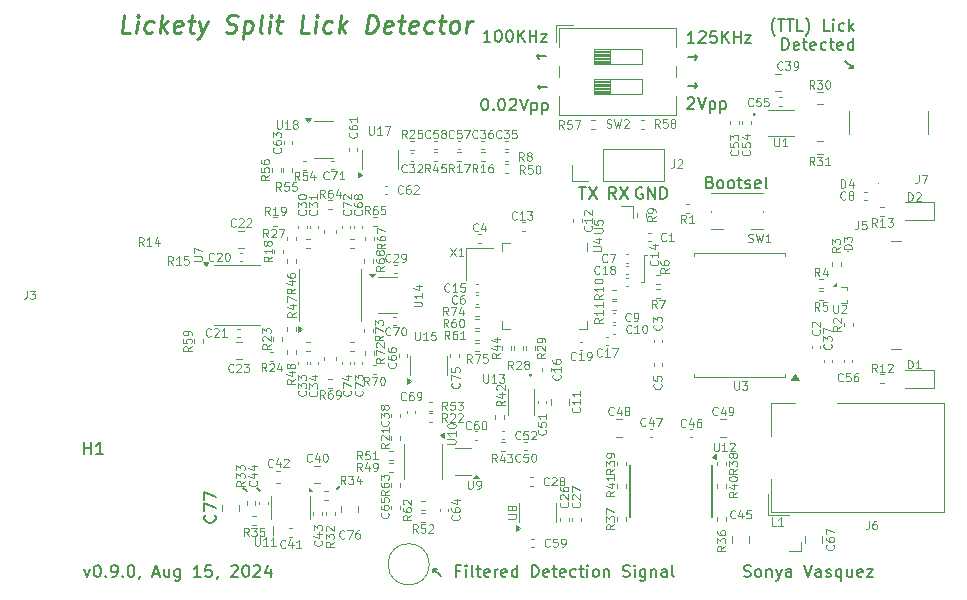
<source format=gto>
G04 #@! TF.GenerationSoftware,KiCad,Pcbnew,8.0.4-8.0.4-0~ubuntu22.04.1*
G04 #@! TF.CreationDate,2024-09-16T15:57:15-07:00*
G04 #@! TF.ProjectId,harp_lick_detector_capactive,68617270-5f6c-4696-936b-5f6465746563,rev?*
G04 #@! TF.SameCoordinates,PX640a5a0PY7088980*
G04 #@! TF.FileFunction,Legend,Top*
G04 #@! TF.FilePolarity,Positive*
%FSLAX46Y46*%
G04 Gerber Fmt 4.6, Leading zero omitted, Abs format (unit mm)*
G04 Created by KiCad (PCBNEW 8.0.4-8.0.4-0~ubuntu22.04.1) date 2024-09-16 15:57:15*
%MOMM*%
%LPD*%
G01*
G04 APERTURE LIST*
%ADD10C,0.100000*%
%ADD11C,0.150000*%
%ADD12C,0.200000*%
%ADD13C,0.250000*%
%ADD14C,0.120000*%
G04 APERTURE END LIST*
D10*
X54000000Y26100000D02*
X54200000Y26100000D01*
D11*
X21450000Y8700000D02*
X21750000Y8400000D01*
X28500000Y8850000D02*
X28200000Y8550000D01*
D10*
X54200000Y26100000D02*
X54200000Y28400000D01*
X22850000Y5437500D02*
X22850000Y4700000D01*
D11*
X20300000Y8700000D02*
X20600000Y8400000D01*
D10*
X54200000Y28400000D02*
X54500000Y28400000D01*
D12*
X59803006Y34556591D02*
X59945863Y34508972D01*
X59945863Y34508972D02*
X59993482Y34461353D01*
X59993482Y34461353D02*
X60041101Y34366115D01*
X60041101Y34366115D02*
X60041101Y34223258D01*
X60041101Y34223258D02*
X59993482Y34128020D01*
X59993482Y34128020D02*
X59945863Y34080400D01*
X59945863Y34080400D02*
X59850625Y34032781D01*
X59850625Y34032781D02*
X59469673Y34032781D01*
X59469673Y34032781D02*
X59469673Y35032781D01*
X59469673Y35032781D02*
X59803006Y35032781D01*
X59803006Y35032781D02*
X59898244Y34985162D01*
X59898244Y34985162D02*
X59945863Y34937543D01*
X59945863Y34937543D02*
X59993482Y34842305D01*
X59993482Y34842305D02*
X59993482Y34747067D01*
X59993482Y34747067D02*
X59945863Y34651829D01*
X59945863Y34651829D02*
X59898244Y34604210D01*
X59898244Y34604210D02*
X59803006Y34556591D01*
X59803006Y34556591D02*
X59469673Y34556591D01*
X60612530Y34032781D02*
X60517292Y34080400D01*
X60517292Y34080400D02*
X60469673Y34128020D01*
X60469673Y34128020D02*
X60422054Y34223258D01*
X60422054Y34223258D02*
X60422054Y34508972D01*
X60422054Y34508972D02*
X60469673Y34604210D01*
X60469673Y34604210D02*
X60517292Y34651829D01*
X60517292Y34651829D02*
X60612530Y34699448D01*
X60612530Y34699448D02*
X60755387Y34699448D01*
X60755387Y34699448D02*
X60850625Y34651829D01*
X60850625Y34651829D02*
X60898244Y34604210D01*
X60898244Y34604210D02*
X60945863Y34508972D01*
X60945863Y34508972D02*
X60945863Y34223258D01*
X60945863Y34223258D02*
X60898244Y34128020D01*
X60898244Y34128020D02*
X60850625Y34080400D01*
X60850625Y34080400D02*
X60755387Y34032781D01*
X60755387Y34032781D02*
X60612530Y34032781D01*
X61517292Y34032781D02*
X61422054Y34080400D01*
X61422054Y34080400D02*
X61374435Y34128020D01*
X61374435Y34128020D02*
X61326816Y34223258D01*
X61326816Y34223258D02*
X61326816Y34508972D01*
X61326816Y34508972D02*
X61374435Y34604210D01*
X61374435Y34604210D02*
X61422054Y34651829D01*
X61422054Y34651829D02*
X61517292Y34699448D01*
X61517292Y34699448D02*
X61660149Y34699448D01*
X61660149Y34699448D02*
X61755387Y34651829D01*
X61755387Y34651829D02*
X61803006Y34604210D01*
X61803006Y34604210D02*
X61850625Y34508972D01*
X61850625Y34508972D02*
X61850625Y34223258D01*
X61850625Y34223258D02*
X61803006Y34128020D01*
X61803006Y34128020D02*
X61755387Y34080400D01*
X61755387Y34080400D02*
X61660149Y34032781D01*
X61660149Y34032781D02*
X61517292Y34032781D01*
X62136340Y34699448D02*
X62517292Y34699448D01*
X62279197Y35032781D02*
X62279197Y34175639D01*
X62279197Y34175639D02*
X62326816Y34080400D01*
X62326816Y34080400D02*
X62422054Y34032781D01*
X62422054Y34032781D02*
X62517292Y34032781D01*
X62803007Y34080400D02*
X62898245Y34032781D01*
X62898245Y34032781D02*
X63088721Y34032781D01*
X63088721Y34032781D02*
X63183959Y34080400D01*
X63183959Y34080400D02*
X63231578Y34175639D01*
X63231578Y34175639D02*
X63231578Y34223258D01*
X63231578Y34223258D02*
X63183959Y34318496D01*
X63183959Y34318496D02*
X63088721Y34366115D01*
X63088721Y34366115D02*
X62945864Y34366115D01*
X62945864Y34366115D02*
X62850626Y34413734D01*
X62850626Y34413734D02*
X62803007Y34508972D01*
X62803007Y34508972D02*
X62803007Y34556591D01*
X62803007Y34556591D02*
X62850626Y34651829D01*
X62850626Y34651829D02*
X62945864Y34699448D01*
X62945864Y34699448D02*
X63088721Y34699448D01*
X63088721Y34699448D02*
X63183959Y34651829D01*
X64041102Y34080400D02*
X63945864Y34032781D01*
X63945864Y34032781D02*
X63755388Y34032781D01*
X63755388Y34032781D02*
X63660150Y34080400D01*
X63660150Y34080400D02*
X63612531Y34175639D01*
X63612531Y34175639D02*
X63612531Y34556591D01*
X63612531Y34556591D02*
X63660150Y34651829D01*
X63660150Y34651829D02*
X63755388Y34699448D01*
X63755388Y34699448D02*
X63945864Y34699448D01*
X63945864Y34699448D02*
X64041102Y34651829D01*
X64041102Y34651829D02*
X64088721Y34556591D01*
X64088721Y34556591D02*
X64088721Y34461353D01*
X64088721Y34461353D02*
X63612531Y34366115D01*
X64660150Y34032781D02*
X64564912Y34080400D01*
X64564912Y34080400D02*
X64517293Y34175639D01*
X64517293Y34175639D02*
X64517293Y35032781D01*
D11*
X36344169Y1844467D02*
X37010835Y1177800D01*
X36677502Y1844467D02*
X36344169Y1844467D01*
X36344169Y1844467D02*
X36344169Y1511134D01*
X38629883Y1653991D02*
X38296550Y1653991D01*
X38296550Y1130181D02*
X38296550Y2130181D01*
X38296550Y2130181D02*
X38772740Y2130181D01*
X39153693Y1130181D02*
X39153693Y1796848D01*
X39153693Y2130181D02*
X39106074Y2082562D01*
X39106074Y2082562D02*
X39153693Y2034943D01*
X39153693Y2034943D02*
X39201312Y2082562D01*
X39201312Y2082562D02*
X39153693Y2130181D01*
X39153693Y2130181D02*
X39153693Y2034943D01*
X39772740Y1130181D02*
X39677502Y1177800D01*
X39677502Y1177800D02*
X39629883Y1273039D01*
X39629883Y1273039D02*
X39629883Y2130181D01*
X40010836Y1796848D02*
X40391788Y1796848D01*
X40153693Y2130181D02*
X40153693Y1273039D01*
X40153693Y1273039D02*
X40201312Y1177800D01*
X40201312Y1177800D02*
X40296550Y1130181D01*
X40296550Y1130181D02*
X40391788Y1130181D01*
X41106074Y1177800D02*
X41010836Y1130181D01*
X41010836Y1130181D02*
X40820360Y1130181D01*
X40820360Y1130181D02*
X40725122Y1177800D01*
X40725122Y1177800D02*
X40677503Y1273039D01*
X40677503Y1273039D02*
X40677503Y1653991D01*
X40677503Y1653991D02*
X40725122Y1749229D01*
X40725122Y1749229D02*
X40820360Y1796848D01*
X40820360Y1796848D02*
X41010836Y1796848D01*
X41010836Y1796848D02*
X41106074Y1749229D01*
X41106074Y1749229D02*
X41153693Y1653991D01*
X41153693Y1653991D02*
X41153693Y1558753D01*
X41153693Y1558753D02*
X40677503Y1463515D01*
X41582265Y1130181D02*
X41582265Y1796848D01*
X41582265Y1606372D02*
X41629884Y1701610D01*
X41629884Y1701610D02*
X41677503Y1749229D01*
X41677503Y1749229D02*
X41772741Y1796848D01*
X41772741Y1796848D02*
X41867979Y1796848D01*
X42582265Y1177800D02*
X42487027Y1130181D01*
X42487027Y1130181D02*
X42296551Y1130181D01*
X42296551Y1130181D02*
X42201313Y1177800D01*
X42201313Y1177800D02*
X42153694Y1273039D01*
X42153694Y1273039D02*
X42153694Y1653991D01*
X42153694Y1653991D02*
X42201313Y1749229D01*
X42201313Y1749229D02*
X42296551Y1796848D01*
X42296551Y1796848D02*
X42487027Y1796848D01*
X42487027Y1796848D02*
X42582265Y1749229D01*
X42582265Y1749229D02*
X42629884Y1653991D01*
X42629884Y1653991D02*
X42629884Y1558753D01*
X42629884Y1558753D02*
X42153694Y1463515D01*
X43487027Y1130181D02*
X43487027Y2130181D01*
X43487027Y1177800D02*
X43391789Y1130181D01*
X43391789Y1130181D02*
X43201313Y1130181D01*
X43201313Y1130181D02*
X43106075Y1177800D01*
X43106075Y1177800D02*
X43058456Y1225420D01*
X43058456Y1225420D02*
X43010837Y1320658D01*
X43010837Y1320658D02*
X43010837Y1606372D01*
X43010837Y1606372D02*
X43058456Y1701610D01*
X43058456Y1701610D02*
X43106075Y1749229D01*
X43106075Y1749229D02*
X43201313Y1796848D01*
X43201313Y1796848D02*
X43391789Y1796848D01*
X43391789Y1796848D02*
X43487027Y1749229D01*
X44725123Y1130181D02*
X44725123Y2130181D01*
X44725123Y2130181D02*
X44963218Y2130181D01*
X44963218Y2130181D02*
X45106075Y2082562D01*
X45106075Y2082562D02*
X45201313Y1987324D01*
X45201313Y1987324D02*
X45248932Y1892086D01*
X45248932Y1892086D02*
X45296551Y1701610D01*
X45296551Y1701610D02*
X45296551Y1558753D01*
X45296551Y1558753D02*
X45248932Y1368277D01*
X45248932Y1368277D02*
X45201313Y1273039D01*
X45201313Y1273039D02*
X45106075Y1177800D01*
X45106075Y1177800D02*
X44963218Y1130181D01*
X44963218Y1130181D02*
X44725123Y1130181D01*
X46106075Y1177800D02*
X46010837Y1130181D01*
X46010837Y1130181D02*
X45820361Y1130181D01*
X45820361Y1130181D02*
X45725123Y1177800D01*
X45725123Y1177800D02*
X45677504Y1273039D01*
X45677504Y1273039D02*
X45677504Y1653991D01*
X45677504Y1653991D02*
X45725123Y1749229D01*
X45725123Y1749229D02*
X45820361Y1796848D01*
X45820361Y1796848D02*
X46010837Y1796848D01*
X46010837Y1796848D02*
X46106075Y1749229D01*
X46106075Y1749229D02*
X46153694Y1653991D01*
X46153694Y1653991D02*
X46153694Y1558753D01*
X46153694Y1558753D02*
X45677504Y1463515D01*
X46439409Y1796848D02*
X46820361Y1796848D01*
X46582266Y2130181D02*
X46582266Y1273039D01*
X46582266Y1273039D02*
X46629885Y1177800D01*
X46629885Y1177800D02*
X46725123Y1130181D01*
X46725123Y1130181D02*
X46820361Y1130181D01*
X47534647Y1177800D02*
X47439409Y1130181D01*
X47439409Y1130181D02*
X47248933Y1130181D01*
X47248933Y1130181D02*
X47153695Y1177800D01*
X47153695Y1177800D02*
X47106076Y1273039D01*
X47106076Y1273039D02*
X47106076Y1653991D01*
X47106076Y1653991D02*
X47153695Y1749229D01*
X47153695Y1749229D02*
X47248933Y1796848D01*
X47248933Y1796848D02*
X47439409Y1796848D01*
X47439409Y1796848D02*
X47534647Y1749229D01*
X47534647Y1749229D02*
X47582266Y1653991D01*
X47582266Y1653991D02*
X47582266Y1558753D01*
X47582266Y1558753D02*
X47106076Y1463515D01*
X48439409Y1177800D02*
X48344171Y1130181D01*
X48344171Y1130181D02*
X48153695Y1130181D01*
X48153695Y1130181D02*
X48058457Y1177800D01*
X48058457Y1177800D02*
X48010838Y1225420D01*
X48010838Y1225420D02*
X47963219Y1320658D01*
X47963219Y1320658D02*
X47963219Y1606372D01*
X47963219Y1606372D02*
X48010838Y1701610D01*
X48010838Y1701610D02*
X48058457Y1749229D01*
X48058457Y1749229D02*
X48153695Y1796848D01*
X48153695Y1796848D02*
X48344171Y1796848D01*
X48344171Y1796848D02*
X48439409Y1749229D01*
X48725124Y1796848D02*
X49106076Y1796848D01*
X48867981Y2130181D02*
X48867981Y1273039D01*
X48867981Y1273039D02*
X48915600Y1177800D01*
X48915600Y1177800D02*
X49010838Y1130181D01*
X49010838Y1130181D02*
X49106076Y1130181D01*
X49439410Y1130181D02*
X49439410Y1796848D01*
X49439410Y2130181D02*
X49391791Y2082562D01*
X49391791Y2082562D02*
X49439410Y2034943D01*
X49439410Y2034943D02*
X49487029Y2082562D01*
X49487029Y2082562D02*
X49439410Y2130181D01*
X49439410Y2130181D02*
X49439410Y2034943D01*
X50058457Y1130181D02*
X49963219Y1177800D01*
X49963219Y1177800D02*
X49915600Y1225420D01*
X49915600Y1225420D02*
X49867981Y1320658D01*
X49867981Y1320658D02*
X49867981Y1606372D01*
X49867981Y1606372D02*
X49915600Y1701610D01*
X49915600Y1701610D02*
X49963219Y1749229D01*
X49963219Y1749229D02*
X50058457Y1796848D01*
X50058457Y1796848D02*
X50201314Y1796848D01*
X50201314Y1796848D02*
X50296552Y1749229D01*
X50296552Y1749229D02*
X50344171Y1701610D01*
X50344171Y1701610D02*
X50391790Y1606372D01*
X50391790Y1606372D02*
X50391790Y1320658D01*
X50391790Y1320658D02*
X50344171Y1225420D01*
X50344171Y1225420D02*
X50296552Y1177800D01*
X50296552Y1177800D02*
X50201314Y1130181D01*
X50201314Y1130181D02*
X50058457Y1130181D01*
X50820362Y1796848D02*
X50820362Y1130181D01*
X50820362Y1701610D02*
X50867981Y1749229D01*
X50867981Y1749229D02*
X50963219Y1796848D01*
X50963219Y1796848D02*
X51106076Y1796848D01*
X51106076Y1796848D02*
X51201314Y1749229D01*
X51201314Y1749229D02*
X51248933Y1653991D01*
X51248933Y1653991D02*
X51248933Y1130181D01*
X52439410Y1177800D02*
X52582267Y1130181D01*
X52582267Y1130181D02*
X52820362Y1130181D01*
X52820362Y1130181D02*
X52915600Y1177800D01*
X52915600Y1177800D02*
X52963219Y1225420D01*
X52963219Y1225420D02*
X53010838Y1320658D01*
X53010838Y1320658D02*
X53010838Y1415896D01*
X53010838Y1415896D02*
X52963219Y1511134D01*
X52963219Y1511134D02*
X52915600Y1558753D01*
X52915600Y1558753D02*
X52820362Y1606372D01*
X52820362Y1606372D02*
X52629886Y1653991D01*
X52629886Y1653991D02*
X52534648Y1701610D01*
X52534648Y1701610D02*
X52487029Y1749229D01*
X52487029Y1749229D02*
X52439410Y1844467D01*
X52439410Y1844467D02*
X52439410Y1939705D01*
X52439410Y1939705D02*
X52487029Y2034943D01*
X52487029Y2034943D02*
X52534648Y2082562D01*
X52534648Y2082562D02*
X52629886Y2130181D01*
X52629886Y2130181D02*
X52867981Y2130181D01*
X52867981Y2130181D02*
X53010838Y2082562D01*
X53439410Y1130181D02*
X53439410Y1796848D01*
X53439410Y2130181D02*
X53391791Y2082562D01*
X53391791Y2082562D02*
X53439410Y2034943D01*
X53439410Y2034943D02*
X53487029Y2082562D01*
X53487029Y2082562D02*
X53439410Y2130181D01*
X53439410Y2130181D02*
X53439410Y2034943D01*
X54344171Y1796848D02*
X54344171Y987324D01*
X54344171Y987324D02*
X54296552Y892086D01*
X54296552Y892086D02*
X54248933Y844467D01*
X54248933Y844467D02*
X54153695Y796848D01*
X54153695Y796848D02*
X54010838Y796848D01*
X54010838Y796848D02*
X53915600Y844467D01*
X54344171Y1177800D02*
X54248933Y1130181D01*
X54248933Y1130181D02*
X54058457Y1130181D01*
X54058457Y1130181D02*
X53963219Y1177800D01*
X53963219Y1177800D02*
X53915600Y1225420D01*
X53915600Y1225420D02*
X53867981Y1320658D01*
X53867981Y1320658D02*
X53867981Y1606372D01*
X53867981Y1606372D02*
X53915600Y1701610D01*
X53915600Y1701610D02*
X53963219Y1749229D01*
X53963219Y1749229D02*
X54058457Y1796848D01*
X54058457Y1796848D02*
X54248933Y1796848D01*
X54248933Y1796848D02*
X54344171Y1749229D01*
X54820362Y1796848D02*
X54820362Y1130181D01*
X54820362Y1701610D02*
X54867981Y1749229D01*
X54867981Y1749229D02*
X54963219Y1796848D01*
X54963219Y1796848D02*
X55106076Y1796848D01*
X55106076Y1796848D02*
X55201314Y1749229D01*
X55201314Y1749229D02*
X55248933Y1653991D01*
X55248933Y1653991D02*
X55248933Y1130181D01*
X56153695Y1130181D02*
X56153695Y1653991D01*
X56153695Y1653991D02*
X56106076Y1749229D01*
X56106076Y1749229D02*
X56010838Y1796848D01*
X56010838Y1796848D02*
X55820362Y1796848D01*
X55820362Y1796848D02*
X55725124Y1749229D01*
X56153695Y1177800D02*
X56058457Y1130181D01*
X56058457Y1130181D02*
X55820362Y1130181D01*
X55820362Y1130181D02*
X55725124Y1177800D01*
X55725124Y1177800D02*
X55677505Y1273039D01*
X55677505Y1273039D02*
X55677505Y1368277D01*
X55677505Y1368277D02*
X55725124Y1463515D01*
X55725124Y1463515D02*
X55820362Y1511134D01*
X55820362Y1511134D02*
X56058457Y1511134D01*
X56058457Y1511134D02*
X56153695Y1558753D01*
X56772743Y1130181D02*
X56677505Y1177800D01*
X56677505Y1177800D02*
X56629886Y1273039D01*
X56629886Y1273039D02*
X56629886Y2130181D01*
D12*
X48726816Y34132781D02*
X49298244Y34132781D01*
X49012530Y33132781D02*
X49012530Y34132781D01*
X49536340Y34132781D02*
X50203006Y33132781D01*
X50203006Y34132781D02*
X49536340Y33132781D01*
X54093482Y34085162D02*
X53998244Y34132781D01*
X53998244Y34132781D02*
X53855387Y34132781D01*
X53855387Y34132781D02*
X53712530Y34085162D01*
X53712530Y34085162D02*
X53617292Y33989924D01*
X53617292Y33989924D02*
X53569673Y33894686D01*
X53569673Y33894686D02*
X53522054Y33704210D01*
X53522054Y33704210D02*
X53522054Y33561353D01*
X53522054Y33561353D02*
X53569673Y33370877D01*
X53569673Y33370877D02*
X53617292Y33275639D01*
X53617292Y33275639D02*
X53712530Y33180400D01*
X53712530Y33180400D02*
X53855387Y33132781D01*
X53855387Y33132781D02*
X53950625Y33132781D01*
X53950625Y33132781D02*
X54093482Y33180400D01*
X54093482Y33180400D02*
X54141101Y33228020D01*
X54141101Y33228020D02*
X54141101Y33561353D01*
X54141101Y33561353D02*
X53950625Y33561353D01*
X54569673Y33132781D02*
X54569673Y34132781D01*
X54569673Y34132781D02*
X55141101Y33132781D01*
X55141101Y33132781D02*
X55141101Y34132781D01*
X55617292Y33132781D02*
X55617292Y34132781D01*
X55617292Y34132781D02*
X55855387Y34132781D01*
X55855387Y34132781D02*
X55998244Y34085162D01*
X55998244Y34085162D02*
X56093482Y33989924D01*
X56093482Y33989924D02*
X56141101Y33894686D01*
X56141101Y33894686D02*
X56188720Y33704210D01*
X56188720Y33704210D02*
X56188720Y33561353D01*
X56188720Y33561353D02*
X56141101Y33370877D01*
X56141101Y33370877D02*
X56093482Y33275639D01*
X56093482Y33275639D02*
X55998244Y33180400D01*
X55998244Y33180400D02*
X55855387Y33132781D01*
X55855387Y33132781D02*
X55617292Y33132781D01*
D11*
X62689160Y1177800D02*
X62832017Y1130181D01*
X62832017Y1130181D02*
X63070112Y1130181D01*
X63070112Y1130181D02*
X63165350Y1177800D01*
X63165350Y1177800D02*
X63212969Y1225420D01*
X63212969Y1225420D02*
X63260588Y1320658D01*
X63260588Y1320658D02*
X63260588Y1415896D01*
X63260588Y1415896D02*
X63212969Y1511134D01*
X63212969Y1511134D02*
X63165350Y1558753D01*
X63165350Y1558753D02*
X63070112Y1606372D01*
X63070112Y1606372D02*
X62879636Y1653991D01*
X62879636Y1653991D02*
X62784398Y1701610D01*
X62784398Y1701610D02*
X62736779Y1749229D01*
X62736779Y1749229D02*
X62689160Y1844467D01*
X62689160Y1844467D02*
X62689160Y1939705D01*
X62689160Y1939705D02*
X62736779Y2034943D01*
X62736779Y2034943D02*
X62784398Y2082562D01*
X62784398Y2082562D02*
X62879636Y2130181D01*
X62879636Y2130181D02*
X63117731Y2130181D01*
X63117731Y2130181D02*
X63260588Y2082562D01*
X63832017Y1130181D02*
X63736779Y1177800D01*
X63736779Y1177800D02*
X63689160Y1225420D01*
X63689160Y1225420D02*
X63641541Y1320658D01*
X63641541Y1320658D02*
X63641541Y1606372D01*
X63641541Y1606372D02*
X63689160Y1701610D01*
X63689160Y1701610D02*
X63736779Y1749229D01*
X63736779Y1749229D02*
X63832017Y1796848D01*
X63832017Y1796848D02*
X63974874Y1796848D01*
X63974874Y1796848D02*
X64070112Y1749229D01*
X64070112Y1749229D02*
X64117731Y1701610D01*
X64117731Y1701610D02*
X64165350Y1606372D01*
X64165350Y1606372D02*
X64165350Y1320658D01*
X64165350Y1320658D02*
X64117731Y1225420D01*
X64117731Y1225420D02*
X64070112Y1177800D01*
X64070112Y1177800D02*
X63974874Y1130181D01*
X63974874Y1130181D02*
X63832017Y1130181D01*
X64593922Y1796848D02*
X64593922Y1130181D01*
X64593922Y1701610D02*
X64641541Y1749229D01*
X64641541Y1749229D02*
X64736779Y1796848D01*
X64736779Y1796848D02*
X64879636Y1796848D01*
X64879636Y1796848D02*
X64974874Y1749229D01*
X64974874Y1749229D02*
X65022493Y1653991D01*
X65022493Y1653991D02*
X65022493Y1130181D01*
X65403446Y1796848D02*
X65641541Y1130181D01*
X65879636Y1796848D02*
X65641541Y1130181D01*
X65641541Y1130181D02*
X65546303Y892086D01*
X65546303Y892086D02*
X65498684Y844467D01*
X65498684Y844467D02*
X65403446Y796848D01*
X66689160Y1130181D02*
X66689160Y1653991D01*
X66689160Y1653991D02*
X66641541Y1749229D01*
X66641541Y1749229D02*
X66546303Y1796848D01*
X66546303Y1796848D02*
X66355827Y1796848D01*
X66355827Y1796848D02*
X66260589Y1749229D01*
X66689160Y1177800D02*
X66593922Y1130181D01*
X66593922Y1130181D02*
X66355827Y1130181D01*
X66355827Y1130181D02*
X66260589Y1177800D01*
X66260589Y1177800D02*
X66212970Y1273039D01*
X66212970Y1273039D02*
X66212970Y1368277D01*
X66212970Y1368277D02*
X66260589Y1463515D01*
X66260589Y1463515D02*
X66355827Y1511134D01*
X66355827Y1511134D02*
X66593922Y1511134D01*
X66593922Y1511134D02*
X66689160Y1558753D01*
X67784399Y2130181D02*
X68117732Y1130181D01*
X68117732Y1130181D02*
X68451065Y2130181D01*
X69212970Y1130181D02*
X69212970Y1653991D01*
X69212970Y1653991D02*
X69165351Y1749229D01*
X69165351Y1749229D02*
X69070113Y1796848D01*
X69070113Y1796848D02*
X68879637Y1796848D01*
X68879637Y1796848D02*
X68784399Y1749229D01*
X69212970Y1177800D02*
X69117732Y1130181D01*
X69117732Y1130181D02*
X68879637Y1130181D01*
X68879637Y1130181D02*
X68784399Y1177800D01*
X68784399Y1177800D02*
X68736780Y1273039D01*
X68736780Y1273039D02*
X68736780Y1368277D01*
X68736780Y1368277D02*
X68784399Y1463515D01*
X68784399Y1463515D02*
X68879637Y1511134D01*
X68879637Y1511134D02*
X69117732Y1511134D01*
X69117732Y1511134D02*
X69212970Y1558753D01*
X69641542Y1177800D02*
X69736780Y1130181D01*
X69736780Y1130181D02*
X69927256Y1130181D01*
X69927256Y1130181D02*
X70022494Y1177800D01*
X70022494Y1177800D02*
X70070113Y1273039D01*
X70070113Y1273039D02*
X70070113Y1320658D01*
X70070113Y1320658D02*
X70022494Y1415896D01*
X70022494Y1415896D02*
X69927256Y1463515D01*
X69927256Y1463515D02*
X69784399Y1463515D01*
X69784399Y1463515D02*
X69689161Y1511134D01*
X69689161Y1511134D02*
X69641542Y1606372D01*
X69641542Y1606372D02*
X69641542Y1653991D01*
X69641542Y1653991D02*
X69689161Y1749229D01*
X69689161Y1749229D02*
X69784399Y1796848D01*
X69784399Y1796848D02*
X69927256Y1796848D01*
X69927256Y1796848D02*
X70022494Y1749229D01*
X70927256Y1796848D02*
X70927256Y796848D01*
X70927256Y1177800D02*
X70832018Y1130181D01*
X70832018Y1130181D02*
X70641542Y1130181D01*
X70641542Y1130181D02*
X70546304Y1177800D01*
X70546304Y1177800D02*
X70498685Y1225420D01*
X70498685Y1225420D02*
X70451066Y1320658D01*
X70451066Y1320658D02*
X70451066Y1606372D01*
X70451066Y1606372D02*
X70498685Y1701610D01*
X70498685Y1701610D02*
X70546304Y1749229D01*
X70546304Y1749229D02*
X70641542Y1796848D01*
X70641542Y1796848D02*
X70832018Y1796848D01*
X70832018Y1796848D02*
X70927256Y1749229D01*
X71832018Y1796848D02*
X71832018Y1130181D01*
X71403447Y1796848D02*
X71403447Y1273039D01*
X71403447Y1273039D02*
X71451066Y1177800D01*
X71451066Y1177800D02*
X71546304Y1130181D01*
X71546304Y1130181D02*
X71689161Y1130181D01*
X71689161Y1130181D02*
X71784399Y1177800D01*
X71784399Y1177800D02*
X71832018Y1225420D01*
X72689161Y1177800D02*
X72593923Y1130181D01*
X72593923Y1130181D02*
X72403447Y1130181D01*
X72403447Y1130181D02*
X72308209Y1177800D01*
X72308209Y1177800D02*
X72260590Y1273039D01*
X72260590Y1273039D02*
X72260590Y1653991D01*
X72260590Y1653991D02*
X72308209Y1749229D01*
X72308209Y1749229D02*
X72403447Y1796848D01*
X72403447Y1796848D02*
X72593923Y1796848D01*
X72593923Y1796848D02*
X72689161Y1749229D01*
X72689161Y1749229D02*
X72736780Y1653991D01*
X72736780Y1653991D02*
X72736780Y1558753D01*
X72736780Y1558753D02*
X72260590Y1463515D01*
X73070114Y1796848D02*
X73593923Y1796848D01*
X73593923Y1796848D02*
X73070114Y1130181D01*
X73070114Y1130181D02*
X73593923Y1130181D01*
D12*
X41216040Y46442725D02*
X40644612Y46442725D01*
X40930326Y46442725D02*
X40930326Y47442725D01*
X40930326Y47442725D02*
X40835088Y47299868D01*
X40835088Y47299868D02*
X40739850Y47204630D01*
X40739850Y47204630D02*
X40644612Y47157011D01*
X41835088Y47442725D02*
X41930326Y47442725D01*
X41930326Y47442725D02*
X42025564Y47395106D01*
X42025564Y47395106D02*
X42073183Y47347487D01*
X42073183Y47347487D02*
X42120802Y47252249D01*
X42120802Y47252249D02*
X42168421Y47061773D01*
X42168421Y47061773D02*
X42168421Y46823678D01*
X42168421Y46823678D02*
X42120802Y46633202D01*
X42120802Y46633202D02*
X42073183Y46537964D01*
X42073183Y46537964D02*
X42025564Y46490344D01*
X42025564Y46490344D02*
X41930326Y46442725D01*
X41930326Y46442725D02*
X41835088Y46442725D01*
X41835088Y46442725D02*
X41739850Y46490344D01*
X41739850Y46490344D02*
X41692231Y46537964D01*
X41692231Y46537964D02*
X41644612Y46633202D01*
X41644612Y46633202D02*
X41596993Y46823678D01*
X41596993Y46823678D02*
X41596993Y47061773D01*
X41596993Y47061773D02*
X41644612Y47252249D01*
X41644612Y47252249D02*
X41692231Y47347487D01*
X41692231Y47347487D02*
X41739850Y47395106D01*
X41739850Y47395106D02*
X41835088Y47442725D01*
X42787469Y47442725D02*
X42882707Y47442725D01*
X42882707Y47442725D02*
X42977945Y47395106D01*
X42977945Y47395106D02*
X43025564Y47347487D01*
X43025564Y47347487D02*
X43073183Y47252249D01*
X43073183Y47252249D02*
X43120802Y47061773D01*
X43120802Y47061773D02*
X43120802Y46823678D01*
X43120802Y46823678D02*
X43073183Y46633202D01*
X43073183Y46633202D02*
X43025564Y46537964D01*
X43025564Y46537964D02*
X42977945Y46490344D01*
X42977945Y46490344D02*
X42882707Y46442725D01*
X42882707Y46442725D02*
X42787469Y46442725D01*
X42787469Y46442725D02*
X42692231Y46490344D01*
X42692231Y46490344D02*
X42644612Y46537964D01*
X42644612Y46537964D02*
X42596993Y46633202D01*
X42596993Y46633202D02*
X42549374Y46823678D01*
X42549374Y46823678D02*
X42549374Y47061773D01*
X42549374Y47061773D02*
X42596993Y47252249D01*
X42596993Y47252249D02*
X42644612Y47347487D01*
X42644612Y47347487D02*
X42692231Y47395106D01*
X42692231Y47395106D02*
X42787469Y47442725D01*
X43549374Y46442725D02*
X43549374Y47442725D01*
X44120802Y46442725D02*
X43692231Y47014154D01*
X44120802Y47442725D02*
X43549374Y46871297D01*
X44549374Y46442725D02*
X44549374Y47442725D01*
X44549374Y46966535D02*
X45120802Y46966535D01*
X45120802Y46442725D02*
X45120802Y47442725D01*
X45501755Y47109392D02*
X46025564Y47109392D01*
X46025564Y47109392D02*
X45501755Y46442725D01*
X45501755Y46442725D02*
X46025564Y46442725D01*
X45930327Y45213734D02*
X45168422Y45213734D01*
X45358898Y45023258D02*
X45168422Y45213734D01*
X45168422Y45213734D02*
X45358898Y45404210D01*
X65311277Y46971717D02*
X65263658Y47019336D01*
X65263658Y47019336D02*
X65168420Y47162193D01*
X65168420Y47162193D02*
X65120801Y47257431D01*
X65120801Y47257431D02*
X65073182Y47400288D01*
X65073182Y47400288D02*
X65025563Y47638384D01*
X65025563Y47638384D02*
X65025563Y47828860D01*
X65025563Y47828860D02*
X65073182Y48066955D01*
X65073182Y48066955D02*
X65120801Y48209812D01*
X65120801Y48209812D02*
X65168420Y48305050D01*
X65168420Y48305050D02*
X65263658Y48447908D01*
X65263658Y48447908D02*
X65311277Y48495527D01*
X65549373Y48352669D02*
X66120801Y48352669D01*
X65835087Y47352669D02*
X65835087Y48352669D01*
X66311278Y48352669D02*
X66882706Y48352669D01*
X66596992Y47352669D02*
X66596992Y48352669D01*
X67692230Y47352669D02*
X67216040Y47352669D01*
X67216040Y47352669D02*
X67216040Y48352669D01*
X67930326Y46971717D02*
X67977945Y47019336D01*
X67977945Y47019336D02*
X68073183Y47162193D01*
X68073183Y47162193D02*
X68120802Y47257431D01*
X68120802Y47257431D02*
X68168421Y47400288D01*
X68168421Y47400288D02*
X68216040Y47638384D01*
X68216040Y47638384D02*
X68216040Y47828860D01*
X68216040Y47828860D02*
X68168421Y48066955D01*
X68168421Y48066955D02*
X68120802Y48209812D01*
X68120802Y48209812D02*
X68073183Y48305050D01*
X68073183Y48305050D02*
X67977945Y48447908D01*
X67977945Y48447908D02*
X67930326Y48495527D01*
X69930326Y47352669D02*
X69454136Y47352669D01*
X69454136Y47352669D02*
X69454136Y48352669D01*
X70263660Y47352669D02*
X70263660Y48019336D01*
X70263660Y48352669D02*
X70216041Y48305050D01*
X70216041Y48305050D02*
X70263660Y48257431D01*
X70263660Y48257431D02*
X70311279Y48305050D01*
X70311279Y48305050D02*
X70263660Y48352669D01*
X70263660Y48352669D02*
X70263660Y48257431D01*
X71168421Y47400288D02*
X71073183Y47352669D01*
X71073183Y47352669D02*
X70882707Y47352669D01*
X70882707Y47352669D02*
X70787469Y47400288D01*
X70787469Y47400288D02*
X70739850Y47447908D01*
X70739850Y47447908D02*
X70692231Y47543146D01*
X70692231Y47543146D02*
X70692231Y47828860D01*
X70692231Y47828860D02*
X70739850Y47924098D01*
X70739850Y47924098D02*
X70787469Y47971717D01*
X70787469Y47971717D02*
X70882707Y48019336D01*
X70882707Y48019336D02*
X71073183Y48019336D01*
X71073183Y48019336D02*
X71168421Y47971717D01*
X71596993Y47352669D02*
X71596993Y48352669D01*
X71692231Y47733622D02*
X71977945Y47352669D01*
X71977945Y48019336D02*
X71596993Y47638384D01*
X65930325Y45742725D02*
X65930325Y46742725D01*
X65930325Y46742725D02*
X66168420Y46742725D01*
X66168420Y46742725D02*
X66311277Y46695106D01*
X66311277Y46695106D02*
X66406515Y46599868D01*
X66406515Y46599868D02*
X66454134Y46504630D01*
X66454134Y46504630D02*
X66501753Y46314154D01*
X66501753Y46314154D02*
X66501753Y46171297D01*
X66501753Y46171297D02*
X66454134Y45980821D01*
X66454134Y45980821D02*
X66406515Y45885583D01*
X66406515Y45885583D02*
X66311277Y45790344D01*
X66311277Y45790344D02*
X66168420Y45742725D01*
X66168420Y45742725D02*
X65930325Y45742725D01*
X67311277Y45790344D02*
X67216039Y45742725D01*
X67216039Y45742725D02*
X67025563Y45742725D01*
X67025563Y45742725D02*
X66930325Y45790344D01*
X66930325Y45790344D02*
X66882706Y45885583D01*
X66882706Y45885583D02*
X66882706Y46266535D01*
X66882706Y46266535D02*
X66930325Y46361773D01*
X66930325Y46361773D02*
X67025563Y46409392D01*
X67025563Y46409392D02*
X67216039Y46409392D01*
X67216039Y46409392D02*
X67311277Y46361773D01*
X67311277Y46361773D02*
X67358896Y46266535D01*
X67358896Y46266535D02*
X67358896Y46171297D01*
X67358896Y46171297D02*
X66882706Y46076059D01*
X67644611Y46409392D02*
X68025563Y46409392D01*
X67787468Y46742725D02*
X67787468Y45885583D01*
X67787468Y45885583D02*
X67835087Y45790344D01*
X67835087Y45790344D02*
X67930325Y45742725D01*
X67930325Y45742725D02*
X68025563Y45742725D01*
X68739849Y45790344D02*
X68644611Y45742725D01*
X68644611Y45742725D02*
X68454135Y45742725D01*
X68454135Y45742725D02*
X68358897Y45790344D01*
X68358897Y45790344D02*
X68311278Y45885583D01*
X68311278Y45885583D02*
X68311278Y46266535D01*
X68311278Y46266535D02*
X68358897Y46361773D01*
X68358897Y46361773D02*
X68454135Y46409392D01*
X68454135Y46409392D02*
X68644611Y46409392D01*
X68644611Y46409392D02*
X68739849Y46361773D01*
X68739849Y46361773D02*
X68787468Y46266535D01*
X68787468Y46266535D02*
X68787468Y46171297D01*
X68787468Y46171297D02*
X68311278Y46076059D01*
X69644611Y45790344D02*
X69549373Y45742725D01*
X69549373Y45742725D02*
X69358897Y45742725D01*
X69358897Y45742725D02*
X69263659Y45790344D01*
X69263659Y45790344D02*
X69216040Y45837964D01*
X69216040Y45837964D02*
X69168421Y45933202D01*
X69168421Y45933202D02*
X69168421Y46218916D01*
X69168421Y46218916D02*
X69216040Y46314154D01*
X69216040Y46314154D02*
X69263659Y46361773D01*
X69263659Y46361773D02*
X69358897Y46409392D01*
X69358897Y46409392D02*
X69549373Y46409392D01*
X69549373Y46409392D02*
X69644611Y46361773D01*
X69930326Y46409392D02*
X70311278Y46409392D01*
X70073183Y46742725D02*
X70073183Y45885583D01*
X70073183Y45885583D02*
X70120802Y45790344D01*
X70120802Y45790344D02*
X70216040Y45742725D01*
X70216040Y45742725D02*
X70311278Y45742725D01*
X71025564Y45790344D02*
X70930326Y45742725D01*
X70930326Y45742725D02*
X70739850Y45742725D01*
X70739850Y45742725D02*
X70644612Y45790344D01*
X70644612Y45790344D02*
X70596993Y45885583D01*
X70596993Y45885583D02*
X70596993Y46266535D01*
X70596993Y46266535D02*
X70644612Y46361773D01*
X70644612Y46361773D02*
X70739850Y46409392D01*
X70739850Y46409392D02*
X70930326Y46409392D01*
X70930326Y46409392D02*
X71025564Y46361773D01*
X71025564Y46361773D02*
X71073183Y46266535D01*
X71073183Y46266535D02*
X71073183Y46171297D01*
X71073183Y46171297D02*
X70596993Y46076059D01*
X71930326Y45742725D02*
X71930326Y46742725D01*
X71930326Y45790344D02*
X71835088Y45742725D01*
X71835088Y45742725D02*
X71644612Y45742725D01*
X71644612Y45742725D02*
X71549374Y45790344D01*
X71549374Y45790344D02*
X71501755Y45837964D01*
X71501755Y45837964D02*
X71454136Y45933202D01*
X71454136Y45933202D02*
X71454136Y46218916D01*
X71454136Y46218916D02*
X71501755Y46314154D01*
X71501755Y46314154D02*
X71549374Y46361773D01*
X71549374Y46361773D02*
X71644612Y46409392D01*
X71644612Y46409392D02*
X71835088Y46409392D01*
X71835088Y46409392D02*
X71930326Y46361773D01*
X71882707Y44180400D02*
X71216041Y44847067D01*
X71549374Y44180400D02*
X71882707Y44180400D01*
X71882707Y44180400D02*
X71882707Y44513734D01*
D13*
X10726973Y47196572D02*
X10012687Y47196572D01*
X10012687Y47196572D02*
X10200187Y48696572D01*
X11226973Y47196572D02*
X11351973Y48196572D01*
X11414473Y48696572D02*
X11334116Y48625143D01*
X11334116Y48625143D02*
X11396616Y48553715D01*
X11396616Y48553715D02*
X11476973Y48625143D01*
X11476973Y48625143D02*
X11414473Y48696572D01*
X11414473Y48696572D02*
X11396616Y48553715D01*
X12593045Y47268000D02*
X12441259Y47196572D01*
X12441259Y47196572D02*
X12155545Y47196572D01*
X12155545Y47196572D02*
X12021616Y47268000D01*
X12021616Y47268000D02*
X11959116Y47339429D01*
X11959116Y47339429D02*
X11905545Y47482286D01*
X11905545Y47482286D02*
X11959116Y47910858D01*
X11959116Y47910858D02*
X12048402Y48053715D01*
X12048402Y48053715D02*
X12128759Y48125143D01*
X12128759Y48125143D02*
X12280545Y48196572D01*
X12280545Y48196572D02*
X12566259Y48196572D01*
X12566259Y48196572D02*
X12700187Y48125143D01*
X13226973Y47196572D02*
X13414473Y48696572D01*
X13441259Y47768000D02*
X13798401Y47196572D01*
X13923401Y48196572D02*
X13280544Y47625143D01*
X15021616Y47268000D02*
X14869830Y47196572D01*
X14869830Y47196572D02*
X14584116Y47196572D01*
X14584116Y47196572D02*
X14450187Y47268000D01*
X14450187Y47268000D02*
X14396616Y47410858D01*
X14396616Y47410858D02*
X14468045Y47982286D01*
X14468045Y47982286D02*
X14557330Y48125143D01*
X14557330Y48125143D02*
X14709116Y48196572D01*
X14709116Y48196572D02*
X14994830Y48196572D01*
X14994830Y48196572D02*
X15128759Y48125143D01*
X15128759Y48125143D02*
X15182330Y47982286D01*
X15182330Y47982286D02*
X15164473Y47839429D01*
X15164473Y47839429D02*
X14432330Y47696572D01*
X15637687Y48196572D02*
X16209116Y48196572D01*
X15914473Y48696572D02*
X15753759Y47410858D01*
X15753759Y47410858D02*
X15807330Y47268000D01*
X15807330Y47268000D02*
X15941259Y47196572D01*
X15941259Y47196572D02*
X16084116Y47196572D01*
X16566259Y48196572D02*
X16798402Y47196572D01*
X17280544Y48196572D02*
X16798402Y47196572D01*
X16798402Y47196572D02*
X16610902Y46839429D01*
X16610902Y46839429D02*
X16530544Y46768000D01*
X16530544Y46768000D02*
X16378759Y46696572D01*
X18807330Y47268000D02*
X19012687Y47196572D01*
X19012687Y47196572D02*
X19369830Y47196572D01*
X19369830Y47196572D02*
X19521616Y47268000D01*
X19521616Y47268000D02*
X19601973Y47339429D01*
X19601973Y47339429D02*
X19691258Y47482286D01*
X19691258Y47482286D02*
X19709116Y47625143D01*
X19709116Y47625143D02*
X19655544Y47768000D01*
X19655544Y47768000D02*
X19593044Y47839429D01*
X19593044Y47839429D02*
X19459116Y47910858D01*
X19459116Y47910858D02*
X19182330Y47982286D01*
X19182330Y47982286D02*
X19048401Y48053715D01*
X19048401Y48053715D02*
X18985901Y48125143D01*
X18985901Y48125143D02*
X18932330Y48268000D01*
X18932330Y48268000D02*
X18950187Y48410858D01*
X18950187Y48410858D02*
X19039473Y48553715D01*
X19039473Y48553715D02*
X19119830Y48625143D01*
X19119830Y48625143D02*
X19271616Y48696572D01*
X19271616Y48696572D02*
X19628758Y48696572D01*
X19628758Y48696572D02*
X19834116Y48625143D01*
X20423401Y48196572D02*
X20235901Y46696572D01*
X20414472Y48125143D02*
X20566258Y48196572D01*
X20566258Y48196572D02*
X20851972Y48196572D01*
X20851972Y48196572D02*
X20985901Y48125143D01*
X20985901Y48125143D02*
X21048401Y48053715D01*
X21048401Y48053715D02*
X21101972Y47910858D01*
X21101972Y47910858D02*
X21048401Y47482286D01*
X21048401Y47482286D02*
X20959115Y47339429D01*
X20959115Y47339429D02*
X20878758Y47268000D01*
X20878758Y47268000D02*
X20726972Y47196572D01*
X20726972Y47196572D02*
X20441258Y47196572D01*
X20441258Y47196572D02*
X20307329Y47268000D01*
X21869830Y47196572D02*
X21735901Y47268000D01*
X21735901Y47268000D02*
X21682330Y47410858D01*
X21682330Y47410858D02*
X21843044Y48696572D01*
X22441258Y47196572D02*
X22566258Y48196572D01*
X22628758Y48696572D02*
X22548401Y48625143D01*
X22548401Y48625143D02*
X22610901Y48553715D01*
X22610901Y48553715D02*
X22691258Y48625143D01*
X22691258Y48625143D02*
X22628758Y48696572D01*
X22628758Y48696572D02*
X22610901Y48553715D01*
X23066258Y48196572D02*
X23637687Y48196572D01*
X23343044Y48696572D02*
X23182330Y47410858D01*
X23182330Y47410858D02*
X23235901Y47268000D01*
X23235901Y47268000D02*
X23369830Y47196572D01*
X23369830Y47196572D02*
X23512687Y47196572D01*
X25869830Y47196572D02*
X25155544Y47196572D01*
X25155544Y47196572D02*
X25343044Y48696572D01*
X26369830Y47196572D02*
X26494830Y48196572D01*
X26557330Y48696572D02*
X26476973Y48625143D01*
X26476973Y48625143D02*
X26539473Y48553715D01*
X26539473Y48553715D02*
X26619830Y48625143D01*
X26619830Y48625143D02*
X26557330Y48696572D01*
X26557330Y48696572D02*
X26539473Y48553715D01*
X27735902Y47268000D02*
X27584116Y47196572D01*
X27584116Y47196572D02*
X27298402Y47196572D01*
X27298402Y47196572D02*
X27164473Y47268000D01*
X27164473Y47268000D02*
X27101973Y47339429D01*
X27101973Y47339429D02*
X27048402Y47482286D01*
X27048402Y47482286D02*
X27101973Y47910858D01*
X27101973Y47910858D02*
X27191259Y48053715D01*
X27191259Y48053715D02*
X27271616Y48125143D01*
X27271616Y48125143D02*
X27423402Y48196572D01*
X27423402Y48196572D02*
X27709116Y48196572D01*
X27709116Y48196572D02*
X27843044Y48125143D01*
X28369830Y47196572D02*
X28557330Y48696572D01*
X28584116Y47768000D02*
X28941258Y47196572D01*
X29066258Y48196572D02*
X28423401Y47625143D01*
X30726973Y47196572D02*
X30914473Y48696572D01*
X30914473Y48696572D02*
X31271616Y48696572D01*
X31271616Y48696572D02*
X31476973Y48625143D01*
X31476973Y48625143D02*
X31601973Y48482286D01*
X31601973Y48482286D02*
X31655544Y48339429D01*
X31655544Y48339429D02*
X31691259Y48053715D01*
X31691259Y48053715D02*
X31664473Y47839429D01*
X31664473Y47839429D02*
X31557330Y47553715D01*
X31557330Y47553715D02*
X31468044Y47410858D01*
X31468044Y47410858D02*
X31307330Y47268000D01*
X31307330Y47268000D02*
X31084116Y47196572D01*
X31084116Y47196572D02*
X30726973Y47196572D01*
X32807330Y47268000D02*
X32655544Y47196572D01*
X32655544Y47196572D02*
X32369830Y47196572D01*
X32369830Y47196572D02*
X32235901Y47268000D01*
X32235901Y47268000D02*
X32182330Y47410858D01*
X32182330Y47410858D02*
X32253759Y47982286D01*
X32253759Y47982286D02*
X32343044Y48125143D01*
X32343044Y48125143D02*
X32494830Y48196572D01*
X32494830Y48196572D02*
X32780544Y48196572D01*
X32780544Y48196572D02*
X32914473Y48125143D01*
X32914473Y48125143D02*
X32968044Y47982286D01*
X32968044Y47982286D02*
X32950187Y47839429D01*
X32950187Y47839429D02*
X32218044Y47696572D01*
X33423401Y48196572D02*
X33994830Y48196572D01*
X33700187Y48696572D02*
X33539473Y47410858D01*
X33539473Y47410858D02*
X33593044Y47268000D01*
X33593044Y47268000D02*
X33726973Y47196572D01*
X33726973Y47196572D02*
X33869830Y47196572D01*
X34950187Y47268000D02*
X34798401Y47196572D01*
X34798401Y47196572D02*
X34512687Y47196572D01*
X34512687Y47196572D02*
X34378758Y47268000D01*
X34378758Y47268000D02*
X34325187Y47410858D01*
X34325187Y47410858D02*
X34396616Y47982286D01*
X34396616Y47982286D02*
X34485901Y48125143D01*
X34485901Y48125143D02*
X34637687Y48196572D01*
X34637687Y48196572D02*
X34923401Y48196572D01*
X34923401Y48196572D02*
X35057330Y48125143D01*
X35057330Y48125143D02*
X35110901Y47982286D01*
X35110901Y47982286D02*
X35093044Y47839429D01*
X35093044Y47839429D02*
X34360901Y47696572D01*
X36307330Y47268000D02*
X36155544Y47196572D01*
X36155544Y47196572D02*
X35869830Y47196572D01*
X35869830Y47196572D02*
X35735901Y47268000D01*
X35735901Y47268000D02*
X35673401Y47339429D01*
X35673401Y47339429D02*
X35619830Y47482286D01*
X35619830Y47482286D02*
X35673401Y47910858D01*
X35673401Y47910858D02*
X35762687Y48053715D01*
X35762687Y48053715D02*
X35843044Y48125143D01*
X35843044Y48125143D02*
X35994830Y48196572D01*
X35994830Y48196572D02*
X36280544Y48196572D01*
X36280544Y48196572D02*
X36414472Y48125143D01*
X36851972Y48196572D02*
X37423401Y48196572D01*
X37128758Y48696572D02*
X36968044Y47410858D01*
X36968044Y47410858D02*
X37021615Y47268000D01*
X37021615Y47268000D02*
X37155544Y47196572D01*
X37155544Y47196572D02*
X37298401Y47196572D01*
X38012687Y47196572D02*
X37878758Y47268000D01*
X37878758Y47268000D02*
X37816258Y47339429D01*
X37816258Y47339429D02*
X37762687Y47482286D01*
X37762687Y47482286D02*
X37816258Y47910858D01*
X37816258Y47910858D02*
X37905544Y48053715D01*
X37905544Y48053715D02*
X37985901Y48125143D01*
X37985901Y48125143D02*
X38137687Y48196572D01*
X38137687Y48196572D02*
X38351972Y48196572D01*
X38351972Y48196572D02*
X38485901Y48125143D01*
X38485901Y48125143D02*
X38548401Y48053715D01*
X38548401Y48053715D02*
X38601972Y47910858D01*
X38601972Y47910858D02*
X38548401Y47482286D01*
X38548401Y47482286D02*
X38459115Y47339429D01*
X38459115Y47339429D02*
X38378758Y47268000D01*
X38378758Y47268000D02*
X38226972Y47196572D01*
X38226972Y47196572D02*
X38012687Y47196572D01*
X39155544Y47196572D02*
X39280544Y48196572D01*
X39244830Y47910858D02*
X39334115Y48053715D01*
X39334115Y48053715D02*
X39414472Y48125143D01*
X39414472Y48125143D02*
X39566258Y48196572D01*
X39566258Y48196572D02*
X39709115Y48196572D01*
D12*
X46030327Y42623678D02*
X45268422Y42623678D01*
X45458898Y42433202D02*
X45268422Y42623678D01*
X45268422Y42623678D02*
X45458898Y42814154D01*
X40696993Y41632781D02*
X40792231Y41632781D01*
X40792231Y41632781D02*
X40887469Y41585162D01*
X40887469Y41585162D02*
X40935088Y41537543D01*
X40935088Y41537543D02*
X40982707Y41442305D01*
X40982707Y41442305D02*
X41030326Y41251829D01*
X41030326Y41251829D02*
X41030326Y41013734D01*
X41030326Y41013734D02*
X40982707Y40823258D01*
X40982707Y40823258D02*
X40935088Y40728020D01*
X40935088Y40728020D02*
X40887469Y40680400D01*
X40887469Y40680400D02*
X40792231Y40632781D01*
X40792231Y40632781D02*
X40696993Y40632781D01*
X40696993Y40632781D02*
X40601755Y40680400D01*
X40601755Y40680400D02*
X40554136Y40728020D01*
X40554136Y40728020D02*
X40506517Y40823258D01*
X40506517Y40823258D02*
X40458898Y41013734D01*
X40458898Y41013734D02*
X40458898Y41251829D01*
X40458898Y41251829D02*
X40506517Y41442305D01*
X40506517Y41442305D02*
X40554136Y41537543D01*
X40554136Y41537543D02*
X40601755Y41585162D01*
X40601755Y41585162D02*
X40696993Y41632781D01*
X41458898Y40728020D02*
X41506517Y40680400D01*
X41506517Y40680400D02*
X41458898Y40632781D01*
X41458898Y40632781D02*
X41411279Y40680400D01*
X41411279Y40680400D02*
X41458898Y40728020D01*
X41458898Y40728020D02*
X41458898Y40632781D01*
X42125564Y41632781D02*
X42220802Y41632781D01*
X42220802Y41632781D02*
X42316040Y41585162D01*
X42316040Y41585162D02*
X42363659Y41537543D01*
X42363659Y41537543D02*
X42411278Y41442305D01*
X42411278Y41442305D02*
X42458897Y41251829D01*
X42458897Y41251829D02*
X42458897Y41013734D01*
X42458897Y41013734D02*
X42411278Y40823258D01*
X42411278Y40823258D02*
X42363659Y40728020D01*
X42363659Y40728020D02*
X42316040Y40680400D01*
X42316040Y40680400D02*
X42220802Y40632781D01*
X42220802Y40632781D02*
X42125564Y40632781D01*
X42125564Y40632781D02*
X42030326Y40680400D01*
X42030326Y40680400D02*
X41982707Y40728020D01*
X41982707Y40728020D02*
X41935088Y40823258D01*
X41935088Y40823258D02*
X41887469Y41013734D01*
X41887469Y41013734D02*
X41887469Y41251829D01*
X41887469Y41251829D02*
X41935088Y41442305D01*
X41935088Y41442305D02*
X41982707Y41537543D01*
X41982707Y41537543D02*
X42030326Y41585162D01*
X42030326Y41585162D02*
X42125564Y41632781D01*
X42839850Y41537543D02*
X42887469Y41585162D01*
X42887469Y41585162D02*
X42982707Y41632781D01*
X42982707Y41632781D02*
X43220802Y41632781D01*
X43220802Y41632781D02*
X43316040Y41585162D01*
X43316040Y41585162D02*
X43363659Y41537543D01*
X43363659Y41537543D02*
X43411278Y41442305D01*
X43411278Y41442305D02*
X43411278Y41347067D01*
X43411278Y41347067D02*
X43363659Y41204210D01*
X43363659Y41204210D02*
X42792231Y40632781D01*
X42792231Y40632781D02*
X43411278Y40632781D01*
X43696993Y41632781D02*
X44030326Y40632781D01*
X44030326Y40632781D02*
X44363659Y41632781D01*
X44696993Y41299448D02*
X44696993Y40299448D01*
X44696993Y41251829D02*
X44792231Y41299448D01*
X44792231Y41299448D02*
X44982707Y41299448D01*
X44982707Y41299448D02*
X45077945Y41251829D01*
X45077945Y41251829D02*
X45125564Y41204210D01*
X45125564Y41204210D02*
X45173183Y41108972D01*
X45173183Y41108972D02*
X45173183Y40823258D01*
X45173183Y40823258D02*
X45125564Y40728020D01*
X45125564Y40728020D02*
X45077945Y40680400D01*
X45077945Y40680400D02*
X44982707Y40632781D01*
X44982707Y40632781D02*
X44792231Y40632781D01*
X44792231Y40632781D02*
X44696993Y40680400D01*
X45601755Y41299448D02*
X45601755Y40299448D01*
X45601755Y41251829D02*
X45696993Y41299448D01*
X45696993Y41299448D02*
X45887469Y41299448D01*
X45887469Y41299448D02*
X45982707Y41251829D01*
X45982707Y41251829D02*
X46030326Y41204210D01*
X46030326Y41204210D02*
X46077945Y41108972D01*
X46077945Y41108972D02*
X46077945Y40823258D01*
X46077945Y40823258D02*
X46030326Y40728020D01*
X46030326Y40728020D02*
X45982707Y40680400D01*
X45982707Y40680400D02*
X45887469Y40632781D01*
X45887469Y40632781D02*
X45696993Y40632781D01*
X45696993Y40632781D02*
X45601755Y40680400D01*
X57969673Y42723678D02*
X58731578Y42723678D01*
X58541101Y42533202D02*
X58731578Y42723678D01*
X58731578Y42723678D02*
X58541101Y42914154D01*
X57922054Y41637543D02*
X57969673Y41685162D01*
X57969673Y41685162D02*
X58064911Y41732781D01*
X58064911Y41732781D02*
X58303006Y41732781D01*
X58303006Y41732781D02*
X58398244Y41685162D01*
X58398244Y41685162D02*
X58445863Y41637543D01*
X58445863Y41637543D02*
X58493482Y41542305D01*
X58493482Y41542305D02*
X58493482Y41447067D01*
X58493482Y41447067D02*
X58445863Y41304210D01*
X58445863Y41304210D02*
X57874435Y40732781D01*
X57874435Y40732781D02*
X58493482Y40732781D01*
X58779197Y41732781D02*
X59112530Y40732781D01*
X59112530Y40732781D02*
X59445863Y41732781D01*
X59779197Y41399448D02*
X59779197Y40399448D01*
X59779197Y41351829D02*
X59874435Y41399448D01*
X59874435Y41399448D02*
X60064911Y41399448D01*
X60064911Y41399448D02*
X60160149Y41351829D01*
X60160149Y41351829D02*
X60207768Y41304210D01*
X60207768Y41304210D02*
X60255387Y41208972D01*
X60255387Y41208972D02*
X60255387Y40923258D01*
X60255387Y40923258D02*
X60207768Y40828020D01*
X60207768Y40828020D02*
X60160149Y40780400D01*
X60160149Y40780400D02*
X60064911Y40732781D01*
X60064911Y40732781D02*
X59874435Y40732781D01*
X59874435Y40732781D02*
X59779197Y40780400D01*
X60683959Y41399448D02*
X60683959Y40399448D01*
X60683959Y41351829D02*
X60779197Y41399448D01*
X60779197Y41399448D02*
X60969673Y41399448D01*
X60969673Y41399448D02*
X61064911Y41351829D01*
X61064911Y41351829D02*
X61112530Y41304210D01*
X61112530Y41304210D02*
X61160149Y41208972D01*
X61160149Y41208972D02*
X61160149Y40923258D01*
X61160149Y40923258D02*
X61112530Y40828020D01*
X61112530Y40828020D02*
X61064911Y40780400D01*
X61064911Y40780400D02*
X60969673Y40732781D01*
X60969673Y40732781D02*
X60779197Y40732781D01*
X60779197Y40732781D02*
X60683959Y40780400D01*
D11*
X6841541Y1796848D02*
X7079636Y1130181D01*
X7079636Y1130181D02*
X7317731Y1796848D01*
X7889160Y2130181D02*
X7984398Y2130181D01*
X7984398Y2130181D02*
X8079636Y2082562D01*
X8079636Y2082562D02*
X8127255Y2034943D01*
X8127255Y2034943D02*
X8174874Y1939705D01*
X8174874Y1939705D02*
X8222493Y1749229D01*
X8222493Y1749229D02*
X8222493Y1511134D01*
X8222493Y1511134D02*
X8174874Y1320658D01*
X8174874Y1320658D02*
X8127255Y1225420D01*
X8127255Y1225420D02*
X8079636Y1177800D01*
X8079636Y1177800D02*
X7984398Y1130181D01*
X7984398Y1130181D02*
X7889160Y1130181D01*
X7889160Y1130181D02*
X7793922Y1177800D01*
X7793922Y1177800D02*
X7746303Y1225420D01*
X7746303Y1225420D02*
X7698684Y1320658D01*
X7698684Y1320658D02*
X7651065Y1511134D01*
X7651065Y1511134D02*
X7651065Y1749229D01*
X7651065Y1749229D02*
X7698684Y1939705D01*
X7698684Y1939705D02*
X7746303Y2034943D01*
X7746303Y2034943D02*
X7793922Y2082562D01*
X7793922Y2082562D02*
X7889160Y2130181D01*
X8651065Y1225420D02*
X8698684Y1177800D01*
X8698684Y1177800D02*
X8651065Y1130181D01*
X8651065Y1130181D02*
X8603446Y1177800D01*
X8603446Y1177800D02*
X8651065Y1225420D01*
X8651065Y1225420D02*
X8651065Y1130181D01*
X9174874Y1130181D02*
X9365350Y1130181D01*
X9365350Y1130181D02*
X9460588Y1177800D01*
X9460588Y1177800D02*
X9508207Y1225420D01*
X9508207Y1225420D02*
X9603445Y1368277D01*
X9603445Y1368277D02*
X9651064Y1558753D01*
X9651064Y1558753D02*
X9651064Y1939705D01*
X9651064Y1939705D02*
X9603445Y2034943D01*
X9603445Y2034943D02*
X9555826Y2082562D01*
X9555826Y2082562D02*
X9460588Y2130181D01*
X9460588Y2130181D02*
X9270112Y2130181D01*
X9270112Y2130181D02*
X9174874Y2082562D01*
X9174874Y2082562D02*
X9127255Y2034943D01*
X9127255Y2034943D02*
X9079636Y1939705D01*
X9079636Y1939705D02*
X9079636Y1701610D01*
X9079636Y1701610D02*
X9127255Y1606372D01*
X9127255Y1606372D02*
X9174874Y1558753D01*
X9174874Y1558753D02*
X9270112Y1511134D01*
X9270112Y1511134D02*
X9460588Y1511134D01*
X9460588Y1511134D02*
X9555826Y1558753D01*
X9555826Y1558753D02*
X9603445Y1606372D01*
X9603445Y1606372D02*
X9651064Y1701610D01*
X10079636Y1225420D02*
X10127255Y1177800D01*
X10127255Y1177800D02*
X10079636Y1130181D01*
X10079636Y1130181D02*
X10032017Y1177800D01*
X10032017Y1177800D02*
X10079636Y1225420D01*
X10079636Y1225420D02*
X10079636Y1130181D01*
X10746302Y2130181D02*
X10841540Y2130181D01*
X10841540Y2130181D02*
X10936778Y2082562D01*
X10936778Y2082562D02*
X10984397Y2034943D01*
X10984397Y2034943D02*
X11032016Y1939705D01*
X11032016Y1939705D02*
X11079635Y1749229D01*
X11079635Y1749229D02*
X11079635Y1511134D01*
X11079635Y1511134D02*
X11032016Y1320658D01*
X11032016Y1320658D02*
X10984397Y1225420D01*
X10984397Y1225420D02*
X10936778Y1177800D01*
X10936778Y1177800D02*
X10841540Y1130181D01*
X10841540Y1130181D02*
X10746302Y1130181D01*
X10746302Y1130181D02*
X10651064Y1177800D01*
X10651064Y1177800D02*
X10603445Y1225420D01*
X10603445Y1225420D02*
X10555826Y1320658D01*
X10555826Y1320658D02*
X10508207Y1511134D01*
X10508207Y1511134D02*
X10508207Y1749229D01*
X10508207Y1749229D02*
X10555826Y1939705D01*
X10555826Y1939705D02*
X10603445Y2034943D01*
X10603445Y2034943D02*
X10651064Y2082562D01*
X10651064Y2082562D02*
X10746302Y2130181D01*
X11555826Y1177800D02*
X11555826Y1130181D01*
X11555826Y1130181D02*
X11508207Y1034943D01*
X11508207Y1034943D02*
X11460588Y987324D01*
X12698683Y1415896D02*
X13174873Y1415896D01*
X12603445Y1130181D02*
X12936778Y2130181D01*
X12936778Y2130181D02*
X13270111Y1130181D01*
X14032016Y1796848D02*
X14032016Y1130181D01*
X13603445Y1796848D02*
X13603445Y1273039D01*
X13603445Y1273039D02*
X13651064Y1177800D01*
X13651064Y1177800D02*
X13746302Y1130181D01*
X13746302Y1130181D02*
X13889159Y1130181D01*
X13889159Y1130181D02*
X13984397Y1177800D01*
X13984397Y1177800D02*
X14032016Y1225420D01*
X14936778Y1796848D02*
X14936778Y987324D01*
X14936778Y987324D02*
X14889159Y892086D01*
X14889159Y892086D02*
X14841540Y844467D01*
X14841540Y844467D02*
X14746302Y796848D01*
X14746302Y796848D02*
X14603445Y796848D01*
X14603445Y796848D02*
X14508207Y844467D01*
X14936778Y1177800D02*
X14841540Y1130181D01*
X14841540Y1130181D02*
X14651064Y1130181D01*
X14651064Y1130181D02*
X14555826Y1177800D01*
X14555826Y1177800D02*
X14508207Y1225420D01*
X14508207Y1225420D02*
X14460588Y1320658D01*
X14460588Y1320658D02*
X14460588Y1606372D01*
X14460588Y1606372D02*
X14508207Y1701610D01*
X14508207Y1701610D02*
X14555826Y1749229D01*
X14555826Y1749229D02*
X14651064Y1796848D01*
X14651064Y1796848D02*
X14841540Y1796848D01*
X14841540Y1796848D02*
X14936778Y1749229D01*
X16698683Y1130181D02*
X16127255Y1130181D01*
X16412969Y1130181D02*
X16412969Y2130181D01*
X16412969Y2130181D02*
X16317731Y1987324D01*
X16317731Y1987324D02*
X16222493Y1892086D01*
X16222493Y1892086D02*
X16127255Y1844467D01*
X17603445Y2130181D02*
X17127255Y2130181D01*
X17127255Y2130181D02*
X17079636Y1653991D01*
X17079636Y1653991D02*
X17127255Y1701610D01*
X17127255Y1701610D02*
X17222493Y1749229D01*
X17222493Y1749229D02*
X17460588Y1749229D01*
X17460588Y1749229D02*
X17555826Y1701610D01*
X17555826Y1701610D02*
X17603445Y1653991D01*
X17603445Y1653991D02*
X17651064Y1558753D01*
X17651064Y1558753D02*
X17651064Y1320658D01*
X17651064Y1320658D02*
X17603445Y1225420D01*
X17603445Y1225420D02*
X17555826Y1177800D01*
X17555826Y1177800D02*
X17460588Y1130181D01*
X17460588Y1130181D02*
X17222493Y1130181D01*
X17222493Y1130181D02*
X17127255Y1177800D01*
X17127255Y1177800D02*
X17079636Y1225420D01*
X18127255Y1177800D02*
X18127255Y1130181D01*
X18127255Y1130181D02*
X18079636Y1034943D01*
X18079636Y1034943D02*
X18032017Y987324D01*
X19270112Y2034943D02*
X19317731Y2082562D01*
X19317731Y2082562D02*
X19412969Y2130181D01*
X19412969Y2130181D02*
X19651064Y2130181D01*
X19651064Y2130181D02*
X19746302Y2082562D01*
X19746302Y2082562D02*
X19793921Y2034943D01*
X19793921Y2034943D02*
X19841540Y1939705D01*
X19841540Y1939705D02*
X19841540Y1844467D01*
X19841540Y1844467D02*
X19793921Y1701610D01*
X19793921Y1701610D02*
X19222493Y1130181D01*
X19222493Y1130181D02*
X19841540Y1130181D01*
X20460588Y2130181D02*
X20555826Y2130181D01*
X20555826Y2130181D02*
X20651064Y2082562D01*
X20651064Y2082562D02*
X20698683Y2034943D01*
X20698683Y2034943D02*
X20746302Y1939705D01*
X20746302Y1939705D02*
X20793921Y1749229D01*
X20793921Y1749229D02*
X20793921Y1511134D01*
X20793921Y1511134D02*
X20746302Y1320658D01*
X20746302Y1320658D02*
X20698683Y1225420D01*
X20698683Y1225420D02*
X20651064Y1177800D01*
X20651064Y1177800D02*
X20555826Y1130181D01*
X20555826Y1130181D02*
X20460588Y1130181D01*
X20460588Y1130181D02*
X20365350Y1177800D01*
X20365350Y1177800D02*
X20317731Y1225420D01*
X20317731Y1225420D02*
X20270112Y1320658D01*
X20270112Y1320658D02*
X20222493Y1511134D01*
X20222493Y1511134D02*
X20222493Y1749229D01*
X20222493Y1749229D02*
X20270112Y1939705D01*
X20270112Y1939705D02*
X20317731Y2034943D01*
X20317731Y2034943D02*
X20365350Y2082562D01*
X20365350Y2082562D02*
X20460588Y2130181D01*
X21174874Y2034943D02*
X21222493Y2082562D01*
X21222493Y2082562D02*
X21317731Y2130181D01*
X21317731Y2130181D02*
X21555826Y2130181D01*
X21555826Y2130181D02*
X21651064Y2082562D01*
X21651064Y2082562D02*
X21698683Y2034943D01*
X21698683Y2034943D02*
X21746302Y1939705D01*
X21746302Y1939705D02*
X21746302Y1844467D01*
X21746302Y1844467D02*
X21698683Y1701610D01*
X21698683Y1701610D02*
X21127255Y1130181D01*
X21127255Y1130181D02*
X21746302Y1130181D01*
X22603445Y1796848D02*
X22603445Y1130181D01*
X22365350Y2177800D02*
X22127255Y1463515D01*
X22127255Y1463515D02*
X22746302Y1463515D01*
D12*
X51841101Y33132781D02*
X51507768Y33608972D01*
X51269673Y33132781D02*
X51269673Y34132781D01*
X51269673Y34132781D02*
X51650625Y34132781D01*
X51650625Y34132781D02*
X51745863Y34085162D01*
X51745863Y34085162D02*
X51793482Y34037543D01*
X51793482Y34037543D02*
X51841101Y33942305D01*
X51841101Y33942305D02*
X51841101Y33799448D01*
X51841101Y33799448D02*
X51793482Y33704210D01*
X51793482Y33704210D02*
X51745863Y33656591D01*
X51745863Y33656591D02*
X51650625Y33608972D01*
X51650625Y33608972D02*
X51269673Y33608972D01*
X52174435Y34132781D02*
X52841101Y33132781D01*
X52841101Y34132781D02*
X52174435Y33132781D01*
X58493482Y46342725D02*
X57922054Y46342725D01*
X58207768Y46342725D02*
X58207768Y47342725D01*
X58207768Y47342725D02*
X58112530Y47199868D01*
X58112530Y47199868D02*
X58017292Y47104630D01*
X58017292Y47104630D02*
X57922054Y47057011D01*
X58874435Y47247487D02*
X58922054Y47295106D01*
X58922054Y47295106D02*
X59017292Y47342725D01*
X59017292Y47342725D02*
X59255387Y47342725D01*
X59255387Y47342725D02*
X59350625Y47295106D01*
X59350625Y47295106D02*
X59398244Y47247487D01*
X59398244Y47247487D02*
X59445863Y47152249D01*
X59445863Y47152249D02*
X59445863Y47057011D01*
X59445863Y47057011D02*
X59398244Y46914154D01*
X59398244Y46914154D02*
X58826816Y46342725D01*
X58826816Y46342725D02*
X59445863Y46342725D01*
X60350625Y47342725D02*
X59874435Y47342725D01*
X59874435Y47342725D02*
X59826816Y46866535D01*
X59826816Y46866535D02*
X59874435Y46914154D01*
X59874435Y46914154D02*
X59969673Y46961773D01*
X59969673Y46961773D02*
X60207768Y46961773D01*
X60207768Y46961773D02*
X60303006Y46914154D01*
X60303006Y46914154D02*
X60350625Y46866535D01*
X60350625Y46866535D02*
X60398244Y46771297D01*
X60398244Y46771297D02*
X60398244Y46533202D01*
X60398244Y46533202D02*
X60350625Y46437964D01*
X60350625Y46437964D02*
X60303006Y46390344D01*
X60303006Y46390344D02*
X60207768Y46342725D01*
X60207768Y46342725D02*
X59969673Y46342725D01*
X59969673Y46342725D02*
X59874435Y46390344D01*
X59874435Y46390344D02*
X59826816Y46437964D01*
X60826816Y46342725D02*
X60826816Y47342725D01*
X61398244Y46342725D02*
X60969673Y46914154D01*
X61398244Y47342725D02*
X60826816Y46771297D01*
X61826816Y46342725D02*
X61826816Y47342725D01*
X61826816Y46866535D02*
X62398244Y46866535D01*
X62398244Y46342725D02*
X62398244Y47342725D01*
X62779197Y47009392D02*
X63303006Y47009392D01*
X63303006Y47009392D02*
X62779197Y46342725D01*
X62779197Y46342725D02*
X63303006Y46342725D01*
X57969673Y45113734D02*
X58731578Y45113734D01*
X58541101Y44923258D02*
X58731578Y45113734D01*
X58731578Y45113734D02*
X58541101Y45304210D01*
D10*
X38383333Y24348034D02*
X38350000Y24314700D01*
X38350000Y24314700D02*
X38250000Y24281367D01*
X38250000Y24281367D02*
X38183333Y24281367D01*
X38183333Y24281367D02*
X38083333Y24314700D01*
X38083333Y24314700D02*
X38016667Y24381367D01*
X38016667Y24381367D02*
X37983333Y24448034D01*
X37983333Y24448034D02*
X37950000Y24581367D01*
X37950000Y24581367D02*
X37950000Y24681367D01*
X37950000Y24681367D02*
X37983333Y24814700D01*
X37983333Y24814700D02*
X38016667Y24881367D01*
X38016667Y24881367D02*
X38083333Y24948034D01*
X38083333Y24948034D02*
X38183333Y24981367D01*
X38183333Y24981367D02*
X38250000Y24981367D01*
X38250000Y24981367D02*
X38350000Y24948034D01*
X38350000Y24948034D02*
X38383333Y24914700D01*
X38983333Y24981367D02*
X38850000Y24981367D01*
X38850000Y24981367D02*
X38783333Y24948034D01*
X38783333Y24948034D02*
X38750000Y24914700D01*
X38750000Y24914700D02*
X38683333Y24814700D01*
X38683333Y24814700D02*
X38650000Y24681367D01*
X38650000Y24681367D02*
X38650000Y24414700D01*
X38650000Y24414700D02*
X38683333Y24348034D01*
X38683333Y24348034D02*
X38716667Y24314700D01*
X38716667Y24314700D02*
X38783333Y24281367D01*
X38783333Y24281367D02*
X38916667Y24281367D01*
X38916667Y24281367D02*
X38983333Y24314700D01*
X38983333Y24314700D02*
X39016667Y24348034D01*
X39016667Y24348034D02*
X39050000Y24414700D01*
X39050000Y24414700D02*
X39050000Y24581367D01*
X39050000Y24581367D02*
X39016667Y24648034D01*
X39016667Y24648034D02*
X38983333Y24681367D01*
X38983333Y24681367D02*
X38916667Y24714700D01*
X38916667Y24714700D02*
X38783333Y24714700D01*
X38783333Y24714700D02*
X38716667Y24681367D01*
X38716667Y24681367D02*
X38683333Y24648034D01*
X38683333Y24648034D02*
X38650000Y24581367D01*
X25551966Y32200000D02*
X25585300Y32166667D01*
X25585300Y32166667D02*
X25618633Y32066667D01*
X25618633Y32066667D02*
X25618633Y32000000D01*
X25618633Y32000000D02*
X25585300Y31900000D01*
X25585300Y31900000D02*
X25518633Y31833333D01*
X25518633Y31833333D02*
X25451966Y31800000D01*
X25451966Y31800000D02*
X25318633Y31766667D01*
X25318633Y31766667D02*
X25218633Y31766667D01*
X25218633Y31766667D02*
X25085300Y31800000D01*
X25085300Y31800000D02*
X25018633Y31833333D01*
X25018633Y31833333D02*
X24951966Y31900000D01*
X24951966Y31900000D02*
X24918633Y32000000D01*
X24918633Y32000000D02*
X24918633Y32066667D01*
X24918633Y32066667D02*
X24951966Y32166667D01*
X24951966Y32166667D02*
X24985300Y32200000D01*
X24918633Y32433333D02*
X24918633Y32866667D01*
X24918633Y32866667D02*
X25185300Y32633333D01*
X25185300Y32633333D02*
X25185300Y32733333D01*
X25185300Y32733333D02*
X25218633Y32800000D01*
X25218633Y32800000D02*
X25251966Y32833333D01*
X25251966Y32833333D02*
X25318633Y32866667D01*
X25318633Y32866667D02*
X25485300Y32866667D01*
X25485300Y32866667D02*
X25551966Y32833333D01*
X25551966Y32833333D02*
X25585300Y32800000D01*
X25585300Y32800000D02*
X25618633Y32733333D01*
X25618633Y32733333D02*
X25618633Y32533333D01*
X25618633Y32533333D02*
X25585300Y32466667D01*
X25585300Y32466667D02*
X25551966Y32433333D01*
X24918633Y33300000D02*
X24918633Y33366667D01*
X24918633Y33366667D02*
X24951966Y33433334D01*
X24951966Y33433334D02*
X24985300Y33466667D01*
X24985300Y33466667D02*
X25051966Y33500000D01*
X25051966Y33500000D02*
X25185300Y33533334D01*
X25185300Y33533334D02*
X25351966Y33533334D01*
X25351966Y33533334D02*
X25485300Y33500000D01*
X25485300Y33500000D02*
X25551966Y33466667D01*
X25551966Y33466667D02*
X25585300Y33433334D01*
X25585300Y33433334D02*
X25618633Y33366667D01*
X25618633Y33366667D02*
X25618633Y33300000D01*
X25618633Y33300000D02*
X25585300Y33233334D01*
X25585300Y33233334D02*
X25551966Y33200000D01*
X25551966Y33200000D02*
X25485300Y33166667D01*
X25485300Y33166667D02*
X25351966Y33133334D01*
X25351966Y33133334D02*
X25185300Y33133334D01*
X25185300Y33133334D02*
X25051966Y33166667D01*
X25051966Y33166667D02*
X24985300Y33200000D01*
X24985300Y33200000D02*
X24951966Y33233334D01*
X24951966Y33233334D02*
X24918633Y33300000D01*
X43149999Y18731367D02*
X42916666Y19064700D01*
X42749999Y18731367D02*
X42749999Y19431367D01*
X42749999Y19431367D02*
X43016666Y19431367D01*
X43016666Y19431367D02*
X43083333Y19398034D01*
X43083333Y19398034D02*
X43116666Y19364700D01*
X43116666Y19364700D02*
X43149999Y19298034D01*
X43149999Y19298034D02*
X43149999Y19198034D01*
X43149999Y19198034D02*
X43116666Y19131367D01*
X43116666Y19131367D02*
X43083333Y19098034D01*
X43083333Y19098034D02*
X43016666Y19064700D01*
X43016666Y19064700D02*
X42749999Y19064700D01*
X43416666Y19364700D02*
X43449999Y19398034D01*
X43449999Y19398034D02*
X43516666Y19431367D01*
X43516666Y19431367D02*
X43683333Y19431367D01*
X43683333Y19431367D02*
X43749999Y19398034D01*
X43749999Y19398034D02*
X43783333Y19364700D01*
X43783333Y19364700D02*
X43816666Y19298034D01*
X43816666Y19298034D02*
X43816666Y19231367D01*
X43816666Y19231367D02*
X43783333Y19131367D01*
X43783333Y19131367D02*
X43383333Y18731367D01*
X43383333Y18731367D02*
X43816666Y18731367D01*
X44216666Y19131367D02*
X44150000Y19164700D01*
X44150000Y19164700D02*
X44116666Y19198034D01*
X44116666Y19198034D02*
X44083333Y19264700D01*
X44083333Y19264700D02*
X44083333Y19298034D01*
X44083333Y19298034D02*
X44116666Y19364700D01*
X44116666Y19364700D02*
X44150000Y19398034D01*
X44150000Y19398034D02*
X44216666Y19431367D01*
X44216666Y19431367D02*
X44350000Y19431367D01*
X44350000Y19431367D02*
X44416666Y19398034D01*
X44416666Y19398034D02*
X44450000Y19364700D01*
X44450000Y19364700D02*
X44483333Y19298034D01*
X44483333Y19298034D02*
X44483333Y19264700D01*
X44483333Y19264700D02*
X44450000Y19198034D01*
X44450000Y19198034D02*
X44416666Y19164700D01*
X44416666Y19164700D02*
X44350000Y19131367D01*
X44350000Y19131367D02*
X44216666Y19131367D01*
X44216666Y19131367D02*
X44150000Y19098034D01*
X44150000Y19098034D02*
X44116666Y19064700D01*
X44116666Y19064700D02*
X44083333Y18998034D01*
X44083333Y18998034D02*
X44083333Y18864700D01*
X44083333Y18864700D02*
X44116666Y18798034D01*
X44116666Y18798034D02*
X44150000Y18764700D01*
X44150000Y18764700D02*
X44216666Y18731367D01*
X44216666Y18731367D02*
X44350000Y18731367D01*
X44350000Y18731367D02*
X44416666Y18764700D01*
X44416666Y18764700D02*
X44450000Y18798034D01*
X44450000Y18798034D02*
X44483333Y18864700D01*
X44483333Y18864700D02*
X44483333Y18998034D01*
X44483333Y18998034D02*
X44450000Y19064700D01*
X44450000Y19064700D02*
X44416666Y19098034D01*
X44416666Y19098034D02*
X44350000Y19131367D01*
X22249999Y18531367D02*
X22016666Y18864700D01*
X21849999Y18531367D02*
X21849999Y19231367D01*
X21849999Y19231367D02*
X22116666Y19231367D01*
X22116666Y19231367D02*
X22183333Y19198034D01*
X22183333Y19198034D02*
X22216666Y19164700D01*
X22216666Y19164700D02*
X22249999Y19098034D01*
X22249999Y19098034D02*
X22249999Y18998034D01*
X22249999Y18998034D02*
X22216666Y18931367D01*
X22216666Y18931367D02*
X22183333Y18898034D01*
X22183333Y18898034D02*
X22116666Y18864700D01*
X22116666Y18864700D02*
X21849999Y18864700D01*
X22516666Y19164700D02*
X22549999Y19198034D01*
X22549999Y19198034D02*
X22616666Y19231367D01*
X22616666Y19231367D02*
X22783333Y19231367D01*
X22783333Y19231367D02*
X22849999Y19198034D01*
X22849999Y19198034D02*
X22883333Y19164700D01*
X22883333Y19164700D02*
X22916666Y19098034D01*
X22916666Y19098034D02*
X22916666Y19031367D01*
X22916666Y19031367D02*
X22883333Y18931367D01*
X22883333Y18931367D02*
X22483333Y18531367D01*
X22483333Y18531367D02*
X22916666Y18531367D01*
X23516666Y18998034D02*
X23516666Y18531367D01*
X23350000Y19264700D02*
X23183333Y18764700D01*
X23183333Y18764700D02*
X23616666Y18764700D01*
X76583333Y18781367D02*
X76583333Y19481367D01*
X76583333Y19481367D02*
X76750000Y19481367D01*
X76750000Y19481367D02*
X76850000Y19448034D01*
X76850000Y19448034D02*
X76916667Y19381367D01*
X76916667Y19381367D02*
X76950000Y19314700D01*
X76950000Y19314700D02*
X76983333Y19181367D01*
X76983333Y19181367D02*
X76983333Y19081367D01*
X76983333Y19081367D02*
X76950000Y18948034D01*
X76950000Y18948034D02*
X76916667Y18881367D01*
X76916667Y18881367D02*
X76850000Y18814700D01*
X76850000Y18814700D02*
X76750000Y18781367D01*
X76750000Y18781367D02*
X76583333Y18781367D01*
X77650000Y18781367D02*
X77250000Y18781367D01*
X77450000Y18781367D02*
X77450000Y19481367D01*
X77450000Y19481367D02*
X77383333Y19381367D01*
X77383333Y19381367D02*
X77316667Y19314700D01*
X77316667Y19314700D02*
X77250000Y19281367D01*
X22489499Y35150000D02*
X22156166Y34916667D01*
X22489499Y34750000D02*
X21789499Y34750000D01*
X21789499Y34750000D02*
X21789499Y35016667D01*
X21789499Y35016667D02*
X21822832Y35083333D01*
X21822832Y35083333D02*
X21856166Y35116667D01*
X21856166Y35116667D02*
X21922832Y35150000D01*
X21922832Y35150000D02*
X22022832Y35150000D01*
X22022832Y35150000D02*
X22089499Y35116667D01*
X22089499Y35116667D02*
X22122832Y35083333D01*
X22122832Y35083333D02*
X22156166Y35016667D01*
X22156166Y35016667D02*
X22156166Y34750000D01*
X21789499Y35783333D02*
X21789499Y35450000D01*
X21789499Y35450000D02*
X22122832Y35416667D01*
X22122832Y35416667D02*
X22089499Y35450000D01*
X22089499Y35450000D02*
X22056166Y35516667D01*
X22056166Y35516667D02*
X22056166Y35683333D01*
X22056166Y35683333D02*
X22089499Y35750000D01*
X22089499Y35750000D02*
X22122832Y35783333D01*
X22122832Y35783333D02*
X22189499Y35816667D01*
X22189499Y35816667D02*
X22356166Y35816667D01*
X22356166Y35816667D02*
X22422832Y35783333D01*
X22422832Y35783333D02*
X22456166Y35750000D01*
X22456166Y35750000D02*
X22489499Y35683333D01*
X22489499Y35683333D02*
X22489499Y35516667D01*
X22489499Y35516667D02*
X22456166Y35450000D01*
X22456166Y35450000D02*
X22422832Y35416667D01*
X21789499Y36416667D02*
X21789499Y36283334D01*
X21789499Y36283334D02*
X21822832Y36216667D01*
X21822832Y36216667D02*
X21856166Y36183334D01*
X21856166Y36183334D02*
X21956166Y36116667D01*
X21956166Y36116667D02*
X22089499Y36083334D01*
X22089499Y36083334D02*
X22356166Y36083334D01*
X22356166Y36083334D02*
X22422832Y36116667D01*
X22422832Y36116667D02*
X22456166Y36150000D01*
X22456166Y36150000D02*
X22489499Y36216667D01*
X22489499Y36216667D02*
X22489499Y36350000D01*
X22489499Y36350000D02*
X22456166Y36416667D01*
X22456166Y36416667D02*
X22422832Y36450000D01*
X22422832Y36450000D02*
X22356166Y36483334D01*
X22356166Y36483334D02*
X22189499Y36483334D01*
X22189499Y36483334D02*
X22122832Y36450000D01*
X22122832Y36450000D02*
X22089499Y36416667D01*
X22089499Y36416667D02*
X22056166Y36350000D01*
X22056166Y36350000D02*
X22056166Y36216667D01*
X22056166Y36216667D02*
X22089499Y36150000D01*
X22089499Y36150000D02*
X22122832Y36116667D01*
X22122832Y36116667D02*
X22189499Y36083334D01*
X17549999Y21548034D02*
X17516666Y21514700D01*
X17516666Y21514700D02*
X17416666Y21481367D01*
X17416666Y21481367D02*
X17349999Y21481367D01*
X17349999Y21481367D02*
X17249999Y21514700D01*
X17249999Y21514700D02*
X17183333Y21581367D01*
X17183333Y21581367D02*
X17149999Y21648034D01*
X17149999Y21648034D02*
X17116666Y21781367D01*
X17116666Y21781367D02*
X17116666Y21881367D01*
X17116666Y21881367D02*
X17149999Y22014700D01*
X17149999Y22014700D02*
X17183333Y22081367D01*
X17183333Y22081367D02*
X17249999Y22148034D01*
X17249999Y22148034D02*
X17349999Y22181367D01*
X17349999Y22181367D02*
X17416666Y22181367D01*
X17416666Y22181367D02*
X17516666Y22148034D01*
X17516666Y22148034D02*
X17549999Y22114700D01*
X17816666Y22114700D02*
X17849999Y22148034D01*
X17849999Y22148034D02*
X17916666Y22181367D01*
X17916666Y22181367D02*
X18083333Y22181367D01*
X18083333Y22181367D02*
X18149999Y22148034D01*
X18149999Y22148034D02*
X18183333Y22114700D01*
X18183333Y22114700D02*
X18216666Y22048034D01*
X18216666Y22048034D02*
X18216666Y21981367D01*
X18216666Y21981367D02*
X18183333Y21881367D01*
X18183333Y21881367D02*
X17783333Y21481367D01*
X17783333Y21481367D02*
X18216666Y21481367D01*
X18883333Y21481367D02*
X18483333Y21481367D01*
X18683333Y21481367D02*
X18683333Y22181367D01*
X18683333Y22181367D02*
X18616666Y22081367D01*
X18616666Y22081367D02*
X18550000Y22014700D01*
X18550000Y22014700D02*
X18483333Y21981367D01*
X48449999Y19548034D02*
X48416666Y19514700D01*
X48416666Y19514700D02*
X48316666Y19481367D01*
X48316666Y19481367D02*
X48249999Y19481367D01*
X48249999Y19481367D02*
X48149999Y19514700D01*
X48149999Y19514700D02*
X48083333Y19581367D01*
X48083333Y19581367D02*
X48049999Y19648034D01*
X48049999Y19648034D02*
X48016666Y19781367D01*
X48016666Y19781367D02*
X48016666Y19881367D01*
X48016666Y19881367D02*
X48049999Y20014700D01*
X48049999Y20014700D02*
X48083333Y20081367D01*
X48083333Y20081367D02*
X48149999Y20148034D01*
X48149999Y20148034D02*
X48249999Y20181367D01*
X48249999Y20181367D02*
X48316666Y20181367D01*
X48316666Y20181367D02*
X48416666Y20148034D01*
X48416666Y20148034D02*
X48449999Y20114700D01*
X49116666Y19481367D02*
X48716666Y19481367D01*
X48916666Y19481367D02*
X48916666Y20181367D01*
X48916666Y20181367D02*
X48849999Y20081367D01*
X48849999Y20081367D02*
X48783333Y20014700D01*
X48783333Y20014700D02*
X48716666Y19981367D01*
X49450000Y19481367D02*
X49583333Y19481367D01*
X49583333Y19481367D02*
X49650000Y19514700D01*
X49650000Y19514700D02*
X49683333Y19548034D01*
X49683333Y19548034D02*
X49750000Y19648034D01*
X49750000Y19648034D02*
X49783333Y19781367D01*
X49783333Y19781367D02*
X49783333Y20048034D01*
X49783333Y20048034D02*
X49750000Y20114700D01*
X49750000Y20114700D02*
X49716666Y20148034D01*
X49716666Y20148034D02*
X49650000Y20181367D01*
X49650000Y20181367D02*
X49516666Y20181367D01*
X49516666Y20181367D02*
X49450000Y20148034D01*
X49450000Y20148034D02*
X49416666Y20114700D01*
X49416666Y20114700D02*
X49383333Y20048034D01*
X49383333Y20048034D02*
X49383333Y19881367D01*
X49383333Y19881367D02*
X49416666Y19814700D01*
X49416666Y19814700D02*
X49450000Y19781367D01*
X49450000Y19781367D02*
X49516666Y19748034D01*
X49516666Y19748034D02*
X49650000Y19748034D01*
X49650000Y19748034D02*
X49716666Y19781367D01*
X49716666Y19781367D02*
X49750000Y19814700D01*
X49750000Y19814700D02*
X49783333Y19881367D01*
X62118633Y8325000D02*
X61785300Y8091667D01*
X62118633Y7925000D02*
X61418633Y7925000D01*
X61418633Y7925000D02*
X61418633Y8191667D01*
X61418633Y8191667D02*
X61451966Y8258333D01*
X61451966Y8258333D02*
X61485300Y8291667D01*
X61485300Y8291667D02*
X61551966Y8325000D01*
X61551966Y8325000D02*
X61651966Y8325000D01*
X61651966Y8325000D02*
X61718633Y8291667D01*
X61718633Y8291667D02*
X61751966Y8258333D01*
X61751966Y8258333D02*
X61785300Y8191667D01*
X61785300Y8191667D02*
X61785300Y7925000D01*
X61651966Y8925000D02*
X62118633Y8925000D01*
X61385300Y8758333D02*
X61885300Y8591667D01*
X61885300Y8591667D02*
X61885300Y9025000D01*
X61418633Y9425000D02*
X61418633Y9491667D01*
X61418633Y9491667D02*
X61451966Y9558334D01*
X61451966Y9558334D02*
X61485300Y9591667D01*
X61485300Y9591667D02*
X61551966Y9625000D01*
X61551966Y9625000D02*
X61685300Y9658334D01*
X61685300Y9658334D02*
X61851966Y9658334D01*
X61851966Y9658334D02*
X61985300Y9625000D01*
X61985300Y9625000D02*
X62051966Y9591667D01*
X62051966Y9591667D02*
X62085300Y9558334D01*
X62085300Y9558334D02*
X62118633Y9491667D01*
X62118633Y9491667D02*
X62118633Y9425000D01*
X62118633Y9425000D02*
X62085300Y9358334D01*
X62085300Y9358334D02*
X62051966Y9325000D01*
X62051966Y9325000D02*
X61985300Y9291667D01*
X61985300Y9291667D02*
X61851966Y9258334D01*
X61851966Y9258334D02*
X61685300Y9258334D01*
X61685300Y9258334D02*
X61551966Y9291667D01*
X61551966Y9291667D02*
X61485300Y9325000D01*
X61485300Y9325000D02*
X61451966Y9358334D01*
X61451966Y9358334D02*
X61418633Y9425000D01*
X35049999Y4881367D02*
X34816666Y5214700D01*
X34649999Y4881367D02*
X34649999Y5581367D01*
X34649999Y5581367D02*
X34916666Y5581367D01*
X34916666Y5581367D02*
X34983333Y5548034D01*
X34983333Y5548034D02*
X35016666Y5514700D01*
X35016666Y5514700D02*
X35049999Y5448034D01*
X35049999Y5448034D02*
X35049999Y5348034D01*
X35049999Y5348034D02*
X35016666Y5281367D01*
X35016666Y5281367D02*
X34983333Y5248034D01*
X34983333Y5248034D02*
X34916666Y5214700D01*
X34916666Y5214700D02*
X34649999Y5214700D01*
X35683333Y5581367D02*
X35349999Y5581367D01*
X35349999Y5581367D02*
X35316666Y5248034D01*
X35316666Y5248034D02*
X35349999Y5281367D01*
X35349999Y5281367D02*
X35416666Y5314700D01*
X35416666Y5314700D02*
X35583333Y5314700D01*
X35583333Y5314700D02*
X35649999Y5281367D01*
X35649999Y5281367D02*
X35683333Y5248034D01*
X35683333Y5248034D02*
X35716666Y5181367D01*
X35716666Y5181367D02*
X35716666Y5014700D01*
X35716666Y5014700D02*
X35683333Y4948034D01*
X35683333Y4948034D02*
X35649999Y4914700D01*
X35649999Y4914700D02*
X35583333Y4881367D01*
X35583333Y4881367D02*
X35416666Y4881367D01*
X35416666Y4881367D02*
X35349999Y4914700D01*
X35349999Y4914700D02*
X35316666Y4948034D01*
X35983333Y5514700D02*
X36016666Y5548034D01*
X36016666Y5548034D02*
X36083333Y5581367D01*
X36083333Y5581367D02*
X36250000Y5581367D01*
X36250000Y5581367D02*
X36316666Y5548034D01*
X36316666Y5548034D02*
X36350000Y5514700D01*
X36350000Y5514700D02*
X36383333Y5448034D01*
X36383333Y5448034D02*
X36383333Y5381367D01*
X36383333Y5381367D02*
X36350000Y5281367D01*
X36350000Y5281367D02*
X35950000Y4881367D01*
X35950000Y4881367D02*
X36383333Y4881367D01*
X38551966Y17550000D02*
X38585300Y17516667D01*
X38585300Y17516667D02*
X38618633Y17416667D01*
X38618633Y17416667D02*
X38618633Y17350000D01*
X38618633Y17350000D02*
X38585300Y17250000D01*
X38585300Y17250000D02*
X38518633Y17183333D01*
X38518633Y17183333D02*
X38451966Y17150000D01*
X38451966Y17150000D02*
X38318633Y17116667D01*
X38318633Y17116667D02*
X38218633Y17116667D01*
X38218633Y17116667D02*
X38085300Y17150000D01*
X38085300Y17150000D02*
X38018633Y17183333D01*
X38018633Y17183333D02*
X37951966Y17250000D01*
X37951966Y17250000D02*
X37918633Y17350000D01*
X37918633Y17350000D02*
X37918633Y17416667D01*
X37918633Y17416667D02*
X37951966Y17516667D01*
X37951966Y17516667D02*
X37985300Y17550000D01*
X37918633Y17783333D02*
X37918633Y18250000D01*
X37918633Y18250000D02*
X38618633Y17950000D01*
X37918633Y18850000D02*
X37918633Y18516667D01*
X37918633Y18516667D02*
X38251966Y18483334D01*
X38251966Y18483334D02*
X38218633Y18516667D01*
X38218633Y18516667D02*
X38185300Y18583334D01*
X38185300Y18583334D02*
X38185300Y18750000D01*
X38185300Y18750000D02*
X38218633Y18816667D01*
X38218633Y18816667D02*
X38251966Y18850000D01*
X38251966Y18850000D02*
X38318633Y18883334D01*
X38318633Y18883334D02*
X38485300Y18883334D01*
X38485300Y18883334D02*
X38551966Y18850000D01*
X38551966Y18850000D02*
X38585300Y18816667D01*
X38585300Y18816667D02*
X38618633Y18750000D01*
X38618633Y18750000D02*
X38618633Y18583334D01*
X38618633Y18583334D02*
X38585300Y18516667D01*
X38585300Y18516667D02*
X38551966Y18483334D01*
X42018633Y20050000D02*
X41685300Y19816667D01*
X42018633Y19650000D02*
X41318633Y19650000D01*
X41318633Y19650000D02*
X41318633Y19916667D01*
X41318633Y19916667D02*
X41351966Y19983333D01*
X41351966Y19983333D02*
X41385300Y20016667D01*
X41385300Y20016667D02*
X41451966Y20050000D01*
X41451966Y20050000D02*
X41551966Y20050000D01*
X41551966Y20050000D02*
X41618633Y20016667D01*
X41618633Y20016667D02*
X41651966Y19983333D01*
X41651966Y19983333D02*
X41685300Y19916667D01*
X41685300Y19916667D02*
X41685300Y19650000D01*
X41551966Y20650000D02*
X42018633Y20650000D01*
X41285300Y20483333D02*
X41785300Y20316667D01*
X41785300Y20316667D02*
X41785300Y20750000D01*
X41551966Y21316667D02*
X42018633Y21316667D01*
X41285300Y21150000D02*
X41785300Y20983334D01*
X41785300Y20983334D02*
X41785300Y21416667D01*
X27520865Y34848034D02*
X27487532Y34814700D01*
X27487532Y34814700D02*
X27387532Y34781367D01*
X27387532Y34781367D02*
X27320865Y34781367D01*
X27320865Y34781367D02*
X27220865Y34814700D01*
X27220865Y34814700D02*
X27154199Y34881367D01*
X27154199Y34881367D02*
X27120865Y34948034D01*
X27120865Y34948034D02*
X27087532Y35081367D01*
X27087532Y35081367D02*
X27087532Y35181367D01*
X27087532Y35181367D02*
X27120865Y35314700D01*
X27120865Y35314700D02*
X27154199Y35381367D01*
X27154199Y35381367D02*
X27220865Y35448034D01*
X27220865Y35448034D02*
X27320865Y35481367D01*
X27320865Y35481367D02*
X27387532Y35481367D01*
X27387532Y35481367D02*
X27487532Y35448034D01*
X27487532Y35448034D02*
X27520865Y35414700D01*
X27754199Y35481367D02*
X28220865Y35481367D01*
X28220865Y35481367D02*
X27920865Y34781367D01*
X28854199Y34781367D02*
X28454199Y34781367D01*
X28654199Y34781367D02*
X28654199Y35481367D01*
X28654199Y35481367D02*
X28587532Y35381367D01*
X28587532Y35381367D02*
X28520866Y35314700D01*
X28520866Y35314700D02*
X28454199Y35281367D01*
X53083333Y22848034D02*
X53050000Y22814700D01*
X53050000Y22814700D02*
X52950000Y22781367D01*
X52950000Y22781367D02*
X52883333Y22781367D01*
X52883333Y22781367D02*
X52783333Y22814700D01*
X52783333Y22814700D02*
X52716667Y22881367D01*
X52716667Y22881367D02*
X52683333Y22948034D01*
X52683333Y22948034D02*
X52650000Y23081367D01*
X52650000Y23081367D02*
X52650000Y23181367D01*
X52650000Y23181367D02*
X52683333Y23314700D01*
X52683333Y23314700D02*
X52716667Y23381367D01*
X52716667Y23381367D02*
X52783333Y23448034D01*
X52783333Y23448034D02*
X52883333Y23481367D01*
X52883333Y23481367D02*
X52950000Y23481367D01*
X52950000Y23481367D02*
X53050000Y23448034D01*
X53050000Y23448034D02*
X53083333Y23414700D01*
X53416667Y22781367D02*
X53550000Y22781367D01*
X53550000Y22781367D02*
X53616667Y22814700D01*
X53616667Y22814700D02*
X53650000Y22848034D01*
X53650000Y22848034D02*
X53716667Y22948034D01*
X53716667Y22948034D02*
X53750000Y23081367D01*
X53750000Y23081367D02*
X53750000Y23348034D01*
X53750000Y23348034D02*
X53716667Y23414700D01*
X53716667Y23414700D02*
X53683333Y23448034D01*
X53683333Y23448034D02*
X53616667Y23481367D01*
X53616667Y23481367D02*
X53483333Y23481367D01*
X53483333Y23481367D02*
X53416667Y23448034D01*
X53416667Y23448034D02*
X53383333Y23414700D01*
X53383333Y23414700D02*
X53350000Y23348034D01*
X53350000Y23348034D02*
X53350000Y23181367D01*
X53350000Y23181367D02*
X53383333Y23114700D01*
X53383333Y23114700D02*
X53416667Y23081367D01*
X53416667Y23081367D02*
X53483333Y23048034D01*
X53483333Y23048034D02*
X53616667Y23048034D01*
X53616667Y23048034D02*
X53683333Y23081367D01*
X53683333Y23081367D02*
X53716667Y23114700D01*
X53716667Y23114700D02*
X53750000Y23181367D01*
X32118633Y21560000D02*
X31785300Y21326667D01*
X32118633Y21160000D02*
X31418633Y21160000D01*
X31418633Y21160000D02*
X31418633Y21426667D01*
X31418633Y21426667D02*
X31451966Y21493333D01*
X31451966Y21493333D02*
X31485300Y21526667D01*
X31485300Y21526667D02*
X31551966Y21560000D01*
X31551966Y21560000D02*
X31651966Y21560000D01*
X31651966Y21560000D02*
X31718633Y21526667D01*
X31718633Y21526667D02*
X31751966Y21493333D01*
X31751966Y21493333D02*
X31785300Y21426667D01*
X31785300Y21426667D02*
X31785300Y21160000D01*
X31418633Y21793333D02*
X31418633Y22260000D01*
X31418633Y22260000D02*
X32118633Y21960000D01*
X31418633Y22460000D02*
X31418633Y22893334D01*
X31418633Y22893334D02*
X31685300Y22660000D01*
X31685300Y22660000D02*
X31685300Y22760000D01*
X31685300Y22760000D02*
X31718633Y22826667D01*
X31718633Y22826667D02*
X31751966Y22860000D01*
X31751966Y22860000D02*
X31818633Y22893334D01*
X31818633Y22893334D02*
X31985300Y22893334D01*
X31985300Y22893334D02*
X32051966Y22860000D01*
X32051966Y22860000D02*
X32085300Y22826667D01*
X32085300Y22826667D02*
X32118633Y22760000D01*
X32118633Y22760000D02*
X32118633Y22560000D01*
X32118633Y22560000D02*
X32085300Y22493334D01*
X32085300Y22493334D02*
X32051966Y22460000D01*
X55549999Y39181367D02*
X55316666Y39514700D01*
X55149999Y39181367D02*
X55149999Y39881367D01*
X55149999Y39881367D02*
X55416666Y39881367D01*
X55416666Y39881367D02*
X55483333Y39848034D01*
X55483333Y39848034D02*
X55516666Y39814700D01*
X55516666Y39814700D02*
X55549999Y39748034D01*
X55549999Y39748034D02*
X55549999Y39648034D01*
X55549999Y39648034D02*
X55516666Y39581367D01*
X55516666Y39581367D02*
X55483333Y39548034D01*
X55483333Y39548034D02*
X55416666Y39514700D01*
X55416666Y39514700D02*
X55149999Y39514700D01*
X56183333Y39881367D02*
X55849999Y39881367D01*
X55849999Y39881367D02*
X55816666Y39548034D01*
X55816666Y39548034D02*
X55849999Y39581367D01*
X55849999Y39581367D02*
X55916666Y39614700D01*
X55916666Y39614700D02*
X56083333Y39614700D01*
X56083333Y39614700D02*
X56149999Y39581367D01*
X56149999Y39581367D02*
X56183333Y39548034D01*
X56183333Y39548034D02*
X56216666Y39481367D01*
X56216666Y39481367D02*
X56216666Y39314700D01*
X56216666Y39314700D02*
X56183333Y39248034D01*
X56183333Y39248034D02*
X56149999Y39214700D01*
X56149999Y39214700D02*
X56083333Y39181367D01*
X56083333Y39181367D02*
X55916666Y39181367D01*
X55916666Y39181367D02*
X55849999Y39214700D01*
X55849999Y39214700D02*
X55816666Y39248034D01*
X56616666Y39581367D02*
X56550000Y39614700D01*
X56550000Y39614700D02*
X56516666Y39648034D01*
X56516666Y39648034D02*
X56483333Y39714700D01*
X56483333Y39714700D02*
X56483333Y39748034D01*
X56483333Y39748034D02*
X56516666Y39814700D01*
X56516666Y39814700D02*
X56550000Y39848034D01*
X56550000Y39848034D02*
X56616666Y39881367D01*
X56616666Y39881367D02*
X56750000Y39881367D01*
X56750000Y39881367D02*
X56816666Y39848034D01*
X56816666Y39848034D02*
X56850000Y39814700D01*
X56850000Y39814700D02*
X56883333Y39748034D01*
X56883333Y39748034D02*
X56883333Y39714700D01*
X56883333Y39714700D02*
X56850000Y39648034D01*
X56850000Y39648034D02*
X56816666Y39614700D01*
X56816666Y39614700D02*
X56750000Y39581367D01*
X56750000Y39581367D02*
X56616666Y39581367D01*
X56616666Y39581367D02*
X56550000Y39548034D01*
X56550000Y39548034D02*
X56516666Y39514700D01*
X56516666Y39514700D02*
X56483333Y39448034D01*
X56483333Y39448034D02*
X56483333Y39314700D01*
X56483333Y39314700D02*
X56516666Y39248034D01*
X56516666Y39248034D02*
X56550000Y39214700D01*
X56550000Y39214700D02*
X56616666Y39181367D01*
X56616666Y39181367D02*
X56750000Y39181367D01*
X56750000Y39181367D02*
X56816666Y39214700D01*
X56816666Y39214700D02*
X56850000Y39248034D01*
X56850000Y39248034D02*
X56883333Y39314700D01*
X56883333Y39314700D02*
X56883333Y39448034D01*
X56883333Y39448034D02*
X56850000Y39514700D01*
X56850000Y39514700D02*
X56816666Y39548034D01*
X56816666Y39548034D02*
X56750000Y39581367D01*
X32318633Y29350000D02*
X31985300Y29116667D01*
X32318633Y28950000D02*
X31618633Y28950000D01*
X31618633Y28950000D02*
X31618633Y29216667D01*
X31618633Y29216667D02*
X31651966Y29283333D01*
X31651966Y29283333D02*
X31685300Y29316667D01*
X31685300Y29316667D02*
X31751966Y29350000D01*
X31751966Y29350000D02*
X31851966Y29350000D01*
X31851966Y29350000D02*
X31918633Y29316667D01*
X31918633Y29316667D02*
X31951966Y29283333D01*
X31951966Y29283333D02*
X31985300Y29216667D01*
X31985300Y29216667D02*
X31985300Y28950000D01*
X31618633Y29950000D02*
X31618633Y29816667D01*
X31618633Y29816667D02*
X31651966Y29750000D01*
X31651966Y29750000D02*
X31685300Y29716667D01*
X31685300Y29716667D02*
X31785300Y29650000D01*
X31785300Y29650000D02*
X31918633Y29616667D01*
X31918633Y29616667D02*
X32185300Y29616667D01*
X32185300Y29616667D02*
X32251966Y29650000D01*
X32251966Y29650000D02*
X32285300Y29683333D01*
X32285300Y29683333D02*
X32318633Y29750000D01*
X32318633Y29750000D02*
X32318633Y29883333D01*
X32318633Y29883333D02*
X32285300Y29950000D01*
X32285300Y29950000D02*
X32251966Y29983333D01*
X32251966Y29983333D02*
X32185300Y30016667D01*
X32185300Y30016667D02*
X32018633Y30016667D01*
X32018633Y30016667D02*
X31951966Y29983333D01*
X31951966Y29983333D02*
X31918633Y29950000D01*
X31918633Y29950000D02*
X31885300Y29883333D01*
X31885300Y29883333D02*
X31885300Y29750000D01*
X31885300Y29750000D02*
X31918633Y29683333D01*
X31918633Y29683333D02*
X31951966Y29650000D01*
X31951966Y29650000D02*
X32018633Y29616667D01*
X31618633Y30250000D02*
X31618633Y30716667D01*
X31618633Y30716667D02*
X32318633Y30416667D01*
X34518633Y6350000D02*
X34185300Y6116667D01*
X34518633Y5950000D02*
X33818633Y5950000D01*
X33818633Y5950000D02*
X33818633Y6216667D01*
X33818633Y6216667D02*
X33851966Y6283333D01*
X33851966Y6283333D02*
X33885300Y6316667D01*
X33885300Y6316667D02*
X33951966Y6350000D01*
X33951966Y6350000D02*
X34051966Y6350000D01*
X34051966Y6350000D02*
X34118633Y6316667D01*
X34118633Y6316667D02*
X34151966Y6283333D01*
X34151966Y6283333D02*
X34185300Y6216667D01*
X34185300Y6216667D02*
X34185300Y5950000D01*
X33818633Y6950000D02*
X33818633Y6816667D01*
X33818633Y6816667D02*
X33851966Y6750000D01*
X33851966Y6750000D02*
X33885300Y6716667D01*
X33885300Y6716667D02*
X33985300Y6650000D01*
X33985300Y6650000D02*
X34118633Y6616667D01*
X34118633Y6616667D02*
X34385300Y6616667D01*
X34385300Y6616667D02*
X34451966Y6650000D01*
X34451966Y6650000D02*
X34485300Y6683333D01*
X34485300Y6683333D02*
X34518633Y6750000D01*
X34518633Y6750000D02*
X34518633Y6883333D01*
X34518633Y6883333D02*
X34485300Y6950000D01*
X34485300Y6950000D02*
X34451966Y6983333D01*
X34451966Y6983333D02*
X34385300Y7016667D01*
X34385300Y7016667D02*
X34218633Y7016667D01*
X34218633Y7016667D02*
X34151966Y6983333D01*
X34151966Y6983333D02*
X34118633Y6950000D01*
X34118633Y6950000D02*
X34085300Y6883333D01*
X34085300Y6883333D02*
X34085300Y6750000D01*
X34085300Y6750000D02*
X34118633Y6683333D01*
X34118633Y6683333D02*
X34151966Y6650000D01*
X34151966Y6650000D02*
X34218633Y6616667D01*
X33885300Y7283334D02*
X33851966Y7316667D01*
X33851966Y7316667D02*
X33818633Y7383334D01*
X33818633Y7383334D02*
X33818633Y7550000D01*
X33818633Y7550000D02*
X33851966Y7616667D01*
X33851966Y7616667D02*
X33885300Y7650000D01*
X33885300Y7650000D02*
X33951966Y7683334D01*
X33951966Y7683334D02*
X34018633Y7683334D01*
X34018633Y7683334D02*
X34118633Y7650000D01*
X34118633Y7650000D02*
X34518633Y7250000D01*
X34518633Y7250000D02*
X34518633Y7683334D01*
X73266666Y5881367D02*
X73266666Y5381367D01*
X73266666Y5381367D02*
X73233333Y5281367D01*
X73233333Y5281367D02*
X73166666Y5214700D01*
X73166666Y5214700D02*
X73066666Y5181367D01*
X73066666Y5181367D02*
X73000000Y5181367D01*
X73899999Y5881367D02*
X73766666Y5881367D01*
X73766666Y5881367D02*
X73699999Y5848034D01*
X73699999Y5848034D02*
X73666666Y5814700D01*
X73666666Y5814700D02*
X73599999Y5714700D01*
X73599999Y5714700D02*
X73566666Y5581367D01*
X73566666Y5581367D02*
X73566666Y5314700D01*
X73566666Y5314700D02*
X73599999Y5248034D01*
X73599999Y5248034D02*
X73633333Y5214700D01*
X73633333Y5214700D02*
X73699999Y5181367D01*
X73699999Y5181367D02*
X73833333Y5181367D01*
X73833333Y5181367D02*
X73899999Y5214700D01*
X73899999Y5214700D02*
X73933333Y5248034D01*
X73933333Y5248034D02*
X73966666Y5314700D01*
X73966666Y5314700D02*
X73966666Y5481367D01*
X73966666Y5481367D02*
X73933333Y5548034D01*
X73933333Y5548034D02*
X73899999Y5581367D01*
X73899999Y5581367D02*
X73833333Y5614700D01*
X73833333Y5614700D02*
X73699999Y5614700D01*
X73699999Y5614700D02*
X73633333Y5581367D01*
X73633333Y5581367D02*
X73599999Y5548034D01*
X73599999Y5548034D02*
X73566666Y5481367D01*
X29851966Y38750000D02*
X29885300Y38716667D01*
X29885300Y38716667D02*
X29918633Y38616667D01*
X29918633Y38616667D02*
X29918633Y38550000D01*
X29918633Y38550000D02*
X29885300Y38450000D01*
X29885300Y38450000D02*
X29818633Y38383333D01*
X29818633Y38383333D02*
X29751966Y38350000D01*
X29751966Y38350000D02*
X29618633Y38316667D01*
X29618633Y38316667D02*
X29518633Y38316667D01*
X29518633Y38316667D02*
X29385300Y38350000D01*
X29385300Y38350000D02*
X29318633Y38383333D01*
X29318633Y38383333D02*
X29251966Y38450000D01*
X29251966Y38450000D02*
X29218633Y38550000D01*
X29218633Y38550000D02*
X29218633Y38616667D01*
X29218633Y38616667D02*
X29251966Y38716667D01*
X29251966Y38716667D02*
X29285300Y38750000D01*
X29218633Y39350000D02*
X29218633Y39216667D01*
X29218633Y39216667D02*
X29251966Y39150000D01*
X29251966Y39150000D02*
X29285300Y39116667D01*
X29285300Y39116667D02*
X29385300Y39050000D01*
X29385300Y39050000D02*
X29518633Y39016667D01*
X29518633Y39016667D02*
X29785300Y39016667D01*
X29785300Y39016667D02*
X29851966Y39050000D01*
X29851966Y39050000D02*
X29885300Y39083333D01*
X29885300Y39083333D02*
X29918633Y39150000D01*
X29918633Y39150000D02*
X29918633Y39283333D01*
X29918633Y39283333D02*
X29885300Y39350000D01*
X29885300Y39350000D02*
X29851966Y39383333D01*
X29851966Y39383333D02*
X29785300Y39416667D01*
X29785300Y39416667D02*
X29618633Y39416667D01*
X29618633Y39416667D02*
X29551966Y39383333D01*
X29551966Y39383333D02*
X29518633Y39350000D01*
X29518633Y39350000D02*
X29485300Y39283333D01*
X29485300Y39283333D02*
X29485300Y39150000D01*
X29485300Y39150000D02*
X29518633Y39083333D01*
X29518633Y39083333D02*
X29551966Y39050000D01*
X29551966Y39050000D02*
X29618633Y39016667D01*
X29918633Y40083334D02*
X29918633Y39683334D01*
X29918633Y39883334D02*
X29218633Y39883334D01*
X29218633Y39883334D02*
X29318633Y39816667D01*
X29318633Y39816667D02*
X29385300Y39750000D01*
X29385300Y39750000D02*
X29418633Y39683334D01*
X48751966Y7450000D02*
X48785300Y7416667D01*
X48785300Y7416667D02*
X48818633Y7316667D01*
X48818633Y7316667D02*
X48818633Y7250000D01*
X48818633Y7250000D02*
X48785300Y7150000D01*
X48785300Y7150000D02*
X48718633Y7083333D01*
X48718633Y7083333D02*
X48651966Y7050000D01*
X48651966Y7050000D02*
X48518633Y7016667D01*
X48518633Y7016667D02*
X48418633Y7016667D01*
X48418633Y7016667D02*
X48285300Y7050000D01*
X48285300Y7050000D02*
X48218633Y7083333D01*
X48218633Y7083333D02*
X48151966Y7150000D01*
X48151966Y7150000D02*
X48118633Y7250000D01*
X48118633Y7250000D02*
X48118633Y7316667D01*
X48118633Y7316667D02*
X48151966Y7416667D01*
X48151966Y7416667D02*
X48185300Y7450000D01*
X48185300Y7716667D02*
X48151966Y7750000D01*
X48151966Y7750000D02*
X48118633Y7816667D01*
X48118633Y7816667D02*
X48118633Y7983333D01*
X48118633Y7983333D02*
X48151966Y8050000D01*
X48151966Y8050000D02*
X48185300Y8083333D01*
X48185300Y8083333D02*
X48251966Y8116667D01*
X48251966Y8116667D02*
X48318633Y8116667D01*
X48318633Y8116667D02*
X48418633Y8083333D01*
X48418633Y8083333D02*
X48818633Y7683333D01*
X48818633Y7683333D02*
X48818633Y8116667D01*
X48118633Y8350000D02*
X48118633Y8816667D01*
X48118633Y8816667D02*
X48818633Y8516667D01*
X32551966Y14350000D02*
X32585300Y14316667D01*
X32585300Y14316667D02*
X32618633Y14216667D01*
X32618633Y14216667D02*
X32618633Y14150000D01*
X32618633Y14150000D02*
X32585300Y14050000D01*
X32585300Y14050000D02*
X32518633Y13983333D01*
X32518633Y13983333D02*
X32451966Y13950000D01*
X32451966Y13950000D02*
X32318633Y13916667D01*
X32318633Y13916667D02*
X32218633Y13916667D01*
X32218633Y13916667D02*
X32085300Y13950000D01*
X32085300Y13950000D02*
X32018633Y13983333D01*
X32018633Y13983333D02*
X31951966Y14050000D01*
X31951966Y14050000D02*
X31918633Y14150000D01*
X31918633Y14150000D02*
X31918633Y14216667D01*
X31918633Y14216667D02*
X31951966Y14316667D01*
X31951966Y14316667D02*
X31985300Y14350000D01*
X31918633Y14583333D02*
X31918633Y15016667D01*
X31918633Y15016667D02*
X32185300Y14783333D01*
X32185300Y14783333D02*
X32185300Y14883333D01*
X32185300Y14883333D02*
X32218633Y14950000D01*
X32218633Y14950000D02*
X32251966Y14983333D01*
X32251966Y14983333D02*
X32318633Y15016667D01*
X32318633Y15016667D02*
X32485300Y15016667D01*
X32485300Y15016667D02*
X32551966Y14983333D01*
X32551966Y14983333D02*
X32585300Y14950000D01*
X32585300Y14950000D02*
X32618633Y14883333D01*
X32618633Y14883333D02*
X32618633Y14683333D01*
X32618633Y14683333D02*
X32585300Y14616667D01*
X32585300Y14616667D02*
X32551966Y14583333D01*
X32218633Y15416667D02*
X32185300Y15350000D01*
X32185300Y15350000D02*
X32151966Y15316667D01*
X32151966Y15316667D02*
X32085300Y15283334D01*
X32085300Y15283334D02*
X32051966Y15283334D01*
X32051966Y15283334D02*
X31985300Y15316667D01*
X31985300Y15316667D02*
X31951966Y15350000D01*
X31951966Y15350000D02*
X31918633Y15416667D01*
X31918633Y15416667D02*
X31918633Y15550000D01*
X31918633Y15550000D02*
X31951966Y15616667D01*
X31951966Y15616667D02*
X31985300Y15650000D01*
X31985300Y15650000D02*
X32051966Y15683334D01*
X32051966Y15683334D02*
X32085300Y15683334D01*
X32085300Y15683334D02*
X32151966Y15650000D01*
X32151966Y15650000D02*
X32185300Y15616667D01*
X32185300Y15616667D02*
X32218633Y15550000D01*
X32218633Y15550000D02*
X32218633Y15416667D01*
X32218633Y15416667D02*
X32251966Y15350000D01*
X32251966Y15350000D02*
X32285300Y15316667D01*
X32285300Y15316667D02*
X32351966Y15283334D01*
X32351966Y15283334D02*
X32485300Y15283334D01*
X32485300Y15283334D02*
X32551966Y15316667D01*
X32551966Y15316667D02*
X32585300Y15350000D01*
X32585300Y15350000D02*
X32618633Y15416667D01*
X32618633Y15416667D02*
X32618633Y15550000D01*
X32618633Y15550000D02*
X32585300Y15616667D01*
X32585300Y15616667D02*
X32551966Y15650000D01*
X32551966Y15650000D02*
X32485300Y15683334D01*
X32485300Y15683334D02*
X32351966Y15683334D01*
X32351966Y15683334D02*
X32285300Y15650000D01*
X32285300Y15650000D02*
X32251966Y15616667D01*
X32251966Y15616667D02*
X32218633Y15550000D01*
X61949999Y6148034D02*
X61916666Y6114700D01*
X61916666Y6114700D02*
X61816666Y6081367D01*
X61816666Y6081367D02*
X61749999Y6081367D01*
X61749999Y6081367D02*
X61649999Y6114700D01*
X61649999Y6114700D02*
X61583333Y6181367D01*
X61583333Y6181367D02*
X61549999Y6248034D01*
X61549999Y6248034D02*
X61516666Y6381367D01*
X61516666Y6381367D02*
X61516666Y6481367D01*
X61516666Y6481367D02*
X61549999Y6614700D01*
X61549999Y6614700D02*
X61583333Y6681367D01*
X61583333Y6681367D02*
X61649999Y6748034D01*
X61649999Y6748034D02*
X61749999Y6781367D01*
X61749999Y6781367D02*
X61816666Y6781367D01*
X61816666Y6781367D02*
X61916666Y6748034D01*
X61916666Y6748034D02*
X61949999Y6714700D01*
X62549999Y6548034D02*
X62549999Y6081367D01*
X62383333Y6814700D02*
X62216666Y6314700D01*
X62216666Y6314700D02*
X62649999Y6314700D01*
X63250000Y6781367D02*
X62916666Y6781367D01*
X62916666Y6781367D02*
X62883333Y6448034D01*
X62883333Y6448034D02*
X62916666Y6481367D01*
X62916666Y6481367D02*
X62983333Y6514700D01*
X62983333Y6514700D02*
X63150000Y6514700D01*
X63150000Y6514700D02*
X63216666Y6481367D01*
X63216666Y6481367D02*
X63250000Y6448034D01*
X63250000Y6448034D02*
X63283333Y6381367D01*
X63283333Y6381367D02*
X63283333Y6214700D01*
X63283333Y6214700D02*
X63250000Y6148034D01*
X63250000Y6148034D02*
X63216666Y6114700D01*
X63216666Y6114700D02*
X63150000Y6081367D01*
X63150000Y6081367D02*
X62983333Y6081367D01*
X62983333Y6081367D02*
X62916666Y6114700D01*
X62916666Y6114700D02*
X62883333Y6148034D01*
X15918633Y20650000D02*
X15585300Y20416667D01*
X15918633Y20250000D02*
X15218633Y20250000D01*
X15218633Y20250000D02*
X15218633Y20516667D01*
X15218633Y20516667D02*
X15251966Y20583333D01*
X15251966Y20583333D02*
X15285300Y20616667D01*
X15285300Y20616667D02*
X15351966Y20650000D01*
X15351966Y20650000D02*
X15451966Y20650000D01*
X15451966Y20650000D02*
X15518633Y20616667D01*
X15518633Y20616667D02*
X15551966Y20583333D01*
X15551966Y20583333D02*
X15585300Y20516667D01*
X15585300Y20516667D02*
X15585300Y20250000D01*
X15218633Y21283333D02*
X15218633Y20950000D01*
X15218633Y20950000D02*
X15551966Y20916667D01*
X15551966Y20916667D02*
X15518633Y20950000D01*
X15518633Y20950000D02*
X15485300Y21016667D01*
X15485300Y21016667D02*
X15485300Y21183333D01*
X15485300Y21183333D02*
X15518633Y21250000D01*
X15518633Y21250000D02*
X15551966Y21283333D01*
X15551966Y21283333D02*
X15618633Y21316667D01*
X15618633Y21316667D02*
X15785300Y21316667D01*
X15785300Y21316667D02*
X15851966Y21283333D01*
X15851966Y21283333D02*
X15885300Y21250000D01*
X15885300Y21250000D02*
X15918633Y21183333D01*
X15918633Y21183333D02*
X15918633Y21016667D01*
X15918633Y21016667D02*
X15885300Y20950000D01*
X15885300Y20950000D02*
X15851966Y20916667D01*
X15918633Y21650000D02*
X15918633Y21783334D01*
X15918633Y21783334D02*
X15885300Y21850000D01*
X15885300Y21850000D02*
X15851966Y21883334D01*
X15851966Y21883334D02*
X15751966Y21950000D01*
X15751966Y21950000D02*
X15618633Y21983334D01*
X15618633Y21983334D02*
X15351966Y21983334D01*
X15351966Y21983334D02*
X15285300Y21950000D01*
X15285300Y21950000D02*
X15251966Y21916667D01*
X15251966Y21916667D02*
X15218633Y21850000D01*
X15218633Y21850000D02*
X15218633Y21716667D01*
X15218633Y21716667D02*
X15251966Y21650000D01*
X15251966Y21650000D02*
X15285300Y21616667D01*
X15285300Y21616667D02*
X15351966Y21583334D01*
X15351966Y21583334D02*
X15518633Y21583334D01*
X15518633Y21583334D02*
X15585300Y21616667D01*
X15585300Y21616667D02*
X15618633Y21650000D01*
X15618633Y21650000D02*
X15651966Y21716667D01*
X15651966Y21716667D02*
X15651966Y21850000D01*
X15651966Y21850000D02*
X15618633Y21916667D01*
X15618633Y21916667D02*
X15585300Y21950000D01*
X15585300Y21950000D02*
X15518633Y21983334D01*
X33151966Y19250000D02*
X33185300Y19216667D01*
X33185300Y19216667D02*
X33218633Y19116667D01*
X33218633Y19116667D02*
X33218633Y19050000D01*
X33218633Y19050000D02*
X33185300Y18950000D01*
X33185300Y18950000D02*
X33118633Y18883333D01*
X33118633Y18883333D02*
X33051966Y18850000D01*
X33051966Y18850000D02*
X32918633Y18816667D01*
X32918633Y18816667D02*
X32818633Y18816667D01*
X32818633Y18816667D02*
X32685300Y18850000D01*
X32685300Y18850000D02*
X32618633Y18883333D01*
X32618633Y18883333D02*
X32551966Y18950000D01*
X32551966Y18950000D02*
X32518633Y19050000D01*
X32518633Y19050000D02*
X32518633Y19116667D01*
X32518633Y19116667D02*
X32551966Y19216667D01*
X32551966Y19216667D02*
X32585300Y19250000D01*
X32518633Y19850000D02*
X32518633Y19716667D01*
X32518633Y19716667D02*
X32551966Y19650000D01*
X32551966Y19650000D02*
X32585300Y19616667D01*
X32585300Y19616667D02*
X32685300Y19550000D01*
X32685300Y19550000D02*
X32818633Y19516667D01*
X32818633Y19516667D02*
X33085300Y19516667D01*
X33085300Y19516667D02*
X33151966Y19550000D01*
X33151966Y19550000D02*
X33185300Y19583333D01*
X33185300Y19583333D02*
X33218633Y19650000D01*
X33218633Y19650000D02*
X33218633Y19783333D01*
X33218633Y19783333D02*
X33185300Y19850000D01*
X33185300Y19850000D02*
X33151966Y19883333D01*
X33151966Y19883333D02*
X33085300Y19916667D01*
X33085300Y19916667D02*
X32918633Y19916667D01*
X32918633Y19916667D02*
X32851966Y19883333D01*
X32851966Y19883333D02*
X32818633Y19850000D01*
X32818633Y19850000D02*
X32785300Y19783333D01*
X32785300Y19783333D02*
X32785300Y19650000D01*
X32785300Y19650000D02*
X32818633Y19583333D01*
X32818633Y19583333D02*
X32851966Y19550000D01*
X32851966Y19550000D02*
X32918633Y19516667D01*
X32518633Y20516667D02*
X32518633Y20383334D01*
X32518633Y20383334D02*
X32551966Y20316667D01*
X32551966Y20316667D02*
X32585300Y20283334D01*
X32585300Y20283334D02*
X32685300Y20216667D01*
X32685300Y20216667D02*
X32818633Y20183334D01*
X32818633Y20183334D02*
X33085300Y20183334D01*
X33085300Y20183334D02*
X33151966Y20216667D01*
X33151966Y20216667D02*
X33185300Y20250000D01*
X33185300Y20250000D02*
X33218633Y20316667D01*
X33218633Y20316667D02*
X33218633Y20450000D01*
X33218633Y20450000D02*
X33185300Y20516667D01*
X33185300Y20516667D02*
X33151966Y20550000D01*
X33151966Y20550000D02*
X33085300Y20583334D01*
X33085300Y20583334D02*
X32918633Y20583334D01*
X32918633Y20583334D02*
X32851966Y20550000D01*
X32851966Y20550000D02*
X32818633Y20516667D01*
X32818633Y20516667D02*
X32785300Y20450000D01*
X32785300Y20450000D02*
X32785300Y20316667D01*
X32785300Y20316667D02*
X32818633Y20250000D01*
X32818633Y20250000D02*
X32851966Y20216667D01*
X32851966Y20216667D02*
X32918633Y20183334D01*
X39649999Y19281367D02*
X39416666Y19614700D01*
X39249999Y19281367D02*
X39249999Y19981367D01*
X39249999Y19981367D02*
X39516666Y19981367D01*
X39516666Y19981367D02*
X39583333Y19948034D01*
X39583333Y19948034D02*
X39616666Y19914700D01*
X39616666Y19914700D02*
X39649999Y19848034D01*
X39649999Y19848034D02*
X39649999Y19748034D01*
X39649999Y19748034D02*
X39616666Y19681367D01*
X39616666Y19681367D02*
X39583333Y19648034D01*
X39583333Y19648034D02*
X39516666Y19614700D01*
X39516666Y19614700D02*
X39249999Y19614700D01*
X39883333Y19981367D02*
X40349999Y19981367D01*
X40349999Y19981367D02*
X40049999Y19281367D01*
X40950000Y19981367D02*
X40616666Y19981367D01*
X40616666Y19981367D02*
X40583333Y19648034D01*
X40583333Y19648034D02*
X40616666Y19681367D01*
X40616666Y19681367D02*
X40683333Y19714700D01*
X40683333Y19714700D02*
X40850000Y19714700D01*
X40850000Y19714700D02*
X40916666Y19681367D01*
X40916666Y19681367D02*
X40950000Y19648034D01*
X40950000Y19648034D02*
X40983333Y19581367D01*
X40983333Y19581367D02*
X40983333Y19414700D01*
X40983333Y19414700D02*
X40950000Y19348034D01*
X40950000Y19348034D02*
X40916666Y19314700D01*
X40916666Y19314700D02*
X40850000Y19281367D01*
X40850000Y19281367D02*
X40683333Y19281367D01*
X40683333Y19281367D02*
X40616666Y19314700D01*
X40616666Y19314700D02*
X40583333Y19348034D01*
X37649999Y22281367D02*
X37416666Y22614700D01*
X37249999Y22281367D02*
X37249999Y22981367D01*
X37249999Y22981367D02*
X37516666Y22981367D01*
X37516666Y22981367D02*
X37583333Y22948034D01*
X37583333Y22948034D02*
X37616666Y22914700D01*
X37616666Y22914700D02*
X37649999Y22848034D01*
X37649999Y22848034D02*
X37649999Y22748034D01*
X37649999Y22748034D02*
X37616666Y22681367D01*
X37616666Y22681367D02*
X37583333Y22648034D01*
X37583333Y22648034D02*
X37516666Y22614700D01*
X37516666Y22614700D02*
X37249999Y22614700D01*
X38249999Y22981367D02*
X38116666Y22981367D01*
X38116666Y22981367D02*
X38049999Y22948034D01*
X38049999Y22948034D02*
X38016666Y22914700D01*
X38016666Y22914700D02*
X37949999Y22814700D01*
X37949999Y22814700D02*
X37916666Y22681367D01*
X37916666Y22681367D02*
X37916666Y22414700D01*
X37916666Y22414700D02*
X37949999Y22348034D01*
X37949999Y22348034D02*
X37983333Y22314700D01*
X37983333Y22314700D02*
X38049999Y22281367D01*
X38049999Y22281367D02*
X38183333Y22281367D01*
X38183333Y22281367D02*
X38249999Y22314700D01*
X38249999Y22314700D02*
X38283333Y22348034D01*
X38283333Y22348034D02*
X38316666Y22414700D01*
X38316666Y22414700D02*
X38316666Y22581367D01*
X38316666Y22581367D02*
X38283333Y22648034D01*
X38283333Y22648034D02*
X38249999Y22681367D01*
X38249999Y22681367D02*
X38183333Y22714700D01*
X38183333Y22714700D02*
X38049999Y22714700D01*
X38049999Y22714700D02*
X37983333Y22681367D01*
X37983333Y22681367D02*
X37949999Y22648034D01*
X37949999Y22648034D02*
X37916666Y22581367D01*
X38750000Y22981367D02*
X38816666Y22981367D01*
X38816666Y22981367D02*
X38883333Y22948034D01*
X38883333Y22948034D02*
X38916666Y22914700D01*
X38916666Y22914700D02*
X38950000Y22848034D01*
X38950000Y22848034D02*
X38983333Y22714700D01*
X38983333Y22714700D02*
X38983333Y22548034D01*
X38983333Y22548034D02*
X38950000Y22414700D01*
X38950000Y22414700D02*
X38916666Y22348034D01*
X38916666Y22348034D02*
X38883333Y22314700D01*
X38883333Y22314700D02*
X38816666Y22281367D01*
X38816666Y22281367D02*
X38750000Y22281367D01*
X38750000Y22281367D02*
X38683333Y22314700D01*
X38683333Y22314700D02*
X38650000Y22348034D01*
X38650000Y22348034D02*
X38616666Y22414700D01*
X38616666Y22414700D02*
X38583333Y22548034D01*
X38583333Y22548034D02*
X38583333Y22714700D01*
X38583333Y22714700D02*
X38616666Y22848034D01*
X38616666Y22848034D02*
X38650000Y22914700D01*
X38650000Y22914700D02*
X38683333Y22948034D01*
X38683333Y22948034D02*
X38750000Y22981367D01*
X62118633Y10287500D02*
X61785300Y10054167D01*
X62118633Y9887500D02*
X61418633Y9887500D01*
X61418633Y9887500D02*
X61418633Y10154167D01*
X61418633Y10154167D02*
X61451966Y10220833D01*
X61451966Y10220833D02*
X61485300Y10254167D01*
X61485300Y10254167D02*
X61551966Y10287500D01*
X61551966Y10287500D02*
X61651966Y10287500D01*
X61651966Y10287500D02*
X61718633Y10254167D01*
X61718633Y10254167D02*
X61751966Y10220833D01*
X61751966Y10220833D02*
X61785300Y10154167D01*
X61785300Y10154167D02*
X61785300Y9887500D01*
X61418633Y10520833D02*
X61418633Y10954167D01*
X61418633Y10954167D02*
X61685300Y10720833D01*
X61685300Y10720833D02*
X61685300Y10820833D01*
X61685300Y10820833D02*
X61718633Y10887500D01*
X61718633Y10887500D02*
X61751966Y10920833D01*
X61751966Y10920833D02*
X61818633Y10954167D01*
X61818633Y10954167D02*
X61985300Y10954167D01*
X61985300Y10954167D02*
X62051966Y10920833D01*
X62051966Y10920833D02*
X62085300Y10887500D01*
X62085300Y10887500D02*
X62118633Y10820833D01*
X62118633Y10820833D02*
X62118633Y10620833D01*
X62118633Y10620833D02*
X62085300Y10554167D01*
X62085300Y10554167D02*
X62051966Y10520833D01*
X61718633Y11354167D02*
X61685300Y11287500D01*
X61685300Y11287500D02*
X61651966Y11254167D01*
X61651966Y11254167D02*
X61585300Y11220834D01*
X61585300Y11220834D02*
X61551966Y11220834D01*
X61551966Y11220834D02*
X61485300Y11254167D01*
X61485300Y11254167D02*
X61451966Y11287500D01*
X61451966Y11287500D02*
X61418633Y11354167D01*
X61418633Y11354167D02*
X61418633Y11487500D01*
X61418633Y11487500D02*
X61451966Y11554167D01*
X61451966Y11554167D02*
X61485300Y11587500D01*
X61485300Y11587500D02*
X61551966Y11620834D01*
X61551966Y11620834D02*
X61585300Y11620834D01*
X61585300Y11620834D02*
X61651966Y11587500D01*
X61651966Y11587500D02*
X61685300Y11554167D01*
X61685300Y11554167D02*
X61718633Y11487500D01*
X61718633Y11487500D02*
X61718633Y11354167D01*
X61718633Y11354167D02*
X61751966Y11287500D01*
X61751966Y11287500D02*
X61785300Y11254167D01*
X61785300Y11254167D02*
X61851966Y11220834D01*
X61851966Y11220834D02*
X61985300Y11220834D01*
X61985300Y11220834D02*
X62051966Y11254167D01*
X62051966Y11254167D02*
X62085300Y11287500D01*
X62085300Y11287500D02*
X62118633Y11354167D01*
X62118633Y11354167D02*
X62118633Y11487500D01*
X62118633Y11487500D02*
X62085300Y11554167D01*
X62085300Y11554167D02*
X62051966Y11587500D01*
X62051966Y11587500D02*
X61985300Y11620834D01*
X61985300Y11620834D02*
X61851966Y11620834D01*
X61851966Y11620834D02*
X61785300Y11587500D01*
X61785300Y11587500D02*
X61751966Y11554167D01*
X61751966Y11554167D02*
X61718633Y11487500D01*
X1966666Y25381367D02*
X1966666Y24881367D01*
X1966666Y24881367D02*
X1933333Y24781367D01*
X1933333Y24781367D02*
X1866666Y24714700D01*
X1866666Y24714700D02*
X1766666Y24681367D01*
X1766666Y24681367D02*
X1700000Y24681367D01*
X2233333Y25381367D02*
X2666666Y25381367D01*
X2666666Y25381367D02*
X2433333Y25114700D01*
X2433333Y25114700D02*
X2533333Y25114700D01*
X2533333Y25114700D02*
X2599999Y25081367D01*
X2599999Y25081367D02*
X2633333Y25048034D01*
X2633333Y25048034D02*
X2666666Y24981367D01*
X2666666Y24981367D02*
X2666666Y24814700D01*
X2666666Y24814700D02*
X2633333Y24748034D01*
X2633333Y24748034D02*
X2599999Y24714700D01*
X2599999Y24714700D02*
X2533333Y24681367D01*
X2533333Y24681367D02*
X2333333Y24681367D01*
X2333333Y24681367D02*
X2266666Y24714700D01*
X2266666Y24714700D02*
X2233333Y24748034D01*
X51066666Y39214700D02*
X51166666Y39181367D01*
X51166666Y39181367D02*
X51333333Y39181367D01*
X51333333Y39181367D02*
X51399999Y39214700D01*
X51399999Y39214700D02*
X51433333Y39248034D01*
X51433333Y39248034D02*
X51466666Y39314700D01*
X51466666Y39314700D02*
X51466666Y39381367D01*
X51466666Y39381367D02*
X51433333Y39448034D01*
X51433333Y39448034D02*
X51399999Y39481367D01*
X51399999Y39481367D02*
X51333333Y39514700D01*
X51333333Y39514700D02*
X51199999Y39548034D01*
X51199999Y39548034D02*
X51133333Y39581367D01*
X51133333Y39581367D02*
X51099999Y39614700D01*
X51099999Y39614700D02*
X51066666Y39681367D01*
X51066666Y39681367D02*
X51066666Y39748034D01*
X51066666Y39748034D02*
X51099999Y39814700D01*
X51099999Y39814700D02*
X51133333Y39848034D01*
X51133333Y39848034D02*
X51199999Y39881367D01*
X51199999Y39881367D02*
X51366666Y39881367D01*
X51366666Y39881367D02*
X51466666Y39848034D01*
X51700000Y39881367D02*
X51866666Y39181367D01*
X51866666Y39181367D02*
X52000000Y39681367D01*
X52000000Y39681367D02*
X52133333Y39181367D01*
X52133333Y39181367D02*
X52300000Y39881367D01*
X52533333Y39814700D02*
X52566666Y39848034D01*
X52566666Y39848034D02*
X52633333Y39881367D01*
X52633333Y39881367D02*
X52800000Y39881367D01*
X52800000Y39881367D02*
X52866666Y39848034D01*
X52866666Y39848034D02*
X52900000Y39814700D01*
X52900000Y39814700D02*
X52933333Y39748034D01*
X52933333Y39748034D02*
X52933333Y39681367D01*
X52933333Y39681367D02*
X52900000Y39581367D01*
X52900000Y39581367D02*
X52500000Y39181367D01*
X52500000Y39181367D02*
X52933333Y39181367D01*
X43449999Y31448034D02*
X43416666Y31414700D01*
X43416666Y31414700D02*
X43316666Y31381367D01*
X43316666Y31381367D02*
X43249999Y31381367D01*
X43249999Y31381367D02*
X43149999Y31414700D01*
X43149999Y31414700D02*
X43083333Y31481367D01*
X43083333Y31481367D02*
X43049999Y31548034D01*
X43049999Y31548034D02*
X43016666Y31681367D01*
X43016666Y31681367D02*
X43016666Y31781367D01*
X43016666Y31781367D02*
X43049999Y31914700D01*
X43049999Y31914700D02*
X43083333Y31981367D01*
X43083333Y31981367D02*
X43149999Y32048034D01*
X43149999Y32048034D02*
X43249999Y32081367D01*
X43249999Y32081367D02*
X43316666Y32081367D01*
X43316666Y32081367D02*
X43416666Y32048034D01*
X43416666Y32048034D02*
X43449999Y32014700D01*
X44116666Y31381367D02*
X43716666Y31381367D01*
X43916666Y31381367D02*
X43916666Y32081367D01*
X43916666Y32081367D02*
X43849999Y31981367D01*
X43849999Y31981367D02*
X43783333Y31914700D01*
X43783333Y31914700D02*
X43716666Y31881367D01*
X44350000Y32081367D02*
X44783333Y32081367D01*
X44783333Y32081367D02*
X44550000Y31814700D01*
X44550000Y31814700D02*
X44650000Y31814700D01*
X44650000Y31814700D02*
X44716666Y31781367D01*
X44716666Y31781367D02*
X44750000Y31748034D01*
X44750000Y31748034D02*
X44783333Y31681367D01*
X44783333Y31681367D02*
X44783333Y31514700D01*
X44783333Y31514700D02*
X44750000Y31448034D01*
X44750000Y31448034D02*
X44716666Y31414700D01*
X44716666Y31414700D02*
X44650000Y31381367D01*
X44650000Y31381367D02*
X44450000Y31381367D01*
X44450000Y31381367D02*
X44383333Y31414700D01*
X44383333Y31414700D02*
X44350000Y31448034D01*
X50718633Y23050000D02*
X50385300Y22816667D01*
X50718633Y22650000D02*
X50018633Y22650000D01*
X50018633Y22650000D02*
X50018633Y22916667D01*
X50018633Y22916667D02*
X50051966Y22983333D01*
X50051966Y22983333D02*
X50085300Y23016667D01*
X50085300Y23016667D02*
X50151966Y23050000D01*
X50151966Y23050000D02*
X50251966Y23050000D01*
X50251966Y23050000D02*
X50318633Y23016667D01*
X50318633Y23016667D02*
X50351966Y22983333D01*
X50351966Y22983333D02*
X50385300Y22916667D01*
X50385300Y22916667D02*
X50385300Y22650000D01*
X50718633Y23716667D02*
X50718633Y23316667D01*
X50718633Y23516667D02*
X50018633Y23516667D01*
X50018633Y23516667D02*
X50118633Y23450000D01*
X50118633Y23450000D02*
X50185300Y23383333D01*
X50185300Y23383333D02*
X50218633Y23316667D01*
X50718633Y24383334D02*
X50718633Y23983334D01*
X50718633Y24183334D02*
X50018633Y24183334D01*
X50018633Y24183334D02*
X50118633Y24116667D01*
X50118633Y24116667D02*
X50185300Y24050000D01*
X50185300Y24050000D02*
X50218633Y23983334D01*
X39549999Y13698034D02*
X39516666Y13664700D01*
X39516666Y13664700D02*
X39416666Y13631367D01*
X39416666Y13631367D02*
X39349999Y13631367D01*
X39349999Y13631367D02*
X39249999Y13664700D01*
X39249999Y13664700D02*
X39183333Y13731367D01*
X39183333Y13731367D02*
X39149999Y13798034D01*
X39149999Y13798034D02*
X39116666Y13931367D01*
X39116666Y13931367D02*
X39116666Y14031367D01*
X39116666Y14031367D02*
X39149999Y14164700D01*
X39149999Y14164700D02*
X39183333Y14231367D01*
X39183333Y14231367D02*
X39249999Y14298034D01*
X39249999Y14298034D02*
X39349999Y14331367D01*
X39349999Y14331367D02*
X39416666Y14331367D01*
X39416666Y14331367D02*
X39516666Y14298034D01*
X39516666Y14298034D02*
X39549999Y14264700D01*
X40149999Y14331367D02*
X40016666Y14331367D01*
X40016666Y14331367D02*
X39949999Y14298034D01*
X39949999Y14298034D02*
X39916666Y14264700D01*
X39916666Y14264700D02*
X39849999Y14164700D01*
X39849999Y14164700D02*
X39816666Y14031367D01*
X39816666Y14031367D02*
X39816666Y13764700D01*
X39816666Y13764700D02*
X39849999Y13698034D01*
X39849999Y13698034D02*
X39883333Y13664700D01*
X39883333Y13664700D02*
X39949999Y13631367D01*
X39949999Y13631367D02*
X40083333Y13631367D01*
X40083333Y13631367D02*
X40149999Y13664700D01*
X40149999Y13664700D02*
X40183333Y13698034D01*
X40183333Y13698034D02*
X40216666Y13764700D01*
X40216666Y13764700D02*
X40216666Y13931367D01*
X40216666Y13931367D02*
X40183333Y13998034D01*
X40183333Y13998034D02*
X40149999Y14031367D01*
X40149999Y14031367D02*
X40083333Y14064700D01*
X40083333Y14064700D02*
X39949999Y14064700D01*
X39949999Y14064700D02*
X39883333Y14031367D01*
X39883333Y14031367D02*
X39849999Y13998034D01*
X39849999Y13998034D02*
X39816666Y13931367D01*
X40650000Y14331367D02*
X40716666Y14331367D01*
X40716666Y14331367D02*
X40783333Y14298034D01*
X40783333Y14298034D02*
X40816666Y14264700D01*
X40816666Y14264700D02*
X40850000Y14198034D01*
X40850000Y14198034D02*
X40883333Y14064700D01*
X40883333Y14064700D02*
X40883333Y13898034D01*
X40883333Y13898034D02*
X40850000Y13764700D01*
X40850000Y13764700D02*
X40816666Y13698034D01*
X40816666Y13698034D02*
X40783333Y13664700D01*
X40783333Y13664700D02*
X40716666Y13631367D01*
X40716666Y13631367D02*
X40650000Y13631367D01*
X40650000Y13631367D02*
X40583333Y13664700D01*
X40583333Y13664700D02*
X40550000Y13698034D01*
X40550000Y13698034D02*
X40516666Y13764700D01*
X40516666Y13764700D02*
X40483333Y13898034D01*
X40483333Y13898034D02*
X40483333Y14064700D01*
X40483333Y14064700D02*
X40516666Y14198034D01*
X40516666Y14198034D02*
X40550000Y14264700D01*
X40550000Y14264700D02*
X40583333Y14298034D01*
X40583333Y14298034D02*
X40650000Y14331367D01*
X71283333Y33148034D02*
X71250000Y33114700D01*
X71250000Y33114700D02*
X71150000Y33081367D01*
X71150000Y33081367D02*
X71083333Y33081367D01*
X71083333Y33081367D02*
X70983333Y33114700D01*
X70983333Y33114700D02*
X70916667Y33181367D01*
X70916667Y33181367D02*
X70883333Y33248034D01*
X70883333Y33248034D02*
X70850000Y33381367D01*
X70850000Y33381367D02*
X70850000Y33481367D01*
X70850000Y33481367D02*
X70883333Y33614700D01*
X70883333Y33614700D02*
X70916667Y33681367D01*
X70916667Y33681367D02*
X70983333Y33748034D01*
X70983333Y33748034D02*
X71083333Y33781367D01*
X71083333Y33781367D02*
X71150000Y33781367D01*
X71150000Y33781367D02*
X71250000Y33748034D01*
X71250000Y33748034D02*
X71283333Y33714700D01*
X71683333Y33481367D02*
X71616667Y33514700D01*
X71616667Y33514700D02*
X71583333Y33548034D01*
X71583333Y33548034D02*
X71550000Y33614700D01*
X71550000Y33614700D02*
X71550000Y33648034D01*
X71550000Y33648034D02*
X71583333Y33714700D01*
X71583333Y33714700D02*
X71616667Y33748034D01*
X71616667Y33748034D02*
X71683333Y33781367D01*
X71683333Y33781367D02*
X71816667Y33781367D01*
X71816667Y33781367D02*
X71883333Y33748034D01*
X71883333Y33748034D02*
X71916667Y33714700D01*
X71916667Y33714700D02*
X71950000Y33648034D01*
X71950000Y33648034D02*
X71950000Y33614700D01*
X71950000Y33614700D02*
X71916667Y33548034D01*
X71916667Y33548034D02*
X71883333Y33514700D01*
X71883333Y33514700D02*
X71816667Y33481367D01*
X71816667Y33481367D02*
X71683333Y33481367D01*
X71683333Y33481367D02*
X71616667Y33448034D01*
X71616667Y33448034D02*
X71583333Y33414700D01*
X71583333Y33414700D02*
X71550000Y33348034D01*
X71550000Y33348034D02*
X71550000Y33214700D01*
X71550000Y33214700D02*
X71583333Y33148034D01*
X71583333Y33148034D02*
X71616667Y33114700D01*
X71616667Y33114700D02*
X71683333Y33081367D01*
X71683333Y33081367D02*
X71816667Y33081367D01*
X71816667Y33081367D02*
X71883333Y33114700D01*
X71883333Y33114700D02*
X71916667Y33148034D01*
X71916667Y33148034D02*
X71950000Y33214700D01*
X71950000Y33214700D02*
X71950000Y33348034D01*
X71950000Y33348034D02*
X71916667Y33414700D01*
X71916667Y33414700D02*
X71883333Y33448034D01*
X71883333Y33448034D02*
X71816667Y33481367D01*
X34718633Y24033334D02*
X35285300Y24033334D01*
X35285300Y24033334D02*
X35351966Y24066667D01*
X35351966Y24066667D02*
X35385300Y24100001D01*
X35385300Y24100001D02*
X35418633Y24166667D01*
X35418633Y24166667D02*
X35418633Y24300001D01*
X35418633Y24300001D02*
X35385300Y24366667D01*
X35385300Y24366667D02*
X35351966Y24400001D01*
X35351966Y24400001D02*
X35285300Y24433334D01*
X35285300Y24433334D02*
X34718633Y24433334D01*
X35418633Y25133334D02*
X35418633Y24733334D01*
X35418633Y24933334D02*
X34718633Y24933334D01*
X34718633Y24933334D02*
X34818633Y24866667D01*
X34818633Y24866667D02*
X34885300Y24800000D01*
X34885300Y24800000D02*
X34918633Y24733334D01*
X34951966Y25733334D02*
X35418633Y25733334D01*
X34685300Y25566667D02*
X35185300Y25400001D01*
X35185300Y25400001D02*
X35185300Y25833334D01*
X38551966Y6350000D02*
X38585300Y6316667D01*
X38585300Y6316667D02*
X38618633Y6216667D01*
X38618633Y6216667D02*
X38618633Y6150000D01*
X38618633Y6150000D02*
X38585300Y6050000D01*
X38585300Y6050000D02*
X38518633Y5983333D01*
X38518633Y5983333D02*
X38451966Y5950000D01*
X38451966Y5950000D02*
X38318633Y5916667D01*
X38318633Y5916667D02*
X38218633Y5916667D01*
X38218633Y5916667D02*
X38085300Y5950000D01*
X38085300Y5950000D02*
X38018633Y5983333D01*
X38018633Y5983333D02*
X37951966Y6050000D01*
X37951966Y6050000D02*
X37918633Y6150000D01*
X37918633Y6150000D02*
X37918633Y6216667D01*
X37918633Y6216667D02*
X37951966Y6316667D01*
X37951966Y6316667D02*
X37985300Y6350000D01*
X37918633Y6950000D02*
X37918633Y6816667D01*
X37918633Y6816667D02*
X37951966Y6750000D01*
X37951966Y6750000D02*
X37985300Y6716667D01*
X37985300Y6716667D02*
X38085300Y6650000D01*
X38085300Y6650000D02*
X38218633Y6616667D01*
X38218633Y6616667D02*
X38485300Y6616667D01*
X38485300Y6616667D02*
X38551966Y6650000D01*
X38551966Y6650000D02*
X38585300Y6683333D01*
X38585300Y6683333D02*
X38618633Y6750000D01*
X38618633Y6750000D02*
X38618633Y6883333D01*
X38618633Y6883333D02*
X38585300Y6950000D01*
X38585300Y6950000D02*
X38551966Y6983333D01*
X38551966Y6983333D02*
X38485300Y7016667D01*
X38485300Y7016667D02*
X38318633Y7016667D01*
X38318633Y7016667D02*
X38251966Y6983333D01*
X38251966Y6983333D02*
X38218633Y6950000D01*
X38218633Y6950000D02*
X38185300Y6883333D01*
X38185300Y6883333D02*
X38185300Y6750000D01*
X38185300Y6750000D02*
X38218633Y6683333D01*
X38218633Y6683333D02*
X38251966Y6650000D01*
X38251966Y6650000D02*
X38318633Y6616667D01*
X38151966Y7616667D02*
X38618633Y7616667D01*
X37885300Y7450000D02*
X38385300Y7283334D01*
X38385300Y7283334D02*
X38385300Y7716667D01*
X70266666Y24181367D02*
X70266666Y23614700D01*
X70266666Y23614700D02*
X70300000Y23548034D01*
X70300000Y23548034D02*
X70333333Y23514700D01*
X70333333Y23514700D02*
X70400000Y23481367D01*
X70400000Y23481367D02*
X70533333Y23481367D01*
X70533333Y23481367D02*
X70600000Y23514700D01*
X70600000Y23514700D02*
X70633333Y23548034D01*
X70633333Y23548034D02*
X70666666Y23614700D01*
X70666666Y23614700D02*
X70666666Y24181367D01*
X70966666Y24114700D02*
X70999999Y24148034D01*
X70999999Y24148034D02*
X71066666Y24181367D01*
X71066666Y24181367D02*
X71233333Y24181367D01*
X71233333Y24181367D02*
X71299999Y24148034D01*
X71299999Y24148034D02*
X71333333Y24114700D01*
X71333333Y24114700D02*
X71366666Y24048034D01*
X71366666Y24048034D02*
X71366666Y23981367D01*
X71366666Y23981367D02*
X71333333Y23881367D01*
X71333333Y23881367D02*
X70933333Y23481367D01*
X70933333Y23481367D02*
X71366666Y23481367D01*
X23849999Y3648034D02*
X23816666Y3614700D01*
X23816666Y3614700D02*
X23716666Y3581367D01*
X23716666Y3581367D02*
X23649999Y3581367D01*
X23649999Y3581367D02*
X23549999Y3614700D01*
X23549999Y3614700D02*
X23483333Y3681367D01*
X23483333Y3681367D02*
X23449999Y3748034D01*
X23449999Y3748034D02*
X23416666Y3881367D01*
X23416666Y3881367D02*
X23416666Y3981367D01*
X23416666Y3981367D02*
X23449999Y4114700D01*
X23449999Y4114700D02*
X23483333Y4181367D01*
X23483333Y4181367D02*
X23549999Y4248034D01*
X23549999Y4248034D02*
X23649999Y4281367D01*
X23649999Y4281367D02*
X23716666Y4281367D01*
X23716666Y4281367D02*
X23816666Y4248034D01*
X23816666Y4248034D02*
X23849999Y4214700D01*
X24449999Y4048034D02*
X24449999Y3581367D01*
X24283333Y4314700D02*
X24116666Y3814700D01*
X24116666Y3814700D02*
X24549999Y3814700D01*
X25183333Y3581367D02*
X24783333Y3581367D01*
X24983333Y3581367D02*
X24983333Y4281367D01*
X24983333Y4281367D02*
X24916666Y4181367D01*
X24916666Y4181367D02*
X24850000Y4114700D01*
X24850000Y4114700D02*
X24783333Y4081367D01*
X45868633Y20050000D02*
X45535300Y19816667D01*
X45868633Y19650000D02*
X45168633Y19650000D01*
X45168633Y19650000D02*
X45168633Y19916667D01*
X45168633Y19916667D02*
X45201966Y19983333D01*
X45201966Y19983333D02*
X45235300Y20016667D01*
X45235300Y20016667D02*
X45301966Y20050000D01*
X45301966Y20050000D02*
X45401966Y20050000D01*
X45401966Y20050000D02*
X45468633Y20016667D01*
X45468633Y20016667D02*
X45501966Y19983333D01*
X45501966Y19983333D02*
X45535300Y19916667D01*
X45535300Y19916667D02*
X45535300Y19650000D01*
X45235300Y20316667D02*
X45201966Y20350000D01*
X45201966Y20350000D02*
X45168633Y20416667D01*
X45168633Y20416667D02*
X45168633Y20583333D01*
X45168633Y20583333D02*
X45201966Y20650000D01*
X45201966Y20650000D02*
X45235300Y20683333D01*
X45235300Y20683333D02*
X45301966Y20716667D01*
X45301966Y20716667D02*
X45368633Y20716667D01*
X45368633Y20716667D02*
X45468633Y20683333D01*
X45468633Y20683333D02*
X45868633Y20283333D01*
X45868633Y20283333D02*
X45868633Y20716667D01*
X45868633Y21050000D02*
X45868633Y21183334D01*
X45868633Y21183334D02*
X45835300Y21250000D01*
X45835300Y21250000D02*
X45801966Y21283334D01*
X45801966Y21283334D02*
X45701966Y21350000D01*
X45701966Y21350000D02*
X45568633Y21383334D01*
X45568633Y21383334D02*
X45301966Y21383334D01*
X45301966Y21383334D02*
X45235300Y21350000D01*
X45235300Y21350000D02*
X45201966Y21316667D01*
X45201966Y21316667D02*
X45168633Y21250000D01*
X45168633Y21250000D02*
X45168633Y21116667D01*
X45168633Y21116667D02*
X45201966Y21050000D01*
X45201966Y21050000D02*
X45235300Y21016667D01*
X45235300Y21016667D02*
X45301966Y20983334D01*
X45301966Y20983334D02*
X45468633Y20983334D01*
X45468633Y20983334D02*
X45535300Y21016667D01*
X45535300Y21016667D02*
X45568633Y21050000D01*
X45568633Y21050000D02*
X45601966Y21116667D01*
X45601966Y21116667D02*
X45601966Y21250000D01*
X45601966Y21250000D02*
X45568633Y21316667D01*
X45568633Y21316667D02*
X45535300Y21350000D01*
X45535300Y21350000D02*
X45468633Y21383334D01*
X51718633Y10287500D02*
X51385300Y10054167D01*
X51718633Y9887500D02*
X51018633Y9887500D01*
X51018633Y9887500D02*
X51018633Y10154167D01*
X51018633Y10154167D02*
X51051966Y10220833D01*
X51051966Y10220833D02*
X51085300Y10254167D01*
X51085300Y10254167D02*
X51151966Y10287500D01*
X51151966Y10287500D02*
X51251966Y10287500D01*
X51251966Y10287500D02*
X51318633Y10254167D01*
X51318633Y10254167D02*
X51351966Y10220833D01*
X51351966Y10220833D02*
X51385300Y10154167D01*
X51385300Y10154167D02*
X51385300Y9887500D01*
X51018633Y10520833D02*
X51018633Y10954167D01*
X51018633Y10954167D02*
X51285300Y10720833D01*
X51285300Y10720833D02*
X51285300Y10820833D01*
X51285300Y10820833D02*
X51318633Y10887500D01*
X51318633Y10887500D02*
X51351966Y10920833D01*
X51351966Y10920833D02*
X51418633Y10954167D01*
X51418633Y10954167D02*
X51585300Y10954167D01*
X51585300Y10954167D02*
X51651966Y10920833D01*
X51651966Y10920833D02*
X51685300Y10887500D01*
X51685300Y10887500D02*
X51718633Y10820833D01*
X51718633Y10820833D02*
X51718633Y10620833D01*
X51718633Y10620833D02*
X51685300Y10554167D01*
X51685300Y10554167D02*
X51651966Y10520833D01*
X51718633Y11287500D02*
X51718633Y11420834D01*
X51718633Y11420834D02*
X51685300Y11487500D01*
X51685300Y11487500D02*
X51651966Y11520834D01*
X51651966Y11520834D02*
X51551966Y11587500D01*
X51551966Y11587500D02*
X51418633Y11620834D01*
X51418633Y11620834D02*
X51151966Y11620834D01*
X51151966Y11620834D02*
X51085300Y11587500D01*
X51085300Y11587500D02*
X51051966Y11554167D01*
X51051966Y11554167D02*
X51018633Y11487500D01*
X51018633Y11487500D02*
X51018633Y11354167D01*
X51018633Y11354167D02*
X51051966Y11287500D01*
X51051966Y11287500D02*
X51085300Y11254167D01*
X51085300Y11254167D02*
X51151966Y11220834D01*
X51151966Y11220834D02*
X51318633Y11220834D01*
X51318633Y11220834D02*
X51385300Y11254167D01*
X51385300Y11254167D02*
X51418633Y11287500D01*
X51418633Y11287500D02*
X51451966Y11354167D01*
X51451966Y11354167D02*
X51451966Y11487500D01*
X51451966Y11487500D02*
X51418633Y11554167D01*
X51418633Y11554167D02*
X51385300Y11587500D01*
X51385300Y11587500D02*
X51318633Y11620834D01*
X11849999Y29181367D02*
X11616666Y29514700D01*
X11449999Y29181367D02*
X11449999Y29881367D01*
X11449999Y29881367D02*
X11716666Y29881367D01*
X11716666Y29881367D02*
X11783333Y29848034D01*
X11783333Y29848034D02*
X11816666Y29814700D01*
X11816666Y29814700D02*
X11849999Y29748034D01*
X11849999Y29748034D02*
X11849999Y29648034D01*
X11849999Y29648034D02*
X11816666Y29581367D01*
X11816666Y29581367D02*
X11783333Y29548034D01*
X11783333Y29548034D02*
X11716666Y29514700D01*
X11716666Y29514700D02*
X11449999Y29514700D01*
X12516666Y29181367D02*
X12116666Y29181367D01*
X12316666Y29181367D02*
X12316666Y29881367D01*
X12316666Y29881367D02*
X12249999Y29781367D01*
X12249999Y29781367D02*
X12183333Y29714700D01*
X12183333Y29714700D02*
X12116666Y29681367D01*
X13116666Y29648034D02*
X13116666Y29181367D01*
X12950000Y29914700D02*
X12783333Y29414700D01*
X12783333Y29414700D02*
X13216666Y29414700D01*
X46149999Y8948034D02*
X46116666Y8914700D01*
X46116666Y8914700D02*
X46016666Y8881367D01*
X46016666Y8881367D02*
X45949999Y8881367D01*
X45949999Y8881367D02*
X45849999Y8914700D01*
X45849999Y8914700D02*
X45783333Y8981367D01*
X45783333Y8981367D02*
X45749999Y9048034D01*
X45749999Y9048034D02*
X45716666Y9181367D01*
X45716666Y9181367D02*
X45716666Y9281367D01*
X45716666Y9281367D02*
X45749999Y9414700D01*
X45749999Y9414700D02*
X45783333Y9481367D01*
X45783333Y9481367D02*
X45849999Y9548034D01*
X45849999Y9548034D02*
X45949999Y9581367D01*
X45949999Y9581367D02*
X46016666Y9581367D01*
X46016666Y9581367D02*
X46116666Y9548034D01*
X46116666Y9548034D02*
X46149999Y9514700D01*
X46416666Y9514700D02*
X46449999Y9548034D01*
X46449999Y9548034D02*
X46516666Y9581367D01*
X46516666Y9581367D02*
X46683333Y9581367D01*
X46683333Y9581367D02*
X46749999Y9548034D01*
X46749999Y9548034D02*
X46783333Y9514700D01*
X46783333Y9514700D02*
X46816666Y9448034D01*
X46816666Y9448034D02*
X46816666Y9381367D01*
X46816666Y9381367D02*
X46783333Y9281367D01*
X46783333Y9281367D02*
X46383333Y8881367D01*
X46383333Y8881367D02*
X46816666Y8881367D01*
X47216666Y9281367D02*
X47150000Y9314700D01*
X47150000Y9314700D02*
X47116666Y9348034D01*
X47116666Y9348034D02*
X47083333Y9414700D01*
X47083333Y9414700D02*
X47083333Y9448034D01*
X47083333Y9448034D02*
X47116666Y9514700D01*
X47116666Y9514700D02*
X47150000Y9548034D01*
X47150000Y9548034D02*
X47216666Y9581367D01*
X47216666Y9581367D02*
X47350000Y9581367D01*
X47350000Y9581367D02*
X47416666Y9548034D01*
X47416666Y9548034D02*
X47450000Y9514700D01*
X47450000Y9514700D02*
X47483333Y9448034D01*
X47483333Y9448034D02*
X47483333Y9414700D01*
X47483333Y9414700D02*
X47450000Y9348034D01*
X47450000Y9348034D02*
X47416666Y9314700D01*
X47416666Y9314700D02*
X47350000Y9281367D01*
X47350000Y9281367D02*
X47216666Y9281367D01*
X47216666Y9281367D02*
X47150000Y9248034D01*
X47150000Y9248034D02*
X47116666Y9214700D01*
X47116666Y9214700D02*
X47083333Y9148034D01*
X47083333Y9148034D02*
X47083333Y9014700D01*
X47083333Y9014700D02*
X47116666Y8948034D01*
X47116666Y8948034D02*
X47150000Y8914700D01*
X47150000Y8914700D02*
X47216666Y8881367D01*
X47216666Y8881367D02*
X47350000Y8881367D01*
X47350000Y8881367D02*
X47416666Y8914700D01*
X47416666Y8914700D02*
X47450000Y8948034D01*
X47450000Y8948034D02*
X47483333Y9014700D01*
X47483333Y9014700D02*
X47483333Y9148034D01*
X47483333Y9148034D02*
X47450000Y9214700D01*
X47450000Y9214700D02*
X47416666Y9248034D01*
X47416666Y9248034D02*
X47350000Y9281367D01*
X71049999Y17748034D02*
X71016666Y17714700D01*
X71016666Y17714700D02*
X70916666Y17681367D01*
X70916666Y17681367D02*
X70849999Y17681367D01*
X70849999Y17681367D02*
X70749999Y17714700D01*
X70749999Y17714700D02*
X70683333Y17781367D01*
X70683333Y17781367D02*
X70649999Y17848034D01*
X70649999Y17848034D02*
X70616666Y17981367D01*
X70616666Y17981367D02*
X70616666Y18081367D01*
X70616666Y18081367D02*
X70649999Y18214700D01*
X70649999Y18214700D02*
X70683333Y18281367D01*
X70683333Y18281367D02*
X70749999Y18348034D01*
X70749999Y18348034D02*
X70849999Y18381367D01*
X70849999Y18381367D02*
X70916666Y18381367D01*
X70916666Y18381367D02*
X71016666Y18348034D01*
X71016666Y18348034D02*
X71049999Y18314700D01*
X71683333Y18381367D02*
X71349999Y18381367D01*
X71349999Y18381367D02*
X71316666Y18048034D01*
X71316666Y18048034D02*
X71349999Y18081367D01*
X71349999Y18081367D02*
X71416666Y18114700D01*
X71416666Y18114700D02*
X71583333Y18114700D01*
X71583333Y18114700D02*
X71649999Y18081367D01*
X71649999Y18081367D02*
X71683333Y18048034D01*
X71683333Y18048034D02*
X71716666Y17981367D01*
X71716666Y17981367D02*
X71716666Y17814700D01*
X71716666Y17814700D02*
X71683333Y17748034D01*
X71683333Y17748034D02*
X71649999Y17714700D01*
X71649999Y17714700D02*
X71583333Y17681367D01*
X71583333Y17681367D02*
X71416666Y17681367D01*
X71416666Y17681367D02*
X71349999Y17714700D01*
X71349999Y17714700D02*
X71316666Y17748034D01*
X72316666Y18381367D02*
X72183333Y18381367D01*
X72183333Y18381367D02*
X72116666Y18348034D01*
X72116666Y18348034D02*
X72083333Y18314700D01*
X72083333Y18314700D02*
X72016666Y18214700D01*
X72016666Y18214700D02*
X71983333Y18081367D01*
X71983333Y18081367D02*
X71983333Y17814700D01*
X71983333Y17814700D02*
X72016666Y17748034D01*
X72016666Y17748034D02*
X72050000Y17714700D01*
X72050000Y17714700D02*
X72116666Y17681367D01*
X72116666Y17681367D02*
X72250000Y17681367D01*
X72250000Y17681367D02*
X72316666Y17714700D01*
X72316666Y17714700D02*
X72350000Y17748034D01*
X72350000Y17748034D02*
X72383333Y17814700D01*
X72383333Y17814700D02*
X72383333Y17981367D01*
X72383333Y17981367D02*
X72350000Y18048034D01*
X72350000Y18048034D02*
X72316666Y18081367D01*
X72316666Y18081367D02*
X72250000Y18114700D01*
X72250000Y18114700D02*
X72116666Y18114700D01*
X72116666Y18114700D02*
X72050000Y18081367D01*
X72050000Y18081367D02*
X72016666Y18048034D01*
X72016666Y18048034D02*
X71983333Y17981367D01*
X27199999Y16231367D02*
X26966666Y16564700D01*
X26799999Y16231367D02*
X26799999Y16931367D01*
X26799999Y16931367D02*
X27066666Y16931367D01*
X27066666Y16931367D02*
X27133333Y16898034D01*
X27133333Y16898034D02*
X27166666Y16864700D01*
X27166666Y16864700D02*
X27199999Y16798034D01*
X27199999Y16798034D02*
X27199999Y16698034D01*
X27199999Y16698034D02*
X27166666Y16631367D01*
X27166666Y16631367D02*
X27133333Y16598034D01*
X27133333Y16598034D02*
X27066666Y16564700D01*
X27066666Y16564700D02*
X26799999Y16564700D01*
X27799999Y16931367D02*
X27666666Y16931367D01*
X27666666Y16931367D02*
X27599999Y16898034D01*
X27599999Y16898034D02*
X27566666Y16864700D01*
X27566666Y16864700D02*
X27499999Y16764700D01*
X27499999Y16764700D02*
X27466666Y16631367D01*
X27466666Y16631367D02*
X27466666Y16364700D01*
X27466666Y16364700D02*
X27499999Y16298034D01*
X27499999Y16298034D02*
X27533333Y16264700D01*
X27533333Y16264700D02*
X27599999Y16231367D01*
X27599999Y16231367D02*
X27733333Y16231367D01*
X27733333Y16231367D02*
X27799999Y16264700D01*
X27799999Y16264700D02*
X27833333Y16298034D01*
X27833333Y16298034D02*
X27866666Y16364700D01*
X27866666Y16364700D02*
X27866666Y16531367D01*
X27866666Y16531367D02*
X27833333Y16598034D01*
X27833333Y16598034D02*
X27799999Y16631367D01*
X27799999Y16631367D02*
X27733333Y16664700D01*
X27733333Y16664700D02*
X27599999Y16664700D01*
X27599999Y16664700D02*
X27533333Y16631367D01*
X27533333Y16631367D02*
X27499999Y16598034D01*
X27499999Y16598034D02*
X27466666Y16531367D01*
X28200000Y16231367D02*
X28333333Y16231367D01*
X28333333Y16231367D02*
X28400000Y16264700D01*
X28400000Y16264700D02*
X28433333Y16298034D01*
X28433333Y16298034D02*
X28500000Y16398034D01*
X28500000Y16398034D02*
X28533333Y16531367D01*
X28533333Y16531367D02*
X28533333Y16798034D01*
X28533333Y16798034D02*
X28500000Y16864700D01*
X28500000Y16864700D02*
X28466666Y16898034D01*
X28466666Y16898034D02*
X28400000Y16931367D01*
X28400000Y16931367D02*
X28266666Y16931367D01*
X28266666Y16931367D02*
X28200000Y16898034D01*
X28200000Y16898034D02*
X28166666Y16864700D01*
X28166666Y16864700D02*
X28133333Y16798034D01*
X28133333Y16798034D02*
X28133333Y16631367D01*
X28133333Y16631367D02*
X28166666Y16564700D01*
X28166666Y16564700D02*
X28200000Y16531367D01*
X28200000Y16531367D02*
X28266666Y16498034D01*
X28266666Y16498034D02*
X28400000Y16498034D01*
X28400000Y16498034D02*
X28466666Y16531367D01*
X28466666Y16531367D02*
X28500000Y16564700D01*
X28500000Y16564700D02*
X28533333Y16631367D01*
X21283333Y4481367D02*
X21283333Y3914700D01*
X21283333Y3914700D02*
X21316667Y3848034D01*
X21316667Y3848034D02*
X21350000Y3814700D01*
X21350000Y3814700D02*
X21416667Y3781367D01*
X21416667Y3781367D02*
X21550000Y3781367D01*
X21550000Y3781367D02*
X21616667Y3814700D01*
X21616667Y3814700D02*
X21650000Y3848034D01*
X21650000Y3848034D02*
X21683333Y3914700D01*
X21683333Y3914700D02*
X21683333Y4481367D01*
X22383333Y3781367D02*
X21983333Y3781367D01*
X22183333Y3781367D02*
X22183333Y4481367D01*
X22183333Y4481367D02*
X22116666Y4381367D01*
X22116666Y4381367D02*
X22050000Y4314700D01*
X22050000Y4314700D02*
X21983333Y4281367D01*
X23050000Y3781367D02*
X22650000Y3781367D01*
X22850000Y3781367D02*
X22850000Y4481367D01*
X22850000Y4481367D02*
X22783333Y4381367D01*
X22783333Y4381367D02*
X22716667Y4314700D01*
X22716667Y4314700D02*
X22650000Y4281367D01*
X19649999Y30848034D02*
X19616666Y30814700D01*
X19616666Y30814700D02*
X19516666Y30781367D01*
X19516666Y30781367D02*
X19449999Y30781367D01*
X19449999Y30781367D02*
X19349999Y30814700D01*
X19349999Y30814700D02*
X19283333Y30881367D01*
X19283333Y30881367D02*
X19249999Y30948034D01*
X19249999Y30948034D02*
X19216666Y31081367D01*
X19216666Y31081367D02*
X19216666Y31181367D01*
X19216666Y31181367D02*
X19249999Y31314700D01*
X19249999Y31314700D02*
X19283333Y31381367D01*
X19283333Y31381367D02*
X19349999Y31448034D01*
X19349999Y31448034D02*
X19449999Y31481367D01*
X19449999Y31481367D02*
X19516666Y31481367D01*
X19516666Y31481367D02*
X19616666Y31448034D01*
X19616666Y31448034D02*
X19649999Y31414700D01*
X19916666Y31414700D02*
X19949999Y31448034D01*
X19949999Y31448034D02*
X20016666Y31481367D01*
X20016666Y31481367D02*
X20183333Y31481367D01*
X20183333Y31481367D02*
X20249999Y31448034D01*
X20249999Y31448034D02*
X20283333Y31414700D01*
X20283333Y31414700D02*
X20316666Y31348034D01*
X20316666Y31348034D02*
X20316666Y31281367D01*
X20316666Y31281367D02*
X20283333Y31181367D01*
X20283333Y31181367D02*
X19883333Y30781367D01*
X19883333Y30781367D02*
X20316666Y30781367D01*
X20583333Y31414700D02*
X20616666Y31448034D01*
X20616666Y31448034D02*
X20683333Y31481367D01*
X20683333Y31481367D02*
X20850000Y31481367D01*
X20850000Y31481367D02*
X20916666Y31448034D01*
X20916666Y31448034D02*
X20950000Y31414700D01*
X20950000Y31414700D02*
X20983333Y31348034D01*
X20983333Y31348034D02*
X20983333Y31281367D01*
X20983333Y31281367D02*
X20950000Y31181367D01*
X20950000Y31181367D02*
X20550000Y30781367D01*
X20550000Y30781367D02*
X20983333Y30781367D01*
X26099999Y10948034D02*
X26066666Y10914700D01*
X26066666Y10914700D02*
X25966666Y10881367D01*
X25966666Y10881367D02*
X25899999Y10881367D01*
X25899999Y10881367D02*
X25799999Y10914700D01*
X25799999Y10914700D02*
X25733333Y10981367D01*
X25733333Y10981367D02*
X25699999Y11048034D01*
X25699999Y11048034D02*
X25666666Y11181367D01*
X25666666Y11181367D02*
X25666666Y11281367D01*
X25666666Y11281367D02*
X25699999Y11414700D01*
X25699999Y11414700D02*
X25733333Y11481367D01*
X25733333Y11481367D02*
X25799999Y11548034D01*
X25799999Y11548034D02*
X25899999Y11581367D01*
X25899999Y11581367D02*
X25966666Y11581367D01*
X25966666Y11581367D02*
X26066666Y11548034D01*
X26066666Y11548034D02*
X26099999Y11514700D01*
X26699999Y11348034D02*
X26699999Y10881367D01*
X26533333Y11614700D02*
X26366666Y11114700D01*
X26366666Y11114700D02*
X26799999Y11114700D01*
X27200000Y11581367D02*
X27266666Y11581367D01*
X27266666Y11581367D02*
X27333333Y11548034D01*
X27333333Y11548034D02*
X27366666Y11514700D01*
X27366666Y11514700D02*
X27400000Y11448034D01*
X27400000Y11448034D02*
X27433333Y11314700D01*
X27433333Y11314700D02*
X27433333Y11148034D01*
X27433333Y11148034D02*
X27400000Y11014700D01*
X27400000Y11014700D02*
X27366666Y10948034D01*
X27366666Y10948034D02*
X27333333Y10914700D01*
X27333333Y10914700D02*
X27266666Y10881367D01*
X27266666Y10881367D02*
X27200000Y10881367D01*
X27200000Y10881367D02*
X27133333Y10914700D01*
X27133333Y10914700D02*
X27100000Y10948034D01*
X27100000Y10948034D02*
X27066666Y11014700D01*
X27066666Y11014700D02*
X27033333Y11148034D01*
X27033333Y11148034D02*
X27033333Y11314700D01*
X27033333Y11314700D02*
X27066666Y11448034D01*
X27066666Y11448034D02*
X27100000Y11514700D01*
X27100000Y11514700D02*
X27133333Y11548034D01*
X27133333Y11548034D02*
X27200000Y11581367D01*
X63151966Y37250000D02*
X63185300Y37216667D01*
X63185300Y37216667D02*
X63218633Y37116667D01*
X63218633Y37116667D02*
X63218633Y37050000D01*
X63218633Y37050000D02*
X63185300Y36950000D01*
X63185300Y36950000D02*
X63118633Y36883333D01*
X63118633Y36883333D02*
X63051966Y36850000D01*
X63051966Y36850000D02*
X62918633Y36816667D01*
X62918633Y36816667D02*
X62818633Y36816667D01*
X62818633Y36816667D02*
X62685300Y36850000D01*
X62685300Y36850000D02*
X62618633Y36883333D01*
X62618633Y36883333D02*
X62551966Y36950000D01*
X62551966Y36950000D02*
X62518633Y37050000D01*
X62518633Y37050000D02*
X62518633Y37116667D01*
X62518633Y37116667D02*
X62551966Y37216667D01*
X62551966Y37216667D02*
X62585300Y37250000D01*
X62518633Y37883333D02*
X62518633Y37550000D01*
X62518633Y37550000D02*
X62851966Y37516667D01*
X62851966Y37516667D02*
X62818633Y37550000D01*
X62818633Y37550000D02*
X62785300Y37616667D01*
X62785300Y37616667D02*
X62785300Y37783333D01*
X62785300Y37783333D02*
X62818633Y37850000D01*
X62818633Y37850000D02*
X62851966Y37883333D01*
X62851966Y37883333D02*
X62918633Y37916667D01*
X62918633Y37916667D02*
X63085300Y37916667D01*
X63085300Y37916667D02*
X63151966Y37883333D01*
X63151966Y37883333D02*
X63185300Y37850000D01*
X63185300Y37850000D02*
X63218633Y37783333D01*
X63218633Y37783333D02*
X63218633Y37616667D01*
X63218633Y37616667D02*
X63185300Y37550000D01*
X63185300Y37550000D02*
X63151966Y37516667D01*
X62751966Y38516667D02*
X63218633Y38516667D01*
X62485300Y38350000D02*
X62985300Y38183334D01*
X62985300Y38183334D02*
X62985300Y38616667D01*
X70818633Y29083334D02*
X70485300Y28850001D01*
X70818633Y28683334D02*
X70118633Y28683334D01*
X70118633Y28683334D02*
X70118633Y28950001D01*
X70118633Y28950001D02*
X70151966Y29016667D01*
X70151966Y29016667D02*
X70185300Y29050001D01*
X70185300Y29050001D02*
X70251966Y29083334D01*
X70251966Y29083334D02*
X70351966Y29083334D01*
X70351966Y29083334D02*
X70418633Y29050001D01*
X70418633Y29050001D02*
X70451966Y29016667D01*
X70451966Y29016667D02*
X70485300Y28950001D01*
X70485300Y28950001D02*
X70485300Y28683334D01*
X70118633Y29316667D02*
X70118633Y29750001D01*
X70118633Y29750001D02*
X70385300Y29516667D01*
X70385300Y29516667D02*
X70385300Y29616667D01*
X70385300Y29616667D02*
X70418633Y29683334D01*
X70418633Y29683334D02*
X70451966Y29716667D01*
X70451966Y29716667D02*
X70518633Y29750001D01*
X70518633Y29750001D02*
X70685300Y29750001D01*
X70685300Y29750001D02*
X70751966Y29716667D01*
X70751966Y29716667D02*
X70785300Y29683334D01*
X70785300Y29683334D02*
X70818633Y29616667D01*
X70818633Y29616667D02*
X70818633Y29416667D01*
X70818633Y29416667D02*
X70785300Y29350001D01*
X70785300Y29350001D02*
X70751966Y29316667D01*
X25049999Y34731367D02*
X24816666Y35064700D01*
X24649999Y34731367D02*
X24649999Y35431367D01*
X24649999Y35431367D02*
X24916666Y35431367D01*
X24916666Y35431367D02*
X24983333Y35398034D01*
X24983333Y35398034D02*
X25016666Y35364700D01*
X25016666Y35364700D02*
X25049999Y35298034D01*
X25049999Y35298034D02*
X25049999Y35198034D01*
X25049999Y35198034D02*
X25016666Y35131367D01*
X25016666Y35131367D02*
X24983333Y35098034D01*
X24983333Y35098034D02*
X24916666Y35064700D01*
X24916666Y35064700D02*
X24649999Y35064700D01*
X25683333Y35431367D02*
X25349999Y35431367D01*
X25349999Y35431367D02*
X25316666Y35098034D01*
X25316666Y35098034D02*
X25349999Y35131367D01*
X25349999Y35131367D02*
X25416666Y35164700D01*
X25416666Y35164700D02*
X25583333Y35164700D01*
X25583333Y35164700D02*
X25649999Y35131367D01*
X25649999Y35131367D02*
X25683333Y35098034D01*
X25683333Y35098034D02*
X25716666Y35031367D01*
X25716666Y35031367D02*
X25716666Y34864700D01*
X25716666Y34864700D02*
X25683333Y34798034D01*
X25683333Y34798034D02*
X25649999Y34764700D01*
X25649999Y34764700D02*
X25583333Y34731367D01*
X25583333Y34731367D02*
X25416666Y34731367D01*
X25416666Y34731367D02*
X25349999Y34764700D01*
X25349999Y34764700D02*
X25316666Y34798034D01*
X26316666Y35198034D02*
X26316666Y34731367D01*
X26150000Y35464700D02*
X25983333Y34964700D01*
X25983333Y34964700D02*
X26416666Y34964700D01*
X16118633Y27866667D02*
X16685300Y27866667D01*
X16685300Y27866667D02*
X16751966Y27900000D01*
X16751966Y27900000D02*
X16785300Y27933334D01*
X16785300Y27933334D02*
X16818633Y28000000D01*
X16818633Y28000000D02*
X16818633Y28133334D01*
X16818633Y28133334D02*
X16785300Y28200000D01*
X16785300Y28200000D02*
X16751966Y28233334D01*
X16751966Y28233334D02*
X16685300Y28266667D01*
X16685300Y28266667D02*
X16118633Y28266667D01*
X16118633Y28533333D02*
X16118633Y29000000D01*
X16118633Y29000000D02*
X16818633Y28700000D01*
X65266666Y38281367D02*
X65266666Y37714700D01*
X65266666Y37714700D02*
X65300000Y37648034D01*
X65300000Y37648034D02*
X65333333Y37614700D01*
X65333333Y37614700D02*
X65400000Y37581367D01*
X65400000Y37581367D02*
X65533333Y37581367D01*
X65533333Y37581367D02*
X65600000Y37614700D01*
X65600000Y37614700D02*
X65633333Y37648034D01*
X65633333Y37648034D02*
X65666666Y37714700D01*
X65666666Y37714700D02*
X65666666Y38281367D01*
X66366666Y37581367D02*
X65966666Y37581367D01*
X66166666Y37581367D02*
X66166666Y38281367D01*
X66166666Y38281367D02*
X66099999Y38181367D01*
X66099999Y38181367D02*
X66033333Y38114700D01*
X66033333Y38114700D02*
X65966666Y38081367D01*
X24718633Y23550000D02*
X24385300Y23316667D01*
X24718633Y23150000D02*
X24018633Y23150000D01*
X24018633Y23150000D02*
X24018633Y23416667D01*
X24018633Y23416667D02*
X24051966Y23483333D01*
X24051966Y23483333D02*
X24085300Y23516667D01*
X24085300Y23516667D02*
X24151966Y23550000D01*
X24151966Y23550000D02*
X24251966Y23550000D01*
X24251966Y23550000D02*
X24318633Y23516667D01*
X24318633Y23516667D02*
X24351966Y23483333D01*
X24351966Y23483333D02*
X24385300Y23416667D01*
X24385300Y23416667D02*
X24385300Y23150000D01*
X24251966Y24150000D02*
X24718633Y24150000D01*
X23985300Y23983333D02*
X24485300Y23816667D01*
X24485300Y23816667D02*
X24485300Y24250000D01*
X24018633Y24450000D02*
X24018633Y24916667D01*
X24018633Y24916667D02*
X24718633Y24616667D01*
X24668633Y25550000D02*
X24335300Y25316667D01*
X24668633Y25150000D02*
X23968633Y25150000D01*
X23968633Y25150000D02*
X23968633Y25416667D01*
X23968633Y25416667D02*
X24001966Y25483333D01*
X24001966Y25483333D02*
X24035300Y25516667D01*
X24035300Y25516667D02*
X24101966Y25550000D01*
X24101966Y25550000D02*
X24201966Y25550000D01*
X24201966Y25550000D02*
X24268633Y25516667D01*
X24268633Y25516667D02*
X24301966Y25483333D01*
X24301966Y25483333D02*
X24335300Y25416667D01*
X24335300Y25416667D02*
X24335300Y25150000D01*
X24201966Y26150000D02*
X24668633Y26150000D01*
X23935300Y25983333D02*
X24435300Y25816667D01*
X24435300Y25816667D02*
X24435300Y26250000D01*
X23968633Y26816667D02*
X23968633Y26683334D01*
X23968633Y26683334D02*
X24001966Y26616667D01*
X24001966Y26616667D02*
X24035300Y26583334D01*
X24035300Y26583334D02*
X24135300Y26516667D01*
X24135300Y26516667D02*
X24268633Y26483334D01*
X24268633Y26483334D02*
X24535300Y26483334D01*
X24535300Y26483334D02*
X24601966Y26516667D01*
X24601966Y26516667D02*
X24635300Y26550000D01*
X24635300Y26550000D02*
X24668633Y26616667D01*
X24668633Y26616667D02*
X24668633Y26750000D01*
X24668633Y26750000D02*
X24635300Y26816667D01*
X24635300Y26816667D02*
X24601966Y26850000D01*
X24601966Y26850000D02*
X24535300Y26883334D01*
X24535300Y26883334D02*
X24368633Y26883334D01*
X24368633Y26883334D02*
X24301966Y26850000D01*
X24301966Y26850000D02*
X24268633Y26816667D01*
X24268633Y26816667D02*
X24235300Y26750000D01*
X24235300Y26750000D02*
X24235300Y26616667D01*
X24235300Y26616667D02*
X24268633Y26550000D01*
X24268633Y26550000D02*
X24301966Y26516667D01*
X24301966Y26516667D02*
X24368633Y26483334D01*
X47449999Y39081367D02*
X47216666Y39414700D01*
X47049999Y39081367D02*
X47049999Y39781367D01*
X47049999Y39781367D02*
X47316666Y39781367D01*
X47316666Y39781367D02*
X47383333Y39748034D01*
X47383333Y39748034D02*
X47416666Y39714700D01*
X47416666Y39714700D02*
X47449999Y39648034D01*
X47449999Y39648034D02*
X47449999Y39548034D01*
X47449999Y39548034D02*
X47416666Y39481367D01*
X47416666Y39481367D02*
X47383333Y39448034D01*
X47383333Y39448034D02*
X47316666Y39414700D01*
X47316666Y39414700D02*
X47049999Y39414700D01*
X48083333Y39781367D02*
X47749999Y39781367D01*
X47749999Y39781367D02*
X47716666Y39448034D01*
X47716666Y39448034D02*
X47749999Y39481367D01*
X47749999Y39481367D02*
X47816666Y39514700D01*
X47816666Y39514700D02*
X47983333Y39514700D01*
X47983333Y39514700D02*
X48049999Y39481367D01*
X48049999Y39481367D02*
X48083333Y39448034D01*
X48083333Y39448034D02*
X48116666Y39381367D01*
X48116666Y39381367D02*
X48116666Y39214700D01*
X48116666Y39214700D02*
X48083333Y39148034D01*
X48083333Y39148034D02*
X48049999Y39114700D01*
X48049999Y39114700D02*
X47983333Y39081367D01*
X47983333Y39081367D02*
X47816666Y39081367D01*
X47816666Y39081367D02*
X47749999Y39114700D01*
X47749999Y39114700D02*
X47716666Y39148034D01*
X48350000Y39781367D02*
X48816666Y39781367D01*
X48816666Y39781367D02*
X48516666Y39081367D01*
X49918633Y28729167D02*
X50485300Y28729167D01*
X50485300Y28729167D02*
X50551966Y28762500D01*
X50551966Y28762500D02*
X50585300Y28795834D01*
X50585300Y28795834D02*
X50618633Y28862500D01*
X50618633Y28862500D02*
X50618633Y28995834D01*
X50618633Y28995834D02*
X50585300Y29062500D01*
X50585300Y29062500D02*
X50551966Y29095834D01*
X50551966Y29095834D02*
X50485300Y29129167D01*
X50485300Y29129167D02*
X49918633Y29129167D01*
X50151966Y29762500D02*
X50618633Y29762500D01*
X49885300Y29595833D02*
X50385300Y29429167D01*
X50385300Y29429167D02*
X50385300Y29862500D01*
X55651966Y22483334D02*
X55685300Y22450001D01*
X55685300Y22450001D02*
X55718633Y22350001D01*
X55718633Y22350001D02*
X55718633Y22283334D01*
X55718633Y22283334D02*
X55685300Y22183334D01*
X55685300Y22183334D02*
X55618633Y22116667D01*
X55618633Y22116667D02*
X55551966Y22083334D01*
X55551966Y22083334D02*
X55418633Y22050001D01*
X55418633Y22050001D02*
X55318633Y22050001D01*
X55318633Y22050001D02*
X55185300Y22083334D01*
X55185300Y22083334D02*
X55118633Y22116667D01*
X55118633Y22116667D02*
X55051966Y22183334D01*
X55051966Y22183334D02*
X55018633Y22283334D01*
X55018633Y22283334D02*
X55018633Y22350001D01*
X55018633Y22350001D02*
X55051966Y22450001D01*
X55051966Y22450001D02*
X55085300Y22483334D01*
X55018633Y22716667D02*
X55018633Y23150001D01*
X55018633Y23150001D02*
X55285300Y22916667D01*
X55285300Y22916667D02*
X55285300Y23016667D01*
X55285300Y23016667D02*
X55318633Y23083334D01*
X55318633Y23083334D02*
X55351966Y23116667D01*
X55351966Y23116667D02*
X55418633Y23150001D01*
X55418633Y23150001D02*
X55585300Y23150001D01*
X55585300Y23150001D02*
X55651966Y23116667D01*
X55651966Y23116667D02*
X55685300Y23083334D01*
X55685300Y23083334D02*
X55718633Y23016667D01*
X55718633Y23016667D02*
X55718633Y22816667D01*
X55718633Y22816667D02*
X55685300Y22750001D01*
X55685300Y22750001D02*
X55651966Y22716667D01*
X68649999Y42481367D02*
X68416666Y42814700D01*
X68249999Y42481367D02*
X68249999Y43181367D01*
X68249999Y43181367D02*
X68516666Y43181367D01*
X68516666Y43181367D02*
X68583333Y43148034D01*
X68583333Y43148034D02*
X68616666Y43114700D01*
X68616666Y43114700D02*
X68649999Y43048034D01*
X68649999Y43048034D02*
X68649999Y42948034D01*
X68649999Y42948034D02*
X68616666Y42881367D01*
X68616666Y42881367D02*
X68583333Y42848034D01*
X68583333Y42848034D02*
X68516666Y42814700D01*
X68516666Y42814700D02*
X68249999Y42814700D01*
X68883333Y43181367D02*
X69316666Y43181367D01*
X69316666Y43181367D02*
X69083333Y42914700D01*
X69083333Y42914700D02*
X69183333Y42914700D01*
X69183333Y42914700D02*
X69249999Y42881367D01*
X69249999Y42881367D02*
X69283333Y42848034D01*
X69283333Y42848034D02*
X69316666Y42781367D01*
X69316666Y42781367D02*
X69316666Y42614700D01*
X69316666Y42614700D02*
X69283333Y42548034D01*
X69283333Y42548034D02*
X69249999Y42514700D01*
X69249999Y42514700D02*
X69183333Y42481367D01*
X69183333Y42481367D02*
X68983333Y42481367D01*
X68983333Y42481367D02*
X68916666Y42514700D01*
X68916666Y42514700D02*
X68883333Y42548034D01*
X69750000Y43181367D02*
X69816666Y43181367D01*
X69816666Y43181367D02*
X69883333Y43148034D01*
X69883333Y43148034D02*
X69916666Y43114700D01*
X69916666Y43114700D02*
X69950000Y43048034D01*
X69950000Y43048034D02*
X69983333Y42914700D01*
X69983333Y42914700D02*
X69983333Y42748034D01*
X69983333Y42748034D02*
X69950000Y42614700D01*
X69950000Y42614700D02*
X69916666Y42548034D01*
X69916666Y42548034D02*
X69883333Y42514700D01*
X69883333Y42514700D02*
X69816666Y42481367D01*
X69816666Y42481367D02*
X69750000Y42481367D01*
X69750000Y42481367D02*
X69683333Y42514700D01*
X69683333Y42514700D02*
X69650000Y42548034D01*
X69650000Y42548034D02*
X69616666Y42614700D01*
X69616666Y42614700D02*
X69583333Y42748034D01*
X69583333Y42748034D02*
X69583333Y42914700D01*
X69583333Y42914700D02*
X69616666Y43048034D01*
X69616666Y43048034D02*
X69650000Y43114700D01*
X69650000Y43114700D02*
X69683333Y43148034D01*
X69683333Y43148034D02*
X69750000Y43181367D01*
X72366666Y31281367D02*
X72366666Y30781367D01*
X72366666Y30781367D02*
X72333333Y30681367D01*
X72333333Y30681367D02*
X72266666Y30614700D01*
X72266666Y30614700D02*
X72166666Y30581367D01*
X72166666Y30581367D02*
X72100000Y30581367D01*
X73033333Y31281367D02*
X72699999Y31281367D01*
X72699999Y31281367D02*
X72666666Y30948034D01*
X72666666Y30948034D02*
X72699999Y30981367D01*
X72699999Y30981367D02*
X72766666Y31014700D01*
X72766666Y31014700D02*
X72933333Y31014700D01*
X72933333Y31014700D02*
X72999999Y30981367D01*
X72999999Y30981367D02*
X73033333Y30948034D01*
X73033333Y30948034D02*
X73066666Y30881367D01*
X73066666Y30881367D02*
X73066666Y30714700D01*
X73066666Y30714700D02*
X73033333Y30648034D01*
X73033333Y30648034D02*
X72999999Y30614700D01*
X72999999Y30614700D02*
X72933333Y30581367D01*
X72933333Y30581367D02*
X72766666Y30581367D01*
X72766666Y30581367D02*
X72699999Y30614700D01*
X72699999Y30614700D02*
X72666666Y30648034D01*
X19449999Y18548034D02*
X19416666Y18514700D01*
X19416666Y18514700D02*
X19316666Y18481367D01*
X19316666Y18481367D02*
X19249999Y18481367D01*
X19249999Y18481367D02*
X19149999Y18514700D01*
X19149999Y18514700D02*
X19083333Y18581367D01*
X19083333Y18581367D02*
X19049999Y18648034D01*
X19049999Y18648034D02*
X19016666Y18781367D01*
X19016666Y18781367D02*
X19016666Y18881367D01*
X19016666Y18881367D02*
X19049999Y19014700D01*
X19049999Y19014700D02*
X19083333Y19081367D01*
X19083333Y19081367D02*
X19149999Y19148034D01*
X19149999Y19148034D02*
X19249999Y19181367D01*
X19249999Y19181367D02*
X19316666Y19181367D01*
X19316666Y19181367D02*
X19416666Y19148034D01*
X19416666Y19148034D02*
X19449999Y19114700D01*
X19716666Y19114700D02*
X19749999Y19148034D01*
X19749999Y19148034D02*
X19816666Y19181367D01*
X19816666Y19181367D02*
X19983333Y19181367D01*
X19983333Y19181367D02*
X20049999Y19148034D01*
X20049999Y19148034D02*
X20083333Y19114700D01*
X20083333Y19114700D02*
X20116666Y19048034D01*
X20116666Y19048034D02*
X20116666Y18981367D01*
X20116666Y18981367D02*
X20083333Y18881367D01*
X20083333Y18881367D02*
X19683333Y18481367D01*
X19683333Y18481367D02*
X20116666Y18481367D01*
X20350000Y19181367D02*
X20783333Y19181367D01*
X20783333Y19181367D02*
X20550000Y18914700D01*
X20550000Y18914700D02*
X20650000Y18914700D01*
X20650000Y18914700D02*
X20716666Y18881367D01*
X20716666Y18881367D02*
X20750000Y18848034D01*
X20750000Y18848034D02*
X20783333Y18781367D01*
X20783333Y18781367D02*
X20783333Y18614700D01*
X20783333Y18614700D02*
X20750000Y18548034D01*
X20750000Y18548034D02*
X20716666Y18514700D01*
X20716666Y18514700D02*
X20650000Y18481367D01*
X20650000Y18481367D02*
X20450000Y18481367D01*
X20450000Y18481367D02*
X20383333Y18514700D01*
X20383333Y18514700D02*
X20350000Y18548034D01*
X55283333Y23881367D02*
X55050000Y24214700D01*
X54883333Y23881367D02*
X54883333Y24581367D01*
X54883333Y24581367D02*
X55150000Y24581367D01*
X55150000Y24581367D02*
X55216667Y24548034D01*
X55216667Y24548034D02*
X55250000Y24514700D01*
X55250000Y24514700D02*
X55283333Y24448034D01*
X55283333Y24448034D02*
X55283333Y24348034D01*
X55283333Y24348034D02*
X55250000Y24281367D01*
X55250000Y24281367D02*
X55216667Y24248034D01*
X55216667Y24248034D02*
X55150000Y24214700D01*
X55150000Y24214700D02*
X54883333Y24214700D01*
X55516667Y24581367D02*
X55983333Y24581367D01*
X55983333Y24581367D02*
X55683333Y23881367D01*
X44120865Y35281367D02*
X43887532Y35614700D01*
X43720865Y35281367D02*
X43720865Y35981367D01*
X43720865Y35981367D02*
X43987532Y35981367D01*
X43987532Y35981367D02*
X44054199Y35948034D01*
X44054199Y35948034D02*
X44087532Y35914700D01*
X44087532Y35914700D02*
X44120865Y35848034D01*
X44120865Y35848034D02*
X44120865Y35748034D01*
X44120865Y35748034D02*
X44087532Y35681367D01*
X44087532Y35681367D02*
X44054199Y35648034D01*
X44054199Y35648034D02*
X43987532Y35614700D01*
X43987532Y35614700D02*
X43720865Y35614700D01*
X44754199Y35981367D02*
X44420865Y35981367D01*
X44420865Y35981367D02*
X44387532Y35648034D01*
X44387532Y35648034D02*
X44420865Y35681367D01*
X44420865Y35681367D02*
X44487532Y35714700D01*
X44487532Y35714700D02*
X44654199Y35714700D01*
X44654199Y35714700D02*
X44720865Y35681367D01*
X44720865Y35681367D02*
X44754199Y35648034D01*
X44754199Y35648034D02*
X44787532Y35581367D01*
X44787532Y35581367D02*
X44787532Y35414700D01*
X44787532Y35414700D02*
X44754199Y35348034D01*
X44754199Y35348034D02*
X44720865Y35314700D01*
X44720865Y35314700D02*
X44654199Y35281367D01*
X44654199Y35281367D02*
X44487532Y35281367D01*
X44487532Y35281367D02*
X44420865Y35314700D01*
X44420865Y35314700D02*
X44387532Y35348034D01*
X45220866Y35981367D02*
X45287532Y35981367D01*
X45287532Y35981367D02*
X45354199Y35948034D01*
X45354199Y35948034D02*
X45387532Y35914700D01*
X45387532Y35914700D02*
X45420866Y35848034D01*
X45420866Y35848034D02*
X45454199Y35714700D01*
X45454199Y35714700D02*
X45454199Y35548034D01*
X45454199Y35548034D02*
X45420866Y35414700D01*
X45420866Y35414700D02*
X45387532Y35348034D01*
X45387532Y35348034D02*
X45354199Y35314700D01*
X45354199Y35314700D02*
X45287532Y35281367D01*
X45287532Y35281367D02*
X45220866Y35281367D01*
X45220866Y35281367D02*
X45154199Y35314700D01*
X45154199Y35314700D02*
X45120866Y35348034D01*
X45120866Y35348034D02*
X45087532Y35414700D01*
X45087532Y35414700D02*
X45054199Y35548034D01*
X45054199Y35548034D02*
X45054199Y35714700D01*
X45054199Y35714700D02*
X45087532Y35848034D01*
X45087532Y35848034D02*
X45120866Y35914700D01*
X45120866Y35914700D02*
X45154199Y35948034D01*
X45154199Y35948034D02*
X45220866Y35981367D01*
X63066666Y29514700D02*
X63166666Y29481367D01*
X63166666Y29481367D02*
X63333333Y29481367D01*
X63333333Y29481367D02*
X63399999Y29514700D01*
X63399999Y29514700D02*
X63433333Y29548034D01*
X63433333Y29548034D02*
X63466666Y29614700D01*
X63466666Y29614700D02*
X63466666Y29681367D01*
X63466666Y29681367D02*
X63433333Y29748034D01*
X63433333Y29748034D02*
X63399999Y29781367D01*
X63399999Y29781367D02*
X63333333Y29814700D01*
X63333333Y29814700D02*
X63199999Y29848034D01*
X63199999Y29848034D02*
X63133333Y29881367D01*
X63133333Y29881367D02*
X63099999Y29914700D01*
X63099999Y29914700D02*
X63066666Y29981367D01*
X63066666Y29981367D02*
X63066666Y30048034D01*
X63066666Y30048034D02*
X63099999Y30114700D01*
X63099999Y30114700D02*
X63133333Y30148034D01*
X63133333Y30148034D02*
X63199999Y30181367D01*
X63199999Y30181367D02*
X63366666Y30181367D01*
X63366666Y30181367D02*
X63466666Y30148034D01*
X63700000Y30181367D02*
X63866666Y29481367D01*
X63866666Y29481367D02*
X64000000Y29981367D01*
X64000000Y29981367D02*
X64133333Y29481367D01*
X64133333Y29481367D02*
X64300000Y30181367D01*
X64933333Y29481367D02*
X64533333Y29481367D01*
X64733333Y29481367D02*
X64733333Y30181367D01*
X64733333Y30181367D02*
X64666666Y30081367D01*
X64666666Y30081367D02*
X64600000Y30014700D01*
X64600000Y30014700D02*
X64533333Y29981367D01*
X69051966Y22050834D02*
X69085300Y22017501D01*
X69085300Y22017501D02*
X69118633Y21917501D01*
X69118633Y21917501D02*
X69118633Y21850834D01*
X69118633Y21850834D02*
X69085300Y21750834D01*
X69085300Y21750834D02*
X69018633Y21684167D01*
X69018633Y21684167D02*
X68951966Y21650834D01*
X68951966Y21650834D02*
X68818633Y21617501D01*
X68818633Y21617501D02*
X68718633Y21617501D01*
X68718633Y21617501D02*
X68585300Y21650834D01*
X68585300Y21650834D02*
X68518633Y21684167D01*
X68518633Y21684167D02*
X68451966Y21750834D01*
X68451966Y21750834D02*
X68418633Y21850834D01*
X68418633Y21850834D02*
X68418633Y21917501D01*
X68418633Y21917501D02*
X68451966Y22017501D01*
X68451966Y22017501D02*
X68485300Y22050834D01*
X68485300Y22317501D02*
X68451966Y22350834D01*
X68451966Y22350834D02*
X68418633Y22417501D01*
X68418633Y22417501D02*
X68418633Y22584167D01*
X68418633Y22584167D02*
X68451966Y22650834D01*
X68451966Y22650834D02*
X68485300Y22684167D01*
X68485300Y22684167D02*
X68551966Y22717501D01*
X68551966Y22717501D02*
X68618633Y22717501D01*
X68618633Y22717501D02*
X68718633Y22684167D01*
X68718633Y22684167D02*
X69118633Y22284167D01*
X69118633Y22284167D02*
X69118633Y22717501D01*
X38120865Y35381367D02*
X37887532Y35714700D01*
X37720865Y35381367D02*
X37720865Y36081367D01*
X37720865Y36081367D02*
X37987532Y36081367D01*
X37987532Y36081367D02*
X38054199Y36048034D01*
X38054199Y36048034D02*
X38087532Y36014700D01*
X38087532Y36014700D02*
X38120865Y35948034D01*
X38120865Y35948034D02*
X38120865Y35848034D01*
X38120865Y35848034D02*
X38087532Y35781367D01*
X38087532Y35781367D02*
X38054199Y35748034D01*
X38054199Y35748034D02*
X37987532Y35714700D01*
X37987532Y35714700D02*
X37720865Y35714700D01*
X38787532Y35381367D02*
X38387532Y35381367D01*
X38587532Y35381367D02*
X38587532Y36081367D01*
X38587532Y36081367D02*
X38520865Y35981367D01*
X38520865Y35981367D02*
X38454199Y35914700D01*
X38454199Y35914700D02*
X38387532Y35881367D01*
X39020866Y36081367D02*
X39487532Y36081367D01*
X39487532Y36081367D02*
X39187532Y35381367D01*
X23133333Y39781367D02*
X23133333Y39214700D01*
X23133333Y39214700D02*
X23166667Y39148034D01*
X23166667Y39148034D02*
X23200000Y39114700D01*
X23200000Y39114700D02*
X23266667Y39081367D01*
X23266667Y39081367D02*
X23400000Y39081367D01*
X23400000Y39081367D02*
X23466667Y39114700D01*
X23466667Y39114700D02*
X23500000Y39148034D01*
X23500000Y39148034D02*
X23533333Y39214700D01*
X23533333Y39214700D02*
X23533333Y39781367D01*
X24233333Y39081367D02*
X23833333Y39081367D01*
X24033333Y39081367D02*
X24033333Y39781367D01*
X24033333Y39781367D02*
X23966666Y39681367D01*
X23966666Y39681367D02*
X23900000Y39614700D01*
X23900000Y39614700D02*
X23833333Y39581367D01*
X24633333Y39481367D02*
X24566667Y39514700D01*
X24566667Y39514700D02*
X24533333Y39548034D01*
X24533333Y39548034D02*
X24500000Y39614700D01*
X24500000Y39614700D02*
X24500000Y39648034D01*
X24500000Y39648034D02*
X24533333Y39714700D01*
X24533333Y39714700D02*
X24566667Y39748034D01*
X24566667Y39748034D02*
X24633333Y39781367D01*
X24633333Y39781367D02*
X24766667Y39781367D01*
X24766667Y39781367D02*
X24833333Y39748034D01*
X24833333Y39748034D02*
X24866667Y39714700D01*
X24866667Y39714700D02*
X24900000Y39648034D01*
X24900000Y39648034D02*
X24900000Y39614700D01*
X24900000Y39614700D02*
X24866667Y39548034D01*
X24866667Y39548034D02*
X24833333Y39514700D01*
X24833333Y39514700D02*
X24766667Y39481367D01*
X24766667Y39481367D02*
X24633333Y39481367D01*
X24633333Y39481367D02*
X24566667Y39448034D01*
X24566667Y39448034D02*
X24533333Y39414700D01*
X24533333Y39414700D02*
X24500000Y39348034D01*
X24500000Y39348034D02*
X24500000Y39214700D01*
X24500000Y39214700D02*
X24533333Y39148034D01*
X24533333Y39148034D02*
X24566667Y39114700D01*
X24566667Y39114700D02*
X24633333Y39081367D01*
X24633333Y39081367D02*
X24766667Y39081367D01*
X24766667Y39081367D02*
X24833333Y39114700D01*
X24833333Y39114700D02*
X24866667Y39148034D01*
X24866667Y39148034D02*
X24900000Y39214700D01*
X24900000Y39214700D02*
X24900000Y39348034D01*
X24900000Y39348034D02*
X24866667Y39414700D01*
X24866667Y39414700D02*
X24833333Y39448034D01*
X24833333Y39448034D02*
X24766667Y39481367D01*
X27968633Y4100000D02*
X27635300Y3866667D01*
X27968633Y3700000D02*
X27268633Y3700000D01*
X27268633Y3700000D02*
X27268633Y3966667D01*
X27268633Y3966667D02*
X27301966Y4033333D01*
X27301966Y4033333D02*
X27335300Y4066667D01*
X27335300Y4066667D02*
X27401966Y4100000D01*
X27401966Y4100000D02*
X27501966Y4100000D01*
X27501966Y4100000D02*
X27568633Y4066667D01*
X27568633Y4066667D02*
X27601966Y4033333D01*
X27601966Y4033333D02*
X27635300Y3966667D01*
X27635300Y3966667D02*
X27635300Y3700000D01*
X27268633Y4333333D02*
X27268633Y4766667D01*
X27268633Y4766667D02*
X27535300Y4533333D01*
X27535300Y4533333D02*
X27535300Y4633333D01*
X27535300Y4633333D02*
X27568633Y4700000D01*
X27568633Y4700000D02*
X27601966Y4733333D01*
X27601966Y4733333D02*
X27668633Y4766667D01*
X27668633Y4766667D02*
X27835300Y4766667D01*
X27835300Y4766667D02*
X27901966Y4733333D01*
X27901966Y4733333D02*
X27935300Y4700000D01*
X27935300Y4700000D02*
X27968633Y4633333D01*
X27968633Y4633333D02*
X27968633Y4433333D01*
X27968633Y4433333D02*
X27935300Y4366667D01*
X27935300Y4366667D02*
X27901966Y4333333D01*
X27335300Y5033334D02*
X27301966Y5066667D01*
X27301966Y5066667D02*
X27268633Y5133334D01*
X27268633Y5133334D02*
X27268633Y5300000D01*
X27268633Y5300000D02*
X27301966Y5366667D01*
X27301966Y5366667D02*
X27335300Y5400000D01*
X27335300Y5400000D02*
X27401966Y5433334D01*
X27401966Y5433334D02*
X27468633Y5433334D01*
X27468633Y5433334D02*
X27568633Y5400000D01*
X27568633Y5400000D02*
X27968633Y5000000D01*
X27968633Y5000000D02*
X27968633Y5433334D01*
X37833333Y28981367D02*
X38299999Y28281367D01*
X38299999Y28981367D02*
X37833333Y28281367D01*
X38933333Y28281367D02*
X38533333Y28281367D01*
X38733333Y28281367D02*
X38733333Y28981367D01*
X38733333Y28981367D02*
X38666666Y28881367D01*
X38666666Y28881367D02*
X38600000Y28814700D01*
X38600000Y28814700D02*
X38533333Y28781367D01*
X43749999Y12848034D02*
X43716666Y12814700D01*
X43716666Y12814700D02*
X43616666Y12781367D01*
X43616666Y12781367D02*
X43549999Y12781367D01*
X43549999Y12781367D02*
X43449999Y12814700D01*
X43449999Y12814700D02*
X43383333Y12881367D01*
X43383333Y12881367D02*
X43349999Y12948034D01*
X43349999Y12948034D02*
X43316666Y13081367D01*
X43316666Y13081367D02*
X43316666Y13181367D01*
X43316666Y13181367D02*
X43349999Y13314700D01*
X43349999Y13314700D02*
X43383333Y13381367D01*
X43383333Y13381367D02*
X43449999Y13448034D01*
X43449999Y13448034D02*
X43549999Y13481367D01*
X43549999Y13481367D02*
X43616666Y13481367D01*
X43616666Y13481367D02*
X43716666Y13448034D01*
X43716666Y13448034D02*
X43749999Y13414700D01*
X44383333Y13481367D02*
X44049999Y13481367D01*
X44049999Y13481367D02*
X44016666Y13148034D01*
X44016666Y13148034D02*
X44049999Y13181367D01*
X44049999Y13181367D02*
X44116666Y13214700D01*
X44116666Y13214700D02*
X44283333Y13214700D01*
X44283333Y13214700D02*
X44349999Y13181367D01*
X44349999Y13181367D02*
X44383333Y13148034D01*
X44383333Y13148034D02*
X44416666Y13081367D01*
X44416666Y13081367D02*
X44416666Y12914700D01*
X44416666Y12914700D02*
X44383333Y12848034D01*
X44383333Y12848034D02*
X44349999Y12814700D01*
X44349999Y12814700D02*
X44283333Y12781367D01*
X44283333Y12781367D02*
X44116666Y12781367D01*
X44116666Y12781367D02*
X44049999Y12814700D01*
X44049999Y12814700D02*
X44016666Y12848034D01*
X44683333Y13414700D02*
X44716666Y13448034D01*
X44716666Y13448034D02*
X44783333Y13481367D01*
X44783333Y13481367D02*
X44950000Y13481367D01*
X44950000Y13481367D02*
X45016666Y13448034D01*
X45016666Y13448034D02*
X45050000Y13414700D01*
X45050000Y13414700D02*
X45083333Y13348034D01*
X45083333Y13348034D02*
X45083333Y13281367D01*
X45083333Y13281367D02*
X45050000Y13181367D01*
X45050000Y13181367D02*
X44650000Y12781367D01*
X44650000Y12781367D02*
X45083333Y12781367D01*
X56318633Y27283334D02*
X55985300Y27050001D01*
X56318633Y26883334D02*
X55618633Y26883334D01*
X55618633Y26883334D02*
X55618633Y27150001D01*
X55618633Y27150001D02*
X55651966Y27216667D01*
X55651966Y27216667D02*
X55685300Y27250001D01*
X55685300Y27250001D02*
X55751966Y27283334D01*
X55751966Y27283334D02*
X55851966Y27283334D01*
X55851966Y27283334D02*
X55918633Y27250001D01*
X55918633Y27250001D02*
X55951966Y27216667D01*
X55951966Y27216667D02*
X55985300Y27150001D01*
X55985300Y27150001D02*
X55985300Y26883334D01*
X55618633Y27883334D02*
X55618633Y27750001D01*
X55618633Y27750001D02*
X55651966Y27683334D01*
X55651966Y27683334D02*
X55685300Y27650001D01*
X55685300Y27650001D02*
X55785300Y27583334D01*
X55785300Y27583334D02*
X55918633Y27550001D01*
X55918633Y27550001D02*
X56185300Y27550001D01*
X56185300Y27550001D02*
X56251966Y27583334D01*
X56251966Y27583334D02*
X56285300Y27616667D01*
X56285300Y27616667D02*
X56318633Y27683334D01*
X56318633Y27683334D02*
X56318633Y27816667D01*
X56318633Y27816667D02*
X56285300Y27883334D01*
X56285300Y27883334D02*
X56251966Y27916667D01*
X56251966Y27916667D02*
X56185300Y27950001D01*
X56185300Y27950001D02*
X56018633Y27950001D01*
X56018633Y27950001D02*
X55951966Y27916667D01*
X55951966Y27916667D02*
X55918633Y27883334D01*
X55918633Y27883334D02*
X55885300Y27816667D01*
X55885300Y27816667D02*
X55885300Y27683334D01*
X55885300Y27683334D02*
X55918633Y27616667D01*
X55918633Y27616667D02*
X55951966Y27583334D01*
X55951966Y27583334D02*
X56018633Y27550001D01*
X37749999Y21281367D02*
X37516666Y21614700D01*
X37349999Y21281367D02*
X37349999Y21981367D01*
X37349999Y21981367D02*
X37616666Y21981367D01*
X37616666Y21981367D02*
X37683333Y21948034D01*
X37683333Y21948034D02*
X37716666Y21914700D01*
X37716666Y21914700D02*
X37749999Y21848034D01*
X37749999Y21848034D02*
X37749999Y21748034D01*
X37749999Y21748034D02*
X37716666Y21681367D01*
X37716666Y21681367D02*
X37683333Y21648034D01*
X37683333Y21648034D02*
X37616666Y21614700D01*
X37616666Y21614700D02*
X37349999Y21614700D01*
X38349999Y21981367D02*
X38216666Y21981367D01*
X38216666Y21981367D02*
X38149999Y21948034D01*
X38149999Y21948034D02*
X38116666Y21914700D01*
X38116666Y21914700D02*
X38049999Y21814700D01*
X38049999Y21814700D02*
X38016666Y21681367D01*
X38016666Y21681367D02*
X38016666Y21414700D01*
X38016666Y21414700D02*
X38049999Y21348034D01*
X38049999Y21348034D02*
X38083333Y21314700D01*
X38083333Y21314700D02*
X38149999Y21281367D01*
X38149999Y21281367D02*
X38283333Y21281367D01*
X38283333Y21281367D02*
X38349999Y21314700D01*
X38349999Y21314700D02*
X38383333Y21348034D01*
X38383333Y21348034D02*
X38416666Y21414700D01*
X38416666Y21414700D02*
X38416666Y21581367D01*
X38416666Y21581367D02*
X38383333Y21648034D01*
X38383333Y21648034D02*
X38349999Y21681367D01*
X38349999Y21681367D02*
X38283333Y21714700D01*
X38283333Y21714700D02*
X38149999Y21714700D01*
X38149999Y21714700D02*
X38083333Y21681367D01*
X38083333Y21681367D02*
X38049999Y21648034D01*
X38049999Y21648034D02*
X38016666Y21581367D01*
X39083333Y21281367D02*
X38683333Y21281367D01*
X38883333Y21281367D02*
X38883333Y21981367D01*
X38883333Y21981367D02*
X38816666Y21881367D01*
X38816666Y21881367D02*
X38750000Y21814700D01*
X38750000Y21814700D02*
X38683333Y21781367D01*
X73949999Y18481367D02*
X73716666Y18814700D01*
X73549999Y18481367D02*
X73549999Y19181367D01*
X73549999Y19181367D02*
X73816666Y19181367D01*
X73816666Y19181367D02*
X73883333Y19148034D01*
X73883333Y19148034D02*
X73916666Y19114700D01*
X73916666Y19114700D02*
X73949999Y19048034D01*
X73949999Y19048034D02*
X73949999Y18948034D01*
X73949999Y18948034D02*
X73916666Y18881367D01*
X73916666Y18881367D02*
X73883333Y18848034D01*
X73883333Y18848034D02*
X73816666Y18814700D01*
X73816666Y18814700D02*
X73549999Y18814700D01*
X74616666Y18481367D02*
X74216666Y18481367D01*
X74416666Y18481367D02*
X74416666Y19181367D01*
X74416666Y19181367D02*
X74349999Y19081367D01*
X74349999Y19081367D02*
X74283333Y19014700D01*
X74283333Y19014700D02*
X74216666Y18981367D01*
X74883333Y19114700D02*
X74916666Y19148034D01*
X74916666Y19148034D02*
X74983333Y19181367D01*
X74983333Y19181367D02*
X75150000Y19181367D01*
X75150000Y19181367D02*
X75216666Y19148034D01*
X75216666Y19148034D02*
X75250000Y19114700D01*
X75250000Y19114700D02*
X75283333Y19048034D01*
X75283333Y19048034D02*
X75283333Y18981367D01*
X75283333Y18981367D02*
X75250000Y18881367D01*
X75250000Y18881367D02*
X74850000Y18481367D01*
X74850000Y18481367D02*
X75283333Y18481367D01*
X43749999Y10948034D02*
X43716666Y10914700D01*
X43716666Y10914700D02*
X43616666Y10881367D01*
X43616666Y10881367D02*
X43549999Y10881367D01*
X43549999Y10881367D02*
X43449999Y10914700D01*
X43449999Y10914700D02*
X43383333Y10981367D01*
X43383333Y10981367D02*
X43349999Y11048034D01*
X43349999Y11048034D02*
X43316666Y11181367D01*
X43316666Y11181367D02*
X43316666Y11281367D01*
X43316666Y11281367D02*
X43349999Y11414700D01*
X43349999Y11414700D02*
X43383333Y11481367D01*
X43383333Y11481367D02*
X43449999Y11548034D01*
X43449999Y11548034D02*
X43549999Y11581367D01*
X43549999Y11581367D02*
X43616666Y11581367D01*
X43616666Y11581367D02*
X43716666Y11548034D01*
X43716666Y11548034D02*
X43749999Y11514700D01*
X44383333Y11581367D02*
X44049999Y11581367D01*
X44049999Y11581367D02*
X44016666Y11248034D01*
X44016666Y11248034D02*
X44049999Y11281367D01*
X44049999Y11281367D02*
X44116666Y11314700D01*
X44116666Y11314700D02*
X44283333Y11314700D01*
X44283333Y11314700D02*
X44349999Y11281367D01*
X44349999Y11281367D02*
X44383333Y11248034D01*
X44383333Y11248034D02*
X44416666Y11181367D01*
X44416666Y11181367D02*
X44416666Y11014700D01*
X44416666Y11014700D02*
X44383333Y10948034D01*
X44383333Y10948034D02*
X44349999Y10914700D01*
X44349999Y10914700D02*
X44283333Y10881367D01*
X44283333Y10881367D02*
X44116666Y10881367D01*
X44116666Y10881367D02*
X44049999Y10914700D01*
X44049999Y10914700D02*
X44016666Y10948034D01*
X44850000Y11581367D02*
X44916666Y11581367D01*
X44916666Y11581367D02*
X44983333Y11548034D01*
X44983333Y11548034D02*
X45016666Y11514700D01*
X45016666Y11514700D02*
X45050000Y11448034D01*
X45050000Y11448034D02*
X45083333Y11314700D01*
X45083333Y11314700D02*
X45083333Y11148034D01*
X45083333Y11148034D02*
X45050000Y11014700D01*
X45050000Y11014700D02*
X45016666Y10948034D01*
X45016666Y10948034D02*
X44983333Y10914700D01*
X44983333Y10914700D02*
X44916666Y10881367D01*
X44916666Y10881367D02*
X44850000Y10881367D01*
X44850000Y10881367D02*
X44783333Y10914700D01*
X44783333Y10914700D02*
X44750000Y10948034D01*
X44750000Y10948034D02*
X44716666Y11014700D01*
X44716666Y11014700D02*
X44683333Y11148034D01*
X44683333Y11148034D02*
X44683333Y11314700D01*
X44683333Y11314700D02*
X44716666Y11448034D01*
X44716666Y11448034D02*
X44750000Y11514700D01*
X44750000Y11514700D02*
X44783333Y11548034D01*
X44783333Y11548034D02*
X44850000Y11581367D01*
X71818633Y28883334D02*
X71118633Y28883334D01*
X71118633Y28883334D02*
X71118633Y29050001D01*
X71118633Y29050001D02*
X71151966Y29150001D01*
X71151966Y29150001D02*
X71218633Y29216667D01*
X71218633Y29216667D02*
X71285300Y29250001D01*
X71285300Y29250001D02*
X71418633Y29283334D01*
X71418633Y29283334D02*
X71518633Y29283334D01*
X71518633Y29283334D02*
X71651966Y29250001D01*
X71651966Y29250001D02*
X71718633Y29216667D01*
X71718633Y29216667D02*
X71785300Y29150001D01*
X71785300Y29150001D02*
X71818633Y29050001D01*
X71818633Y29050001D02*
X71818633Y28883334D01*
X71118633Y29516667D02*
X71118633Y29950001D01*
X71118633Y29950001D02*
X71385300Y29716667D01*
X71385300Y29716667D02*
X71385300Y29816667D01*
X71385300Y29816667D02*
X71418633Y29883334D01*
X71418633Y29883334D02*
X71451966Y29916667D01*
X71451966Y29916667D02*
X71518633Y29950001D01*
X71518633Y29950001D02*
X71685300Y29950001D01*
X71685300Y29950001D02*
X71751966Y29916667D01*
X71751966Y29916667D02*
X71785300Y29883334D01*
X71785300Y29883334D02*
X71818633Y29816667D01*
X71818633Y29816667D02*
X71818633Y29616667D01*
X71818633Y29616667D02*
X71785300Y29550001D01*
X71785300Y29550001D02*
X71751966Y29516667D01*
X55351966Y27950000D02*
X55385300Y27916667D01*
X55385300Y27916667D02*
X55418633Y27816667D01*
X55418633Y27816667D02*
X55418633Y27750000D01*
X55418633Y27750000D02*
X55385300Y27650000D01*
X55385300Y27650000D02*
X55318633Y27583333D01*
X55318633Y27583333D02*
X55251966Y27550000D01*
X55251966Y27550000D02*
X55118633Y27516667D01*
X55118633Y27516667D02*
X55018633Y27516667D01*
X55018633Y27516667D02*
X54885300Y27550000D01*
X54885300Y27550000D02*
X54818633Y27583333D01*
X54818633Y27583333D02*
X54751966Y27650000D01*
X54751966Y27650000D02*
X54718633Y27750000D01*
X54718633Y27750000D02*
X54718633Y27816667D01*
X54718633Y27816667D02*
X54751966Y27916667D01*
X54751966Y27916667D02*
X54785300Y27950000D01*
X55418633Y28616667D02*
X55418633Y28216667D01*
X55418633Y28416667D02*
X54718633Y28416667D01*
X54718633Y28416667D02*
X54818633Y28350000D01*
X54818633Y28350000D02*
X54885300Y28283333D01*
X54885300Y28283333D02*
X54918633Y28216667D01*
X54951966Y29216667D02*
X55418633Y29216667D01*
X54685300Y29050000D02*
X55185300Y28883334D01*
X55185300Y28883334D02*
X55185300Y29316667D01*
X21401966Y9250000D02*
X21435300Y9216667D01*
X21435300Y9216667D02*
X21468633Y9116667D01*
X21468633Y9116667D02*
X21468633Y9050000D01*
X21468633Y9050000D02*
X21435300Y8950000D01*
X21435300Y8950000D02*
X21368633Y8883333D01*
X21368633Y8883333D02*
X21301966Y8850000D01*
X21301966Y8850000D02*
X21168633Y8816667D01*
X21168633Y8816667D02*
X21068633Y8816667D01*
X21068633Y8816667D02*
X20935300Y8850000D01*
X20935300Y8850000D02*
X20868633Y8883333D01*
X20868633Y8883333D02*
X20801966Y8950000D01*
X20801966Y8950000D02*
X20768633Y9050000D01*
X20768633Y9050000D02*
X20768633Y9116667D01*
X20768633Y9116667D02*
X20801966Y9216667D01*
X20801966Y9216667D02*
X20835300Y9250000D01*
X21001966Y9850000D02*
X21468633Y9850000D01*
X20735300Y9683333D02*
X21235300Y9516667D01*
X21235300Y9516667D02*
X21235300Y9950000D01*
X21001966Y10516667D02*
X21468633Y10516667D01*
X20735300Y10350000D02*
X21235300Y10183334D01*
X21235300Y10183334D02*
X21235300Y10616667D01*
X32749999Y21648034D02*
X32716666Y21614700D01*
X32716666Y21614700D02*
X32616666Y21581367D01*
X32616666Y21581367D02*
X32549999Y21581367D01*
X32549999Y21581367D02*
X32449999Y21614700D01*
X32449999Y21614700D02*
X32383333Y21681367D01*
X32383333Y21681367D02*
X32349999Y21748034D01*
X32349999Y21748034D02*
X32316666Y21881367D01*
X32316666Y21881367D02*
X32316666Y21981367D01*
X32316666Y21981367D02*
X32349999Y22114700D01*
X32349999Y22114700D02*
X32383333Y22181367D01*
X32383333Y22181367D02*
X32449999Y22248034D01*
X32449999Y22248034D02*
X32549999Y22281367D01*
X32549999Y22281367D02*
X32616666Y22281367D01*
X32616666Y22281367D02*
X32716666Y22248034D01*
X32716666Y22248034D02*
X32749999Y22214700D01*
X32983333Y22281367D02*
X33449999Y22281367D01*
X33449999Y22281367D02*
X33149999Y21581367D01*
X33850000Y22281367D02*
X33916666Y22281367D01*
X33916666Y22281367D02*
X33983333Y22248034D01*
X33983333Y22248034D02*
X34016666Y22214700D01*
X34016666Y22214700D02*
X34050000Y22148034D01*
X34050000Y22148034D02*
X34083333Y22014700D01*
X34083333Y22014700D02*
X34083333Y21848034D01*
X34083333Y21848034D02*
X34050000Y21714700D01*
X34050000Y21714700D02*
X34016666Y21648034D01*
X34016666Y21648034D02*
X33983333Y21614700D01*
X33983333Y21614700D02*
X33916666Y21581367D01*
X33916666Y21581367D02*
X33850000Y21581367D01*
X33850000Y21581367D02*
X33783333Y21614700D01*
X33783333Y21614700D02*
X33750000Y21648034D01*
X33750000Y21648034D02*
X33716666Y21714700D01*
X33716666Y21714700D02*
X33683333Y21848034D01*
X33683333Y21848034D02*
X33683333Y22014700D01*
X33683333Y22014700D02*
X33716666Y22148034D01*
X33716666Y22148034D02*
X33750000Y22214700D01*
X33750000Y22214700D02*
X33783333Y22248034D01*
X33783333Y22248034D02*
X33850000Y22281367D01*
X69083333Y26581367D02*
X68850000Y26914700D01*
X68683333Y26581367D02*
X68683333Y27281367D01*
X68683333Y27281367D02*
X68950000Y27281367D01*
X68950000Y27281367D02*
X69016667Y27248034D01*
X69016667Y27248034D02*
X69050000Y27214700D01*
X69050000Y27214700D02*
X69083333Y27148034D01*
X69083333Y27148034D02*
X69083333Y27048034D01*
X69083333Y27048034D02*
X69050000Y26981367D01*
X69050000Y26981367D02*
X69016667Y26948034D01*
X69016667Y26948034D02*
X68950000Y26914700D01*
X68950000Y26914700D02*
X68683333Y26914700D01*
X69683333Y27048034D02*
X69683333Y26581367D01*
X69516667Y27314700D02*
X69350000Y26814700D01*
X69350000Y26814700D02*
X69783333Y26814700D01*
X76583333Y32981367D02*
X76583333Y33681367D01*
X76583333Y33681367D02*
X76750000Y33681367D01*
X76750000Y33681367D02*
X76850000Y33648034D01*
X76850000Y33648034D02*
X76916667Y33581367D01*
X76916667Y33581367D02*
X76950000Y33514700D01*
X76950000Y33514700D02*
X76983333Y33381367D01*
X76983333Y33381367D02*
X76983333Y33281367D01*
X76983333Y33281367D02*
X76950000Y33148034D01*
X76950000Y33148034D02*
X76916667Y33081367D01*
X76916667Y33081367D02*
X76850000Y33014700D01*
X76850000Y33014700D02*
X76750000Y32981367D01*
X76750000Y32981367D02*
X76583333Y32981367D01*
X77250000Y33614700D02*
X77283333Y33648034D01*
X77283333Y33648034D02*
X77350000Y33681367D01*
X77350000Y33681367D02*
X77516667Y33681367D01*
X77516667Y33681367D02*
X77583333Y33648034D01*
X77583333Y33648034D02*
X77616667Y33614700D01*
X77616667Y33614700D02*
X77650000Y33548034D01*
X77650000Y33548034D02*
X77650000Y33481367D01*
X77650000Y33481367D02*
X77616667Y33381367D01*
X77616667Y33381367D02*
X77216667Y32981367D01*
X77216667Y32981367D02*
X77650000Y32981367D01*
X50449999Y26848034D02*
X50416666Y26814700D01*
X50416666Y26814700D02*
X50316666Y26781367D01*
X50316666Y26781367D02*
X50249999Y26781367D01*
X50249999Y26781367D02*
X50149999Y26814700D01*
X50149999Y26814700D02*
X50083333Y26881367D01*
X50083333Y26881367D02*
X50049999Y26948034D01*
X50049999Y26948034D02*
X50016666Y27081367D01*
X50016666Y27081367D02*
X50016666Y27181367D01*
X50016666Y27181367D02*
X50049999Y27314700D01*
X50049999Y27314700D02*
X50083333Y27381367D01*
X50083333Y27381367D02*
X50149999Y27448034D01*
X50149999Y27448034D02*
X50249999Y27481367D01*
X50249999Y27481367D02*
X50316666Y27481367D01*
X50316666Y27481367D02*
X50416666Y27448034D01*
X50416666Y27448034D02*
X50449999Y27414700D01*
X51116666Y26781367D02*
X50716666Y26781367D01*
X50916666Y26781367D02*
X50916666Y27481367D01*
X50916666Y27481367D02*
X50849999Y27381367D01*
X50849999Y27381367D02*
X50783333Y27314700D01*
X50783333Y27314700D02*
X50716666Y27281367D01*
X51516666Y27181367D02*
X51450000Y27214700D01*
X51450000Y27214700D02*
X51416666Y27248034D01*
X51416666Y27248034D02*
X51383333Y27314700D01*
X51383333Y27314700D02*
X51383333Y27348034D01*
X51383333Y27348034D02*
X51416666Y27414700D01*
X51416666Y27414700D02*
X51450000Y27448034D01*
X51450000Y27448034D02*
X51516666Y27481367D01*
X51516666Y27481367D02*
X51650000Y27481367D01*
X51650000Y27481367D02*
X51716666Y27448034D01*
X51716666Y27448034D02*
X51750000Y27414700D01*
X51750000Y27414700D02*
X51783333Y27348034D01*
X51783333Y27348034D02*
X51783333Y27314700D01*
X51783333Y27314700D02*
X51750000Y27248034D01*
X51750000Y27248034D02*
X51716666Y27214700D01*
X51716666Y27214700D02*
X51650000Y27181367D01*
X51650000Y27181367D02*
X51516666Y27181367D01*
X51516666Y27181367D02*
X51450000Y27148034D01*
X51450000Y27148034D02*
X51416666Y27114700D01*
X51416666Y27114700D02*
X51383333Y27048034D01*
X51383333Y27048034D02*
X51383333Y26914700D01*
X51383333Y26914700D02*
X51416666Y26848034D01*
X51416666Y26848034D02*
X51450000Y26814700D01*
X51450000Y26814700D02*
X51516666Y26781367D01*
X51516666Y26781367D02*
X51650000Y26781367D01*
X51650000Y26781367D02*
X51716666Y26814700D01*
X51716666Y26814700D02*
X51750000Y26848034D01*
X51750000Y26848034D02*
X51783333Y26914700D01*
X51783333Y26914700D02*
X51783333Y27048034D01*
X51783333Y27048034D02*
X51750000Y27114700D01*
X51750000Y27114700D02*
X51716666Y27148034D01*
X51716666Y27148034D02*
X51650000Y27181367D01*
X30949999Y17381367D02*
X30716666Y17714700D01*
X30549999Y17381367D02*
X30549999Y18081367D01*
X30549999Y18081367D02*
X30816666Y18081367D01*
X30816666Y18081367D02*
X30883333Y18048034D01*
X30883333Y18048034D02*
X30916666Y18014700D01*
X30916666Y18014700D02*
X30949999Y17948034D01*
X30949999Y17948034D02*
X30949999Y17848034D01*
X30949999Y17848034D02*
X30916666Y17781367D01*
X30916666Y17781367D02*
X30883333Y17748034D01*
X30883333Y17748034D02*
X30816666Y17714700D01*
X30816666Y17714700D02*
X30549999Y17714700D01*
X31183333Y18081367D02*
X31649999Y18081367D01*
X31649999Y18081367D02*
X31349999Y17381367D01*
X32050000Y18081367D02*
X32116666Y18081367D01*
X32116666Y18081367D02*
X32183333Y18048034D01*
X32183333Y18048034D02*
X32216666Y18014700D01*
X32216666Y18014700D02*
X32250000Y17948034D01*
X32250000Y17948034D02*
X32283333Y17814700D01*
X32283333Y17814700D02*
X32283333Y17648034D01*
X32283333Y17648034D02*
X32250000Y17514700D01*
X32250000Y17514700D02*
X32216666Y17448034D01*
X32216666Y17448034D02*
X32183333Y17414700D01*
X32183333Y17414700D02*
X32116666Y17381367D01*
X32116666Y17381367D02*
X32050000Y17381367D01*
X32050000Y17381367D02*
X31983333Y17414700D01*
X31983333Y17414700D02*
X31950000Y17448034D01*
X31950000Y17448034D02*
X31916666Y17514700D01*
X31916666Y17514700D02*
X31883333Y17648034D01*
X31883333Y17648034D02*
X31883333Y17814700D01*
X31883333Y17814700D02*
X31916666Y17948034D01*
X31916666Y17948034D02*
X31950000Y18014700D01*
X31950000Y18014700D02*
X31983333Y18048034D01*
X31983333Y18048034D02*
X32050000Y18081367D01*
X53149999Y21848034D02*
X53116666Y21814700D01*
X53116666Y21814700D02*
X53016666Y21781367D01*
X53016666Y21781367D02*
X52949999Y21781367D01*
X52949999Y21781367D02*
X52849999Y21814700D01*
X52849999Y21814700D02*
X52783333Y21881367D01*
X52783333Y21881367D02*
X52749999Y21948034D01*
X52749999Y21948034D02*
X52716666Y22081367D01*
X52716666Y22081367D02*
X52716666Y22181367D01*
X52716666Y22181367D02*
X52749999Y22314700D01*
X52749999Y22314700D02*
X52783333Y22381367D01*
X52783333Y22381367D02*
X52849999Y22448034D01*
X52849999Y22448034D02*
X52949999Y22481367D01*
X52949999Y22481367D02*
X53016666Y22481367D01*
X53016666Y22481367D02*
X53116666Y22448034D01*
X53116666Y22448034D02*
X53149999Y22414700D01*
X53816666Y21781367D02*
X53416666Y21781367D01*
X53616666Y21781367D02*
X53616666Y22481367D01*
X53616666Y22481367D02*
X53549999Y22381367D01*
X53549999Y22381367D02*
X53483333Y22314700D01*
X53483333Y22314700D02*
X53416666Y22281367D01*
X54250000Y22481367D02*
X54316666Y22481367D01*
X54316666Y22481367D02*
X54383333Y22448034D01*
X54383333Y22448034D02*
X54416666Y22414700D01*
X54416666Y22414700D02*
X54450000Y22348034D01*
X54450000Y22348034D02*
X54483333Y22214700D01*
X54483333Y22214700D02*
X54483333Y22048034D01*
X54483333Y22048034D02*
X54450000Y21914700D01*
X54450000Y21914700D02*
X54416666Y21848034D01*
X54416666Y21848034D02*
X54383333Y21814700D01*
X54383333Y21814700D02*
X54316666Y21781367D01*
X54316666Y21781367D02*
X54250000Y21781367D01*
X54250000Y21781367D02*
X54183333Y21814700D01*
X54183333Y21814700D02*
X54150000Y21848034D01*
X54150000Y21848034D02*
X54116666Y21914700D01*
X54116666Y21914700D02*
X54083333Y22048034D01*
X54083333Y22048034D02*
X54083333Y22214700D01*
X54083333Y22214700D02*
X54116666Y22348034D01*
X54116666Y22348034D02*
X54150000Y22414700D01*
X54150000Y22414700D02*
X54183333Y22448034D01*
X54183333Y22448034D02*
X54250000Y22481367D01*
X34049999Y16148034D02*
X34016666Y16114700D01*
X34016666Y16114700D02*
X33916666Y16081367D01*
X33916666Y16081367D02*
X33849999Y16081367D01*
X33849999Y16081367D02*
X33749999Y16114700D01*
X33749999Y16114700D02*
X33683333Y16181367D01*
X33683333Y16181367D02*
X33649999Y16248034D01*
X33649999Y16248034D02*
X33616666Y16381367D01*
X33616666Y16381367D02*
X33616666Y16481367D01*
X33616666Y16481367D02*
X33649999Y16614700D01*
X33649999Y16614700D02*
X33683333Y16681367D01*
X33683333Y16681367D02*
X33749999Y16748034D01*
X33749999Y16748034D02*
X33849999Y16781367D01*
X33849999Y16781367D02*
X33916666Y16781367D01*
X33916666Y16781367D02*
X34016666Y16748034D01*
X34016666Y16748034D02*
X34049999Y16714700D01*
X34649999Y16781367D02*
X34516666Y16781367D01*
X34516666Y16781367D02*
X34449999Y16748034D01*
X34449999Y16748034D02*
X34416666Y16714700D01*
X34416666Y16714700D02*
X34349999Y16614700D01*
X34349999Y16614700D02*
X34316666Y16481367D01*
X34316666Y16481367D02*
X34316666Y16214700D01*
X34316666Y16214700D02*
X34349999Y16148034D01*
X34349999Y16148034D02*
X34383333Y16114700D01*
X34383333Y16114700D02*
X34449999Y16081367D01*
X34449999Y16081367D02*
X34583333Y16081367D01*
X34583333Y16081367D02*
X34649999Y16114700D01*
X34649999Y16114700D02*
X34683333Y16148034D01*
X34683333Y16148034D02*
X34716666Y16214700D01*
X34716666Y16214700D02*
X34716666Y16381367D01*
X34716666Y16381367D02*
X34683333Y16448034D01*
X34683333Y16448034D02*
X34649999Y16481367D01*
X34649999Y16481367D02*
X34583333Y16514700D01*
X34583333Y16514700D02*
X34449999Y16514700D01*
X34449999Y16514700D02*
X34383333Y16481367D01*
X34383333Y16481367D02*
X34349999Y16448034D01*
X34349999Y16448034D02*
X34316666Y16381367D01*
X35050000Y16081367D02*
X35183333Y16081367D01*
X35183333Y16081367D02*
X35250000Y16114700D01*
X35250000Y16114700D02*
X35283333Y16148034D01*
X35283333Y16148034D02*
X35350000Y16248034D01*
X35350000Y16248034D02*
X35383333Y16381367D01*
X35383333Y16381367D02*
X35383333Y16648034D01*
X35383333Y16648034D02*
X35350000Y16714700D01*
X35350000Y16714700D02*
X35316666Y16748034D01*
X35316666Y16748034D02*
X35250000Y16781367D01*
X35250000Y16781367D02*
X35116666Y16781367D01*
X35116666Y16781367D02*
X35050000Y16748034D01*
X35050000Y16748034D02*
X35016666Y16714700D01*
X35016666Y16714700D02*
X34983333Y16648034D01*
X34983333Y16648034D02*
X34983333Y16481367D01*
X34983333Y16481367D02*
X35016666Y16414700D01*
X35016666Y16414700D02*
X35050000Y16381367D01*
X35050000Y16381367D02*
X35116666Y16348034D01*
X35116666Y16348034D02*
X35250000Y16348034D01*
X35250000Y16348034D02*
X35316666Y16381367D01*
X35316666Y16381367D02*
X35350000Y16414700D01*
X35350000Y16414700D02*
X35383333Y16481367D01*
X30349999Y10091367D02*
X30116666Y10424700D01*
X29949999Y10091367D02*
X29949999Y10791367D01*
X29949999Y10791367D02*
X30216666Y10791367D01*
X30216666Y10791367D02*
X30283333Y10758034D01*
X30283333Y10758034D02*
X30316666Y10724700D01*
X30316666Y10724700D02*
X30349999Y10658034D01*
X30349999Y10658034D02*
X30349999Y10558034D01*
X30349999Y10558034D02*
X30316666Y10491367D01*
X30316666Y10491367D02*
X30283333Y10458034D01*
X30283333Y10458034D02*
X30216666Y10424700D01*
X30216666Y10424700D02*
X29949999Y10424700D01*
X30949999Y10558034D02*
X30949999Y10091367D01*
X30783333Y10824700D02*
X30616666Y10324700D01*
X30616666Y10324700D02*
X31049999Y10324700D01*
X31350000Y10091367D02*
X31483333Y10091367D01*
X31483333Y10091367D02*
X31550000Y10124700D01*
X31550000Y10124700D02*
X31583333Y10158034D01*
X31583333Y10158034D02*
X31650000Y10258034D01*
X31650000Y10258034D02*
X31683333Y10391367D01*
X31683333Y10391367D02*
X31683333Y10658034D01*
X31683333Y10658034D02*
X31650000Y10724700D01*
X31650000Y10724700D02*
X31616666Y10758034D01*
X31616666Y10758034D02*
X31550000Y10791367D01*
X31550000Y10791367D02*
X31416666Y10791367D01*
X31416666Y10791367D02*
X31350000Y10758034D01*
X31350000Y10758034D02*
X31316666Y10724700D01*
X31316666Y10724700D02*
X31283333Y10658034D01*
X31283333Y10658034D02*
X31283333Y10491367D01*
X31283333Y10491367D02*
X31316666Y10424700D01*
X31316666Y10424700D02*
X31350000Y10391367D01*
X31350000Y10391367D02*
X31416666Y10358034D01*
X31416666Y10358034D02*
X31550000Y10358034D01*
X31550000Y10358034D02*
X31616666Y10391367D01*
X31616666Y10391367D02*
X31650000Y10424700D01*
X31650000Y10424700D02*
X31683333Y10491367D01*
X22399999Y29881367D02*
X22166666Y30214700D01*
X21999999Y29881367D02*
X21999999Y30581367D01*
X21999999Y30581367D02*
X22266666Y30581367D01*
X22266666Y30581367D02*
X22333333Y30548034D01*
X22333333Y30548034D02*
X22366666Y30514700D01*
X22366666Y30514700D02*
X22399999Y30448034D01*
X22399999Y30448034D02*
X22399999Y30348034D01*
X22399999Y30348034D02*
X22366666Y30281367D01*
X22366666Y30281367D02*
X22333333Y30248034D01*
X22333333Y30248034D02*
X22266666Y30214700D01*
X22266666Y30214700D02*
X21999999Y30214700D01*
X22666666Y30514700D02*
X22699999Y30548034D01*
X22699999Y30548034D02*
X22766666Y30581367D01*
X22766666Y30581367D02*
X22933333Y30581367D01*
X22933333Y30581367D02*
X22999999Y30548034D01*
X22999999Y30548034D02*
X23033333Y30514700D01*
X23033333Y30514700D02*
X23066666Y30448034D01*
X23066666Y30448034D02*
X23066666Y30381367D01*
X23066666Y30381367D02*
X23033333Y30281367D01*
X23033333Y30281367D02*
X22633333Y29881367D01*
X22633333Y29881367D02*
X23066666Y29881367D01*
X23300000Y30581367D02*
X23766666Y30581367D01*
X23766666Y30581367D02*
X23466666Y29881367D01*
X22718633Y28250000D02*
X22385300Y28016667D01*
X22718633Y27850000D02*
X22018633Y27850000D01*
X22018633Y27850000D02*
X22018633Y28116667D01*
X22018633Y28116667D02*
X22051966Y28183333D01*
X22051966Y28183333D02*
X22085300Y28216667D01*
X22085300Y28216667D02*
X22151966Y28250000D01*
X22151966Y28250000D02*
X22251966Y28250000D01*
X22251966Y28250000D02*
X22318633Y28216667D01*
X22318633Y28216667D02*
X22351966Y28183333D01*
X22351966Y28183333D02*
X22385300Y28116667D01*
X22385300Y28116667D02*
X22385300Y27850000D01*
X22718633Y28916667D02*
X22718633Y28516667D01*
X22718633Y28716667D02*
X22018633Y28716667D01*
X22018633Y28716667D02*
X22118633Y28650000D01*
X22118633Y28650000D02*
X22185300Y28583333D01*
X22185300Y28583333D02*
X22218633Y28516667D01*
X22318633Y29316667D02*
X22285300Y29250000D01*
X22285300Y29250000D02*
X22251966Y29216667D01*
X22251966Y29216667D02*
X22185300Y29183334D01*
X22185300Y29183334D02*
X22151966Y29183334D01*
X22151966Y29183334D02*
X22085300Y29216667D01*
X22085300Y29216667D02*
X22051966Y29250000D01*
X22051966Y29250000D02*
X22018633Y29316667D01*
X22018633Y29316667D02*
X22018633Y29450000D01*
X22018633Y29450000D02*
X22051966Y29516667D01*
X22051966Y29516667D02*
X22085300Y29550000D01*
X22085300Y29550000D02*
X22151966Y29583334D01*
X22151966Y29583334D02*
X22185300Y29583334D01*
X22185300Y29583334D02*
X22251966Y29550000D01*
X22251966Y29550000D02*
X22285300Y29516667D01*
X22285300Y29516667D02*
X22318633Y29450000D01*
X22318633Y29450000D02*
X22318633Y29316667D01*
X22318633Y29316667D02*
X22351966Y29250000D01*
X22351966Y29250000D02*
X22385300Y29216667D01*
X22385300Y29216667D02*
X22451966Y29183334D01*
X22451966Y29183334D02*
X22585300Y29183334D01*
X22585300Y29183334D02*
X22651966Y29216667D01*
X22651966Y29216667D02*
X22685300Y29250000D01*
X22685300Y29250000D02*
X22718633Y29316667D01*
X22718633Y29316667D02*
X22718633Y29450000D01*
X22718633Y29450000D02*
X22685300Y29516667D01*
X22685300Y29516667D02*
X22651966Y29550000D01*
X22651966Y29550000D02*
X22585300Y29583334D01*
X22585300Y29583334D02*
X22451966Y29583334D01*
X22451966Y29583334D02*
X22385300Y29550000D01*
X22385300Y29550000D02*
X22351966Y29516667D01*
X22351966Y29516667D02*
X22318633Y29450000D01*
X69083333Y23681367D02*
X68850000Y24014700D01*
X68683333Y23681367D02*
X68683333Y24381367D01*
X68683333Y24381367D02*
X68950000Y24381367D01*
X68950000Y24381367D02*
X69016667Y24348034D01*
X69016667Y24348034D02*
X69050000Y24314700D01*
X69050000Y24314700D02*
X69083333Y24248034D01*
X69083333Y24248034D02*
X69083333Y24148034D01*
X69083333Y24148034D02*
X69050000Y24081367D01*
X69050000Y24081367D02*
X69016667Y24048034D01*
X69016667Y24048034D02*
X68950000Y24014700D01*
X68950000Y24014700D02*
X68683333Y24014700D01*
X69716667Y24381367D02*
X69383333Y24381367D01*
X69383333Y24381367D02*
X69350000Y24048034D01*
X69350000Y24048034D02*
X69383333Y24081367D01*
X69383333Y24081367D02*
X69450000Y24114700D01*
X69450000Y24114700D02*
X69616667Y24114700D01*
X69616667Y24114700D02*
X69683333Y24081367D01*
X69683333Y24081367D02*
X69716667Y24048034D01*
X69716667Y24048034D02*
X69750000Y23981367D01*
X69750000Y23981367D02*
X69750000Y23814700D01*
X69750000Y23814700D02*
X69716667Y23748034D01*
X69716667Y23748034D02*
X69683333Y23714700D01*
X69683333Y23714700D02*
X69616667Y23681367D01*
X69616667Y23681367D02*
X69450000Y23681367D01*
X69450000Y23681367D02*
X69383333Y23714700D01*
X69383333Y23714700D02*
X69350000Y23748034D01*
X46249999Y3748034D02*
X46216666Y3714700D01*
X46216666Y3714700D02*
X46116666Y3681367D01*
X46116666Y3681367D02*
X46049999Y3681367D01*
X46049999Y3681367D02*
X45949999Y3714700D01*
X45949999Y3714700D02*
X45883333Y3781367D01*
X45883333Y3781367D02*
X45849999Y3848034D01*
X45849999Y3848034D02*
X45816666Y3981367D01*
X45816666Y3981367D02*
X45816666Y4081367D01*
X45816666Y4081367D02*
X45849999Y4214700D01*
X45849999Y4214700D02*
X45883333Y4281367D01*
X45883333Y4281367D02*
X45949999Y4348034D01*
X45949999Y4348034D02*
X46049999Y4381367D01*
X46049999Y4381367D02*
X46116666Y4381367D01*
X46116666Y4381367D02*
X46216666Y4348034D01*
X46216666Y4348034D02*
X46249999Y4314700D01*
X46883333Y4381367D02*
X46549999Y4381367D01*
X46549999Y4381367D02*
X46516666Y4048034D01*
X46516666Y4048034D02*
X46549999Y4081367D01*
X46549999Y4081367D02*
X46616666Y4114700D01*
X46616666Y4114700D02*
X46783333Y4114700D01*
X46783333Y4114700D02*
X46849999Y4081367D01*
X46849999Y4081367D02*
X46883333Y4048034D01*
X46883333Y4048034D02*
X46916666Y3981367D01*
X46916666Y3981367D02*
X46916666Y3814700D01*
X46916666Y3814700D02*
X46883333Y3748034D01*
X46883333Y3748034D02*
X46849999Y3714700D01*
X46849999Y3714700D02*
X46783333Y3681367D01*
X46783333Y3681367D02*
X46616666Y3681367D01*
X46616666Y3681367D02*
X46549999Y3714700D01*
X46549999Y3714700D02*
X46516666Y3748034D01*
X47250000Y3681367D02*
X47383333Y3681367D01*
X47383333Y3681367D02*
X47450000Y3714700D01*
X47450000Y3714700D02*
X47483333Y3748034D01*
X47483333Y3748034D02*
X47550000Y3848034D01*
X47550000Y3848034D02*
X47583333Y3981367D01*
X47583333Y3981367D02*
X47583333Y4248034D01*
X47583333Y4248034D02*
X47550000Y4314700D01*
X47550000Y4314700D02*
X47516666Y4348034D01*
X47516666Y4348034D02*
X47450000Y4381367D01*
X47450000Y4381367D02*
X47316666Y4381367D01*
X47316666Y4381367D02*
X47250000Y4348034D01*
X47250000Y4348034D02*
X47216666Y4314700D01*
X47216666Y4314700D02*
X47183333Y4248034D01*
X47183333Y4248034D02*
X47183333Y4081367D01*
X47183333Y4081367D02*
X47216666Y4014700D01*
X47216666Y4014700D02*
X47250000Y3981367D01*
X47250000Y3981367D02*
X47316666Y3948034D01*
X47316666Y3948034D02*
X47450000Y3948034D01*
X47450000Y3948034D02*
X47516666Y3981367D01*
X47516666Y3981367D02*
X47550000Y4014700D01*
X47550000Y4014700D02*
X47583333Y4081367D01*
X32218633Y19650000D02*
X31885300Y19416667D01*
X32218633Y19250000D02*
X31518633Y19250000D01*
X31518633Y19250000D02*
X31518633Y19516667D01*
X31518633Y19516667D02*
X31551966Y19583333D01*
X31551966Y19583333D02*
X31585300Y19616667D01*
X31585300Y19616667D02*
X31651966Y19650000D01*
X31651966Y19650000D02*
X31751966Y19650000D01*
X31751966Y19650000D02*
X31818633Y19616667D01*
X31818633Y19616667D02*
X31851966Y19583333D01*
X31851966Y19583333D02*
X31885300Y19516667D01*
X31885300Y19516667D02*
X31885300Y19250000D01*
X31518633Y19883333D02*
X31518633Y20350000D01*
X31518633Y20350000D02*
X32218633Y20050000D01*
X31585300Y20583334D02*
X31551966Y20616667D01*
X31551966Y20616667D02*
X31518633Y20683334D01*
X31518633Y20683334D02*
X31518633Y20850000D01*
X31518633Y20850000D02*
X31551966Y20916667D01*
X31551966Y20916667D02*
X31585300Y20950000D01*
X31585300Y20950000D02*
X31651966Y20983334D01*
X31651966Y20983334D02*
X31718633Y20983334D01*
X31718633Y20983334D02*
X31818633Y20950000D01*
X31818633Y20950000D02*
X32218633Y20550000D01*
X32218633Y20550000D02*
X32218633Y20983334D01*
X40120865Y35381367D02*
X39887532Y35714700D01*
X39720865Y35381367D02*
X39720865Y36081367D01*
X39720865Y36081367D02*
X39987532Y36081367D01*
X39987532Y36081367D02*
X40054199Y36048034D01*
X40054199Y36048034D02*
X40087532Y36014700D01*
X40087532Y36014700D02*
X40120865Y35948034D01*
X40120865Y35948034D02*
X40120865Y35848034D01*
X40120865Y35848034D02*
X40087532Y35781367D01*
X40087532Y35781367D02*
X40054199Y35748034D01*
X40054199Y35748034D02*
X39987532Y35714700D01*
X39987532Y35714700D02*
X39720865Y35714700D01*
X40787532Y35381367D02*
X40387532Y35381367D01*
X40587532Y35381367D02*
X40587532Y36081367D01*
X40587532Y36081367D02*
X40520865Y35981367D01*
X40520865Y35981367D02*
X40454199Y35914700D01*
X40454199Y35914700D02*
X40387532Y35881367D01*
X41387532Y36081367D02*
X41254199Y36081367D01*
X41254199Y36081367D02*
X41187532Y36048034D01*
X41187532Y36048034D02*
X41154199Y36014700D01*
X41154199Y36014700D02*
X41087532Y35914700D01*
X41087532Y35914700D02*
X41054199Y35781367D01*
X41054199Y35781367D02*
X41054199Y35514700D01*
X41054199Y35514700D02*
X41087532Y35448034D01*
X41087532Y35448034D02*
X41120866Y35414700D01*
X41120866Y35414700D02*
X41187532Y35381367D01*
X41187532Y35381367D02*
X41320866Y35381367D01*
X41320866Y35381367D02*
X41387532Y35414700D01*
X41387532Y35414700D02*
X41420866Y35448034D01*
X41420866Y35448034D02*
X41454199Y35514700D01*
X41454199Y35514700D02*
X41454199Y35681367D01*
X41454199Y35681367D02*
X41420866Y35748034D01*
X41420866Y35748034D02*
X41387532Y35781367D01*
X41387532Y35781367D02*
X41320866Y35814700D01*
X41320866Y35814700D02*
X41187532Y35814700D01*
X41187532Y35814700D02*
X41120866Y35781367D01*
X41120866Y35781367D02*
X41087532Y35748034D01*
X41087532Y35748034D02*
X41054199Y35681367D01*
X51649999Y14885534D02*
X51616666Y14852200D01*
X51616666Y14852200D02*
X51516666Y14818867D01*
X51516666Y14818867D02*
X51449999Y14818867D01*
X51449999Y14818867D02*
X51349999Y14852200D01*
X51349999Y14852200D02*
X51283333Y14918867D01*
X51283333Y14918867D02*
X51249999Y14985534D01*
X51249999Y14985534D02*
X51216666Y15118867D01*
X51216666Y15118867D02*
X51216666Y15218867D01*
X51216666Y15218867D02*
X51249999Y15352200D01*
X51249999Y15352200D02*
X51283333Y15418867D01*
X51283333Y15418867D02*
X51349999Y15485534D01*
X51349999Y15485534D02*
X51449999Y15518867D01*
X51449999Y15518867D02*
X51516666Y15518867D01*
X51516666Y15518867D02*
X51616666Y15485534D01*
X51616666Y15485534D02*
X51649999Y15452200D01*
X52249999Y15285534D02*
X52249999Y14818867D01*
X52083333Y15552200D02*
X51916666Y15052200D01*
X51916666Y15052200D02*
X52349999Y15052200D01*
X52716666Y15218867D02*
X52650000Y15252200D01*
X52650000Y15252200D02*
X52616666Y15285534D01*
X52616666Y15285534D02*
X52583333Y15352200D01*
X52583333Y15352200D02*
X52583333Y15385534D01*
X52583333Y15385534D02*
X52616666Y15452200D01*
X52616666Y15452200D02*
X52650000Y15485534D01*
X52650000Y15485534D02*
X52716666Y15518867D01*
X52716666Y15518867D02*
X52850000Y15518867D01*
X52850000Y15518867D02*
X52916666Y15485534D01*
X52916666Y15485534D02*
X52950000Y15452200D01*
X52950000Y15452200D02*
X52983333Y15385534D01*
X52983333Y15385534D02*
X52983333Y15352200D01*
X52983333Y15352200D02*
X52950000Y15285534D01*
X52950000Y15285534D02*
X52916666Y15252200D01*
X52916666Y15252200D02*
X52850000Y15218867D01*
X52850000Y15218867D02*
X52716666Y15218867D01*
X52716666Y15218867D02*
X52650000Y15185534D01*
X52650000Y15185534D02*
X52616666Y15152200D01*
X52616666Y15152200D02*
X52583333Y15085534D01*
X52583333Y15085534D02*
X52583333Y14952200D01*
X52583333Y14952200D02*
X52616666Y14885534D01*
X52616666Y14885534D02*
X52650000Y14852200D01*
X52650000Y14852200D02*
X52716666Y14818867D01*
X52716666Y14818867D02*
X52850000Y14818867D01*
X52850000Y14818867D02*
X52916666Y14852200D01*
X52916666Y14852200D02*
X52950000Y14885534D01*
X52950000Y14885534D02*
X52983333Y14952200D01*
X52983333Y14952200D02*
X52983333Y15085534D01*
X52983333Y15085534D02*
X52950000Y15152200D01*
X52950000Y15152200D02*
X52916666Y15185534D01*
X52916666Y15185534D02*
X52850000Y15218867D01*
X22618633Y20850000D02*
X22285300Y20616667D01*
X22618633Y20450000D02*
X21918633Y20450000D01*
X21918633Y20450000D02*
X21918633Y20716667D01*
X21918633Y20716667D02*
X21951966Y20783333D01*
X21951966Y20783333D02*
X21985300Y20816667D01*
X21985300Y20816667D02*
X22051966Y20850000D01*
X22051966Y20850000D02*
X22151966Y20850000D01*
X22151966Y20850000D02*
X22218633Y20816667D01*
X22218633Y20816667D02*
X22251966Y20783333D01*
X22251966Y20783333D02*
X22285300Y20716667D01*
X22285300Y20716667D02*
X22285300Y20450000D01*
X21985300Y21116667D02*
X21951966Y21150000D01*
X21951966Y21150000D02*
X21918633Y21216667D01*
X21918633Y21216667D02*
X21918633Y21383333D01*
X21918633Y21383333D02*
X21951966Y21450000D01*
X21951966Y21450000D02*
X21985300Y21483333D01*
X21985300Y21483333D02*
X22051966Y21516667D01*
X22051966Y21516667D02*
X22118633Y21516667D01*
X22118633Y21516667D02*
X22218633Y21483333D01*
X22218633Y21483333D02*
X22618633Y21083333D01*
X22618633Y21083333D02*
X22618633Y21516667D01*
X21918633Y21750000D02*
X21918633Y22183334D01*
X21918633Y22183334D02*
X22185300Y21950000D01*
X22185300Y21950000D02*
X22185300Y22050000D01*
X22185300Y22050000D02*
X22218633Y22116667D01*
X22218633Y22116667D02*
X22251966Y22150000D01*
X22251966Y22150000D02*
X22318633Y22183334D01*
X22318633Y22183334D02*
X22485300Y22183334D01*
X22485300Y22183334D02*
X22551966Y22150000D01*
X22551966Y22150000D02*
X22585300Y22116667D01*
X22585300Y22116667D02*
X22618633Y22050000D01*
X22618633Y22050000D02*
X22618633Y21850000D01*
X22618633Y21850000D02*
X22585300Y21783334D01*
X22585300Y21783334D02*
X22551966Y21750000D01*
X45851966Y13600000D02*
X45885300Y13566667D01*
X45885300Y13566667D02*
X45918633Y13466667D01*
X45918633Y13466667D02*
X45918633Y13400000D01*
X45918633Y13400000D02*
X45885300Y13300000D01*
X45885300Y13300000D02*
X45818633Y13233333D01*
X45818633Y13233333D02*
X45751966Y13200000D01*
X45751966Y13200000D02*
X45618633Y13166667D01*
X45618633Y13166667D02*
X45518633Y13166667D01*
X45518633Y13166667D02*
X45385300Y13200000D01*
X45385300Y13200000D02*
X45318633Y13233333D01*
X45318633Y13233333D02*
X45251966Y13300000D01*
X45251966Y13300000D02*
X45218633Y13400000D01*
X45218633Y13400000D02*
X45218633Y13466667D01*
X45218633Y13466667D02*
X45251966Y13566667D01*
X45251966Y13566667D02*
X45285300Y13600000D01*
X45218633Y14233333D02*
X45218633Y13900000D01*
X45218633Y13900000D02*
X45551966Y13866667D01*
X45551966Y13866667D02*
X45518633Y13900000D01*
X45518633Y13900000D02*
X45485300Y13966667D01*
X45485300Y13966667D02*
X45485300Y14133333D01*
X45485300Y14133333D02*
X45518633Y14200000D01*
X45518633Y14200000D02*
X45551966Y14233333D01*
X45551966Y14233333D02*
X45618633Y14266667D01*
X45618633Y14266667D02*
X45785300Y14266667D01*
X45785300Y14266667D02*
X45851966Y14233333D01*
X45851966Y14233333D02*
X45885300Y14200000D01*
X45885300Y14200000D02*
X45918633Y14133333D01*
X45918633Y14133333D02*
X45918633Y13966667D01*
X45918633Y13966667D02*
X45885300Y13900000D01*
X45885300Y13900000D02*
X45851966Y13866667D01*
X45918633Y14933334D02*
X45918633Y14533334D01*
X45918633Y14733334D02*
X45218633Y14733334D01*
X45218633Y14733334D02*
X45318633Y14666667D01*
X45318633Y14666667D02*
X45385300Y14600000D01*
X45385300Y14600000D02*
X45418633Y14533334D01*
X70051966Y20850000D02*
X70085300Y20816667D01*
X70085300Y20816667D02*
X70118633Y20716667D01*
X70118633Y20716667D02*
X70118633Y20650000D01*
X70118633Y20650000D02*
X70085300Y20550000D01*
X70085300Y20550000D02*
X70018633Y20483333D01*
X70018633Y20483333D02*
X69951966Y20450000D01*
X69951966Y20450000D02*
X69818633Y20416667D01*
X69818633Y20416667D02*
X69718633Y20416667D01*
X69718633Y20416667D02*
X69585300Y20450000D01*
X69585300Y20450000D02*
X69518633Y20483333D01*
X69518633Y20483333D02*
X69451966Y20550000D01*
X69451966Y20550000D02*
X69418633Y20650000D01*
X69418633Y20650000D02*
X69418633Y20716667D01*
X69418633Y20716667D02*
X69451966Y20816667D01*
X69451966Y20816667D02*
X69485300Y20850000D01*
X69418633Y21083333D02*
X69418633Y21516667D01*
X69418633Y21516667D02*
X69685300Y21283333D01*
X69685300Y21283333D02*
X69685300Y21383333D01*
X69685300Y21383333D02*
X69718633Y21450000D01*
X69718633Y21450000D02*
X69751966Y21483333D01*
X69751966Y21483333D02*
X69818633Y21516667D01*
X69818633Y21516667D02*
X69985300Y21516667D01*
X69985300Y21516667D02*
X70051966Y21483333D01*
X70051966Y21483333D02*
X70085300Y21450000D01*
X70085300Y21450000D02*
X70118633Y21383333D01*
X70118633Y21383333D02*
X70118633Y21183333D01*
X70118633Y21183333D02*
X70085300Y21116667D01*
X70085300Y21116667D02*
X70051966Y21083333D01*
X69418633Y21750000D02*
X69418633Y22216667D01*
X69418633Y22216667D02*
X70118633Y21916667D01*
X29351966Y16900000D02*
X29385300Y16866667D01*
X29385300Y16866667D02*
X29418633Y16766667D01*
X29418633Y16766667D02*
X29418633Y16700000D01*
X29418633Y16700000D02*
X29385300Y16600000D01*
X29385300Y16600000D02*
X29318633Y16533333D01*
X29318633Y16533333D02*
X29251966Y16500000D01*
X29251966Y16500000D02*
X29118633Y16466667D01*
X29118633Y16466667D02*
X29018633Y16466667D01*
X29018633Y16466667D02*
X28885300Y16500000D01*
X28885300Y16500000D02*
X28818633Y16533333D01*
X28818633Y16533333D02*
X28751966Y16600000D01*
X28751966Y16600000D02*
X28718633Y16700000D01*
X28718633Y16700000D02*
X28718633Y16766667D01*
X28718633Y16766667D02*
X28751966Y16866667D01*
X28751966Y16866667D02*
X28785300Y16900000D01*
X28718633Y17133333D02*
X28718633Y17600000D01*
X28718633Y17600000D02*
X29418633Y17300000D01*
X28951966Y18166667D02*
X29418633Y18166667D01*
X28685300Y18000000D02*
X29185300Y17833334D01*
X
... [147793 chars truncated]
</source>
